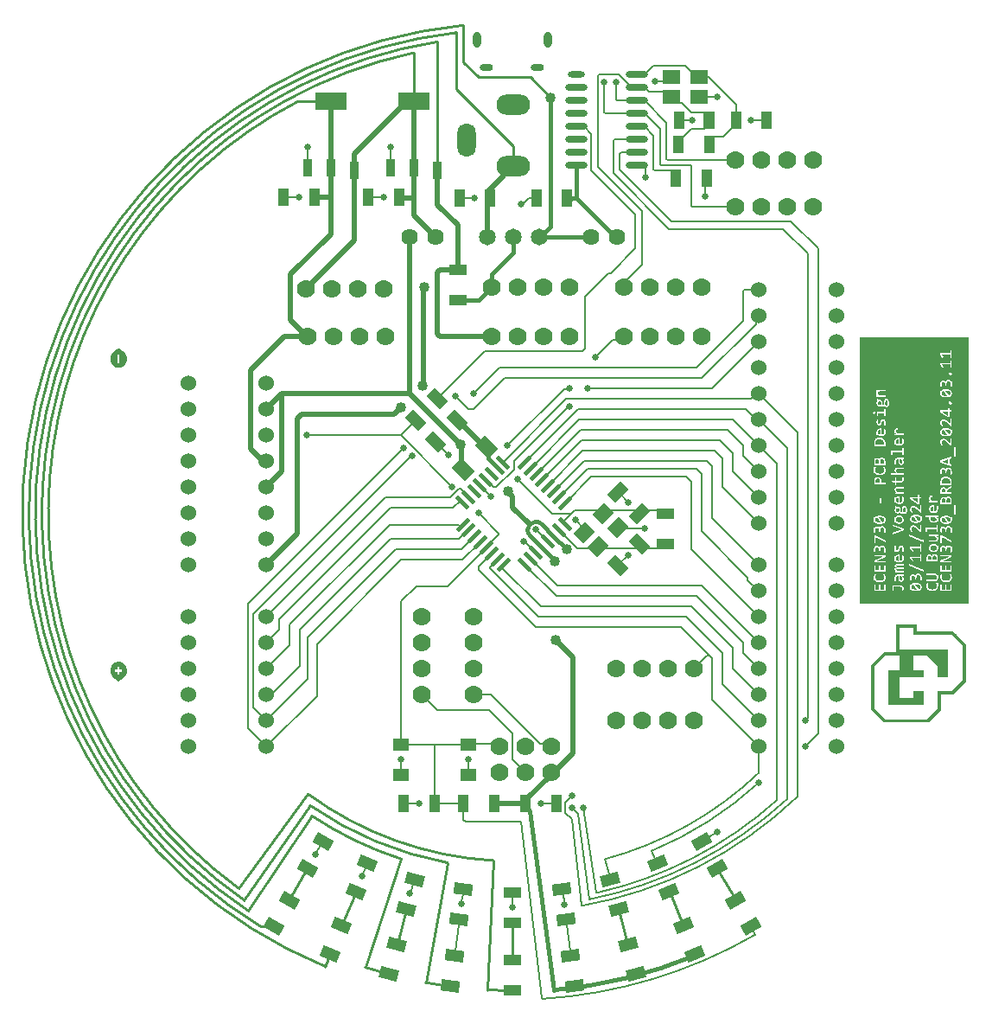
<source format=gtl>
G04*
G04 #@! TF.GenerationSoftware,Altium Limited,Altium Designer,24.2.2 (26)*
G04*
G04 Layer_Physical_Order=1*
G04 Layer_Color=255*
%FSLAX44Y44*%
%MOMM*%
G71*
G04*
G04 #@! TF.SameCoordinates,F7C56DC2-231D-4419-A4E4-230404E4AC21*
G04*
G04*
G04 #@! TF.FilePolarity,Positive*
G04*
G01*
G75*
%ADD11C,0.1524*%
%ADD12C,0.2540*%
%ADD13C,0.5080*%
%ADD15C,0.3810*%
G04:AMPARAMS|DCode=20|XSize=1.1176mm|YSize=1.8034mm|CornerRadius=0mm|HoleSize=0mm|Usage=FLASHONLY|Rotation=60.000|XOffset=0mm|YOffset=0mm|HoleType=Round|Shape=Rectangle|*
%AMROTATEDRECTD20*
4,1,4,0.5015,-0.9348,-1.0603,-0.0331,-0.5015,0.9348,1.0603,0.0331,0.5015,-0.9348,0.0*
%
%ADD20ROTATEDRECTD20*%

%ADD21R,1.1176X1.8034*%
%ADD22R,1.8034X1.1176*%
%ADD23R,3.0988X1.7000*%
%ADD24R,0.8382X1.7000*%
G04:AMPARAMS|DCode=25|XSize=1.3716mm|YSize=1.8542mm|CornerRadius=0mm|HoleSize=0mm|Usage=FLASHONLY|Rotation=225.000|XOffset=0mm|YOffset=0mm|HoleType=Round|Shape=Rectangle|*
%AMROTATEDRECTD25*
4,1,4,-0.1706,1.1405,1.1405,-0.1706,0.1706,-1.1405,-1.1405,0.1706,-0.1706,1.1405,0.0*
%
%ADD25ROTATEDRECTD25*%

G04:AMPARAMS|DCode=26|XSize=1.1176mm|YSize=1.8034mm|CornerRadius=0mm|HoleSize=0mm|Usage=FLASHONLY|Rotation=45.000|XOffset=0mm|YOffset=0mm|HoleType=Round|Shape=Rectangle|*
%AMROTATEDRECTD26*
4,1,4,0.2425,-1.0327,-1.0327,0.2425,-0.2425,1.0327,1.0327,-0.2425,0.2425,-1.0327,0.0*
%
%ADD26ROTATEDRECTD26*%

%ADD27O,2.2000X0.6096*%
%ADD28O,1.6510X0.6096*%
%ADD29R,1.6510X1.4000*%
%ADD30R,1.8000X1.4000*%
G04:AMPARAMS|DCode=31|XSize=0.381mm|YSize=1.65mm|CornerRadius=0mm|HoleSize=0mm|Usage=FLASHONLY|Rotation=45.000|XOffset=0mm|YOffset=0mm|HoleType=Round|Shape=Rectangle|*
%AMROTATEDRECTD31*
4,1,4,0.4487,-0.7181,-0.7181,0.4487,-0.4487,0.7181,0.7181,-0.4487,0.4487,-0.7181,0.0*
%
%ADD31ROTATEDRECTD31*%

G04:AMPARAMS|DCode=32|XSize=0.381mm|YSize=1.65mm|CornerRadius=0mm|HoleSize=0mm|Usage=FLASHONLY|Rotation=315.000|XOffset=0mm|YOffset=0mm|HoleType=Round|Shape=Rectangle|*
%AMROTATEDRECTD32*
4,1,4,-0.7181,-0.4487,0.4487,0.7181,0.7181,0.4487,-0.4487,-0.7181,-0.7181,-0.4487,0.0*
%
%ADD32ROTATEDRECTD32*%

G04:AMPARAMS|DCode=33|XSize=1.4mm|YSize=1.651mm|CornerRadius=0mm|HoleSize=0mm|Usage=FLASHONLY|Rotation=135.000|XOffset=0mm|YOffset=0mm|HoleType=Round|Shape=Rectangle|*
%AMROTATEDRECTD33*
4,1,4,1.0787,0.0887,-0.0887,-1.0787,-1.0787,-0.0887,0.0887,1.0787,1.0787,0.0887,0.0*
%
%ADD33ROTATEDRECTD33*%

G04:AMPARAMS|DCode=34|XSize=1.1176mm|YSize=1.8034mm|CornerRadius=0mm|HoleSize=0mm|Usage=FLASHONLY|Rotation=135.000|XOffset=0mm|YOffset=0mm|HoleType=Round|Shape=Rectangle|*
%AMROTATEDRECTD34*
4,1,4,1.0327,0.2425,-0.2425,-1.0327,-1.0327,-0.2425,0.2425,1.0327,1.0327,0.2425,0.0*
%
%ADD34ROTATEDRECTD34*%

G04:AMPARAMS|DCode=35|XSize=1.1176mm|YSize=1.8034mm|CornerRadius=0mm|HoleSize=0mm|Usage=FLASHONLY|Rotation=120.000|XOffset=0mm|YOffset=0mm|HoleType=Round|Shape=Rectangle|*
%AMROTATEDRECTD35*
4,1,4,1.0603,-0.0331,-0.5015,-0.9348,-1.0603,0.0331,0.5015,0.9348,1.0603,-0.0331,0.0*
%
%ADD35ROTATEDRECTD35*%

G04:AMPARAMS|DCode=36|XSize=1.1176mm|YSize=1.8034mm|CornerRadius=0mm|HoleSize=0mm|Usage=FLASHONLY|Rotation=112.500|XOffset=0mm|YOffset=0mm|HoleType=Round|Shape=Rectangle|*
%AMROTATEDRECTD36*
4,1,4,1.0469,-0.1712,-0.6192,-0.8613,-1.0469,0.1712,0.6192,0.8613,1.0469,-0.1712,0.0*
%
%ADD36ROTATEDRECTD36*%

G04:AMPARAMS|DCode=37|XSize=1.1176mm|YSize=1.8034mm|CornerRadius=0mm|HoleSize=0mm|Usage=FLASHONLY|Rotation=105.000|XOffset=0mm|YOffset=0mm|HoleType=Round|Shape=Rectangle|*
%AMROTATEDRECTD37*
4,1,4,1.0156,-0.3064,-0.7264,-0.7731,-1.0156,0.3064,0.7264,0.7731,1.0156,-0.3064,0.0*
%
%ADD37ROTATEDRECTD37*%

G04:AMPARAMS|DCode=38|XSize=1.1176mm|YSize=1.8034mm|CornerRadius=0mm|HoleSize=0mm|Usage=FLASHONLY|Rotation=97.500|XOffset=0mm|YOffset=0mm|HoleType=Round|Shape=Rectangle|*
%AMROTATEDRECTD38*
4,1,4,0.9669,-0.4363,-0.8211,-0.6717,-0.9669,0.4363,0.8211,0.6717,0.9669,-0.4363,0.0*
%
%ADD38ROTATEDRECTD38*%

G04:AMPARAMS|DCode=39|XSize=1.1176mm|YSize=1.8034mm|CornerRadius=0mm|HoleSize=0mm|Usage=FLASHONLY|Rotation=82.500|XOffset=0mm|YOffset=0mm|HoleType=Round|Shape=Rectangle|*
%AMROTATEDRECTD39*
4,1,4,0.8211,-0.6717,-0.9669,-0.4363,-0.8211,0.6717,0.9669,0.4363,0.8211,-0.6717,0.0*
%
%ADD39ROTATEDRECTD39*%

G04:AMPARAMS|DCode=40|XSize=1.1176mm|YSize=1.8034mm|CornerRadius=0mm|HoleSize=0mm|Usage=FLASHONLY|Rotation=75.000|XOffset=0mm|YOffset=0mm|HoleType=Round|Shape=Rectangle|*
%AMROTATEDRECTD40*
4,1,4,0.7264,-0.7731,-1.0156,-0.3064,-0.7264,0.7731,1.0156,0.3064,0.7264,-0.7731,0.0*
%
%ADD40ROTATEDRECTD40*%

G04:AMPARAMS|DCode=41|XSize=1.1176mm|YSize=1.8034mm|CornerRadius=0mm|HoleSize=0mm|Usage=FLASHONLY|Rotation=67.500|XOffset=0mm|YOffset=0mm|HoleType=Round|Shape=Rectangle|*
%AMROTATEDRECTD41*
4,1,4,0.6192,-0.8613,-1.0469,-0.1712,-0.6192,0.8613,1.0469,0.1712,0.6192,-0.8613,0.0*
%
%ADD41ROTATEDRECTD41*%

%ADD42R,1.5000X1.2000*%
%ADD76C,1.7780*%
%ADD77O,1.8000X3.3000*%
%ADD78O,3.3020X2.0000*%
%ADD79C,1.6500*%
%ADD80C,1.6200*%
%ADD81C,1.5240*%
%ADD82O,1.3000X0.6500*%
%ADD83O,0.7750X1.5500*%
%ADD84C,0.6350*%
%ADD85C,1.0160*%
G36*
X101600Y635000D02*
Y635569D01*
X101652D01*
Y635620D01*
X101703D01*
Y635672D01*
X101755D01*
Y636138D01*
X101859D01*
Y636603D01*
X101962D01*
Y636706D01*
X102014D01*
Y636810D01*
X101962D01*
Y636913D01*
X102014D01*
Y636965D01*
X102065D01*
Y637017D01*
X102117D01*
Y637224D01*
X102169D01*
Y637275D01*
X102220D01*
Y637585D01*
X102272D01*
Y637637D01*
X102376D01*
Y637844D01*
X102427D01*
Y637896D01*
X102479D01*
Y637948D01*
X102531D01*
Y637999D01*
X102583D01*
Y638051D01*
X102634D01*
Y638103D01*
X102583D01*
Y638154D01*
X102634D01*
Y638206D01*
X102686D01*
Y638258D01*
X102738D01*
Y638465D01*
X102789D01*
Y638516D01*
X102841D01*
Y638568D01*
X102893D01*
Y638620D01*
X102944D01*
Y638723D01*
X102996D01*
Y638826D01*
X103048D01*
Y638878D01*
X103100D01*
Y638930D01*
X103151D01*
Y638982D01*
X103203D01*
Y639033D01*
X103255D01*
Y639085D01*
X103203D01*
Y639188D01*
X103255D01*
Y639240D01*
X103358D01*
Y639344D01*
X103462D01*
Y639447D01*
X103513D01*
Y639499D01*
X103617D01*
Y639706D01*
X103668D01*
Y639757D01*
X103720D01*
Y639809D01*
X103772D01*
Y639861D01*
X103823D01*
Y639912D01*
X103875D01*
Y639964D01*
X103927D01*
Y640016D01*
X103979D01*
Y640068D01*
X104030D01*
Y640119D01*
X104082D01*
Y640171D01*
X104134D01*
Y640223D01*
X104185D01*
Y640274D01*
X104237D01*
Y640326D01*
X104289D01*
Y640378D01*
X104341D01*
Y640430D01*
X104392D01*
Y640481D01*
X104444D01*
Y640533D01*
X104496D01*
Y640585D01*
X104548D01*
Y640636D01*
X104599D01*
Y640688D01*
X104651D01*
Y640740D01*
X104703D01*
Y640791D01*
X104754D01*
Y640843D01*
X104806D01*
Y640895D01*
X104858D01*
Y640947D01*
X104909D01*
Y640998D01*
X104961D01*
Y641050D01*
X105013D01*
Y641102D01*
X105065D01*
Y641153D01*
X105116D01*
Y641205D01*
X105168D01*
Y641257D01*
X105220D01*
Y641309D01*
X105271D01*
Y641360D01*
X105323D01*
Y641412D01*
X105375D01*
Y641464D01*
X105427D01*
Y641516D01*
X105478D01*
Y641567D01*
X105685D01*
Y641671D01*
X105737D01*
Y641722D01*
X105840D01*
Y641826D01*
X105944D01*
Y641929D01*
X105995D01*
Y641981D01*
X106099D01*
Y642084D01*
X106306D01*
Y642136D01*
X106357D01*
Y642188D01*
X106409D01*
Y642239D01*
X106461D01*
Y642291D01*
X106512D01*
Y642343D01*
X106564D01*
Y642394D01*
X106616D01*
Y642446D01*
X106823D01*
Y642550D01*
X106874D01*
Y642601D01*
X106926D01*
Y642653D01*
X106978D01*
Y642705D01*
X107133D01*
Y642757D01*
X107185D01*
Y642808D01*
X107288D01*
Y642860D01*
X107340D01*
Y642912D01*
X107392D01*
Y642963D01*
X107443D01*
Y643067D01*
X107650D01*
Y643119D01*
X107702D01*
Y643170D01*
X107753D01*
Y643222D01*
X107805D01*
Y643274D01*
X107857D01*
Y643325D01*
X108064D01*
Y643429D01*
X108167D01*
Y643532D01*
X108219D01*
Y643584D01*
X108426D01*
Y643636D01*
X108477D01*
Y643687D01*
X108684D01*
Y643791D01*
X108736D01*
Y643842D01*
X108788D01*
Y643894D01*
X108839D01*
Y643946D01*
X109046D01*
Y643997D01*
X109098D01*
Y644049D01*
X109150D01*
Y644101D01*
X109201D01*
Y644153D01*
X109253D01*
Y644204D01*
X109356D01*
Y644153D01*
X109408D01*
Y644101D01*
X109460D01*
Y644049D01*
X109563D01*
Y643997D01*
X109615D01*
Y643946D01*
X109770D01*
Y643894D01*
X109822D01*
Y643842D01*
X109874D01*
Y643791D01*
X110029D01*
Y643739D01*
X110080D01*
Y643687D01*
X110287D01*
Y643584D01*
X110391D01*
Y643532D01*
X110442D01*
Y643429D01*
X110546D01*
Y643377D01*
X110598D01*
Y643325D01*
X110753D01*
Y643274D01*
X110804D01*
Y643222D01*
X110856D01*
Y643170D01*
X111011D01*
Y643119D01*
X111063D01*
Y643067D01*
X111166D01*
Y642963D01*
X111373D01*
Y642912D01*
X111425D01*
Y642860D01*
X111477D01*
Y642808D01*
X111528D01*
Y642757D01*
X111580D01*
Y642705D01*
X111735D01*
Y642653D01*
X111787D01*
Y642601D01*
X111839D01*
Y642550D01*
X111890D01*
Y642498D01*
X111942D01*
Y642446D01*
X112149D01*
Y642343D01*
X112252D01*
Y642291D01*
X112304D01*
Y642188D01*
X112407D01*
Y642136D01*
X112459D01*
Y642084D01*
X112614D01*
Y642033D01*
X112666D01*
Y641981D01*
X112718D01*
Y641929D01*
X112769D01*
Y641877D01*
X112821D01*
Y641826D01*
X113028D01*
Y641722D01*
X113080D01*
Y641671D01*
X113131D01*
Y641619D01*
X113183D01*
Y641567D01*
X113235D01*
Y641516D01*
X113287D01*
Y641464D01*
X113338D01*
Y641412D01*
X113390D01*
Y641360D01*
X113442D01*
Y641309D01*
X113545D01*
Y641360D01*
X113597D01*
Y641309D01*
X113649D01*
Y641257D01*
X113700D01*
Y641205D01*
X113752D01*
Y641153D01*
X113804D01*
Y641102D01*
X113855D01*
Y641050D01*
X113907D01*
Y640998D01*
X113959D01*
Y640947D01*
X114010D01*
Y640843D01*
X114217D01*
Y640791D01*
X114269D01*
Y640740D01*
X114321D01*
Y640688D01*
X114372D01*
Y640636D01*
X114424D01*
Y640585D01*
X114476D01*
Y640533D01*
X114528D01*
Y640481D01*
X114579D01*
Y640430D01*
X114631D01*
Y640378D01*
X114683D01*
Y640326D01*
X114734D01*
Y640274D01*
X114786D01*
Y640223D01*
X114838D01*
Y640171D01*
X114889D01*
Y640119D01*
X114941D01*
Y640068D01*
X114993D01*
Y640016D01*
X115045D01*
Y639964D01*
X115096D01*
Y639912D01*
X115148D01*
Y639861D01*
X115200D01*
Y639809D01*
X115252D01*
Y639757D01*
X115303D01*
Y639706D01*
X115355D01*
Y639654D01*
X115407D01*
Y639602D01*
X115458D01*
Y639551D01*
X115510D01*
Y639344D01*
X115613D01*
Y639292D01*
X115665D01*
Y639240D01*
X115717D01*
Y639188D01*
X115769D01*
Y639137D01*
X115820D01*
Y639085D01*
X115872D01*
Y639033D01*
X115924D01*
Y638982D01*
X115975D01*
Y638930D01*
X116027D01*
Y638826D01*
X115975D01*
Y638775D01*
X116027D01*
Y638723D01*
X116079D01*
Y638671D01*
X116131D01*
Y638620D01*
X116182D01*
Y638568D01*
X116234D01*
Y638413D01*
X116286D01*
Y638361D01*
X116337D01*
Y638309D01*
X116389D01*
Y638258D01*
X116441D01*
Y638206D01*
X116493D01*
Y637999D01*
X116596D01*
Y637948D01*
X116648D01*
Y637844D01*
X116596D01*
Y637792D01*
X116648D01*
Y637741D01*
X116699D01*
Y637689D01*
X116751D01*
Y637482D01*
X116854D01*
Y637275D01*
X116906D01*
Y637224D01*
X117010D01*
Y636862D01*
X117113D01*
Y636500D01*
X117217D01*
Y636448D01*
X117268D01*
Y636293D01*
X117217D01*
Y636241D01*
X117268D01*
Y636189D01*
X117217D01*
Y636086D01*
X117268D01*
Y635983D01*
X117372D01*
Y635258D01*
X117475D01*
Y632311D01*
X117423D01*
Y632259D01*
X117372D01*
Y631587D01*
X117320D01*
Y631535D01*
X117268D01*
Y631484D01*
X117217D01*
Y631380D01*
X117268D01*
Y631173D01*
X117217D01*
Y631122D01*
X117268D01*
Y630967D01*
X117217D01*
Y630915D01*
X117165D01*
Y630863D01*
X117113D01*
Y630553D01*
X117010D01*
Y630191D01*
X116906D01*
Y630139D01*
X116854D01*
Y629932D01*
X116803D01*
Y629881D01*
X116751D01*
Y629674D01*
X116648D01*
Y629622D01*
X116596D01*
Y629467D01*
X116648D01*
Y629364D01*
X116596D01*
Y629312D01*
X116544D01*
Y629260D01*
X116493D01*
Y629208D01*
X116441D01*
Y629157D01*
X116389D01*
Y628950D01*
X116286D01*
Y628898D01*
X116234D01*
Y628691D01*
X116182D01*
Y628640D01*
X116131D01*
Y628588D01*
X116079D01*
Y628536D01*
X116027D01*
Y628484D01*
X115975D01*
Y628433D01*
X116027D01*
Y628381D01*
X115975D01*
Y628329D01*
X115924D01*
Y628278D01*
X115872D01*
Y628226D01*
X115820D01*
Y628174D01*
X115769D01*
Y627967D01*
X115717D01*
Y627916D01*
X115665D01*
Y627864D01*
X115613D01*
Y627812D01*
X115510D01*
Y627709D01*
X115458D01*
Y627657D01*
X115407D01*
Y627606D01*
X115355D01*
Y627554D01*
X115252D01*
Y627450D01*
X115148D01*
Y627347D01*
X115096D01*
Y627295D01*
X115045D01*
Y627243D01*
X114993D01*
Y627192D01*
X114889D01*
Y627088D01*
X114838D01*
Y627037D01*
X114786D01*
Y626985D01*
X114734D01*
Y626933D01*
X114631D01*
Y626830D01*
X114528D01*
Y626726D01*
X114476D01*
Y626675D01*
X114424D01*
Y626623D01*
X114372D01*
Y626571D01*
X114269D01*
Y626468D01*
X114062D01*
Y626416D01*
X114010D01*
Y626364D01*
X113959D01*
Y626313D01*
X113907D01*
Y626261D01*
X113855D01*
Y626209D01*
X113700D01*
Y626158D01*
X113649D01*
Y626106D01*
X113597D01*
Y626054D01*
X113545D01*
Y626002D01*
X113493D01*
Y625951D01*
X113287D01*
Y625847D01*
X113080D01*
Y625796D01*
X113028D01*
Y625744D01*
X112976D01*
Y625692D01*
X112769D01*
Y625589D01*
X112563D01*
Y625537D01*
X112511D01*
Y625485D01*
X112459D01*
Y625434D01*
X112407D01*
Y625485D01*
X112356D01*
Y625434D01*
X112304D01*
Y625382D01*
X112252D01*
Y625330D01*
X111942D01*
Y625279D01*
X111890D01*
Y625227D01*
X111528D01*
Y625175D01*
X111425D01*
Y625123D01*
X111373D01*
Y625072D01*
X110908D01*
Y624968D01*
X109719D01*
Y624916D01*
X109667D01*
Y624865D01*
X109615D01*
Y624813D01*
X109356D01*
Y624865D01*
X109305D01*
Y624916D01*
X109253D01*
Y624968D01*
X108064D01*
Y625072D01*
X107598D01*
Y625123D01*
X107547D01*
Y625227D01*
X107081D01*
Y625279D01*
X107030D01*
Y625330D01*
X106719D01*
Y625434D01*
X106512D01*
Y625485D01*
X106461D01*
Y625537D01*
X106409D01*
Y625589D01*
X106099D01*
Y625640D01*
X106047D01*
Y625692D01*
X105892D01*
Y625744D01*
X105840D01*
Y625796D01*
X105788D01*
Y625847D01*
X105737D01*
Y625899D01*
X105685D01*
Y625951D01*
X105478D01*
Y626054D01*
X105271D01*
Y626106D01*
X105220D01*
Y626158D01*
X105168D01*
Y626209D01*
X105116D01*
Y626261D01*
X105065D01*
Y626313D01*
X104858D01*
Y626416D01*
X104806D01*
Y626468D01*
X104754D01*
Y626520D01*
X104703D01*
Y626571D01*
X104599D01*
Y626675D01*
X104392D01*
Y626726D01*
X104341D01*
Y626778D01*
X104289D01*
Y626830D01*
X104237D01*
Y626881D01*
X104185D01*
Y626933D01*
X104134D01*
Y626985D01*
X104082D01*
Y627037D01*
X104030D01*
Y627088D01*
X103979D01*
Y627140D01*
X103927D01*
Y627192D01*
X103875D01*
Y627243D01*
X103823D01*
Y627295D01*
X103772D01*
Y627347D01*
X103720D01*
Y627399D01*
X103668D01*
Y627450D01*
X103617D01*
Y627502D01*
X103565D01*
Y627554D01*
X103513D01*
Y627606D01*
X103462D01*
Y627812D01*
X103358D01*
Y627916D01*
X103306D01*
Y627967D01*
X103255D01*
Y628019D01*
X103203D01*
Y628071D01*
X103100D01*
Y628278D01*
X103048D01*
Y628329D01*
X102996D01*
Y628381D01*
X102944D01*
Y628433D01*
X102893D01*
Y628484D01*
X102841D01*
Y628536D01*
X102789D01*
Y628588D01*
X102738D01*
Y628795D01*
X102634D01*
Y628847D01*
X102583D01*
Y628950D01*
X102634D01*
Y629002D01*
X102583D01*
Y629053D01*
X102479D01*
Y629260D01*
X102427D01*
Y629312D01*
X102376D01*
Y629519D01*
X102324D01*
Y629570D01*
X102220D01*
Y629777D01*
X102169D01*
Y629829D01*
X102117D01*
Y630036D01*
X102014D01*
Y630088D01*
X101962D01*
Y630243D01*
X102014D01*
Y630346D01*
X101962D01*
Y630398D01*
X101910D01*
Y630449D01*
X101859D01*
Y630760D01*
X101807D01*
Y630812D01*
X101755D01*
Y631225D01*
X101703D01*
Y631277D01*
X101652D01*
Y631329D01*
X101600D01*
Y631897D01*
X101548D01*
Y631949D01*
X101497D01*
Y635000D01*
X101600D01*
D02*
G37*
G36*
Y330200D02*
Y330252D01*
X101652D01*
Y330821D01*
X101703D01*
Y330872D01*
X101755D01*
Y330924D01*
X101807D01*
Y331338D01*
X101859D01*
Y331389D01*
X101910D01*
Y331700D01*
X101962D01*
Y331751D01*
X102014D01*
Y331803D01*
X102065D01*
Y331906D01*
X102014D01*
Y332062D01*
X102065D01*
Y332113D01*
X102169D01*
Y332320D01*
X102220D01*
Y332372D01*
X102272D01*
Y332579D01*
X102376D01*
Y332630D01*
X102427D01*
Y332837D01*
X102479D01*
Y332889D01*
X102531D01*
Y333096D01*
X102634D01*
Y333148D01*
X102686D01*
Y333199D01*
X102634D01*
Y333303D01*
X102686D01*
Y333354D01*
X102738D01*
X102789D01*
Y333561D01*
X102841D01*
Y333613D01*
X102893D01*
Y333665D01*
X102944D01*
Y333716D01*
X102996D01*
Y333768D01*
X103048D01*
Y333820D01*
X103100D01*
Y333871D01*
X103151D01*
Y334078D01*
X103255D01*
Y334130D01*
X103306D01*
Y334182D01*
X103358D01*
Y334233D01*
X103410D01*
Y334337D01*
X103513D01*
Y334544D01*
X103565D01*
Y334595D01*
X103617D01*
Y334647D01*
X103668D01*
Y334699D01*
X103720D01*
Y334751D01*
X103772D01*
Y334802D01*
X103823D01*
Y334854D01*
X103875D01*
Y334906D01*
X103927D01*
Y334957D01*
X103979D01*
Y335009D01*
X104030D01*
Y335061D01*
X104082D01*
Y335112D01*
X104134D01*
Y335164D01*
X104185D01*
Y335216D01*
X104237D01*
Y335268D01*
X104289D01*
Y335319D01*
X104341D01*
Y335371D01*
X104392D01*
Y335423D01*
X104444D01*
Y335474D01*
X104651D01*
Y335578D01*
X104754D01*
Y335630D01*
X104806D01*
Y335681D01*
X104858D01*
Y335733D01*
X104909D01*
Y335836D01*
X105116D01*
Y335888D01*
X105168D01*
Y335940D01*
X105220D01*
Y335992D01*
X105271D01*
Y336043D01*
X105323D01*
Y336095D01*
X105530D01*
Y336198D01*
X105737D01*
Y336250D01*
X105788D01*
Y336302D01*
X105840D01*
Y336353D01*
X105892D01*
Y336405D01*
X105944D01*
Y336457D01*
X106099D01*
Y336509D01*
X106151D01*
Y336560D01*
X106409D01*
Y336612D01*
X106461D01*
Y336664D01*
X106564D01*
Y336716D01*
X106616D01*
Y336664D01*
X106668D01*
Y336716D01*
X106771D01*
Y336819D01*
X107081D01*
Y336871D01*
X107133D01*
Y336922D01*
X107495D01*
Y336974D01*
X107598D01*
Y337026D01*
X107650D01*
Y337077D01*
X108116D01*
Y337181D01*
X109150D01*
Y337233D01*
X109201D01*
Y337284D01*
X109305D01*
Y337336D01*
X109822D01*
Y337284D01*
X109874D01*
Y337233D01*
X109925D01*
Y337181D01*
X110960D01*
Y337077D01*
X111528D01*
Y337026D01*
X111580D01*
Y336974D01*
X111632D01*
Y336922D01*
X111942D01*
Y336871D01*
X111994D01*
Y336819D01*
X112304D01*
Y336767D01*
X112356D01*
Y336716D01*
X112511D01*
Y336664D01*
X112563D01*
Y336612D01*
X112614D01*
Y336560D01*
X112821D01*
Y336457D01*
X113028D01*
Y336405D01*
X113080D01*
Y336353D01*
X113131D01*
Y336302D01*
X113338D01*
Y336198D01*
X113545D01*
Y336147D01*
X113597D01*
Y336095D01*
X113752D01*
Y336043D01*
X113804D01*
Y335992D01*
X113855D01*
Y335940D01*
X113907D01*
Y335888D01*
X113959D01*
Y335836D01*
X114010D01*
Y335785D01*
X114062D01*
Y335733D01*
X114114D01*
Y335681D01*
X114321D01*
Y335578D01*
X114424D01*
Y335526D01*
X114476D01*
Y335474D01*
X114528D01*
Y335423D01*
X114579D01*
Y335319D01*
X114683D01*
Y335216D01*
X114786D01*
Y335164D01*
X114838D01*
Y335112D01*
X114889D01*
Y335061D01*
X114941D01*
Y334957D01*
X115045D01*
Y334906D01*
X115096D01*
Y334854D01*
X115148D01*
Y334802D01*
X115200D01*
Y334699D01*
X115303D01*
Y334595D01*
X115407D01*
Y334544D01*
X115458D01*
Y334492D01*
X115510D01*
Y334440D01*
X115562D01*
Y334337D01*
X115665D01*
Y334285D01*
X115717D01*
Y334233D01*
X115769D01*
Y334182D01*
X115820D01*
Y333975D01*
X115924D01*
Y333871D01*
X115975D01*
Y333820D01*
X116027D01*
Y333768D01*
X116079D01*
Y333716D01*
X116131D01*
Y333665D01*
X116182D01*
Y333509D01*
X116234D01*
Y333458D01*
X116286D01*
Y333251D01*
X116337D01*
Y333199D01*
X116441D01*
Y333096D01*
X116544D01*
Y332889D01*
X116596D01*
Y332837D01*
X116648D01*
Y332785D01*
X116699D01*
Y332734D01*
X116648D01*
Y332682D01*
X116699D01*
Y332579D01*
X116803D01*
Y332268D01*
X116854D01*
Y332217D01*
X116906D01*
Y332010D01*
X116958D01*
Y331958D01*
X117061D01*
Y331596D01*
X117165D01*
Y331286D01*
X117217D01*
Y331234D01*
X117268D01*
Y331183D01*
X117320D01*
Y331027D01*
X117268D01*
Y330976D01*
X117320D01*
Y330769D01*
X117268D01*
Y330665D01*
X117320D01*
Y330614D01*
X117372D01*
Y330562D01*
X117423D01*
Y329890D01*
X117475D01*
Y329838D01*
X117527D01*
Y326891D01*
X117423D01*
Y326270D01*
X117320D01*
Y326063D01*
X117268D01*
Y326012D01*
X117320D01*
Y325908D01*
X117268D01*
Y325856D01*
X117320D01*
Y325701D01*
X117268D01*
Y325649D01*
X117165D01*
Y325288D01*
X117061D01*
Y324926D01*
X116958D01*
Y324874D01*
X116906D01*
Y324667D01*
X116803D01*
Y324460D01*
X116751D01*
Y324408D01*
X116699D01*
Y324357D01*
X116648D01*
Y324305D01*
X116699D01*
Y324202D01*
X116648D01*
Y324150D01*
X116544D01*
Y323943D01*
X116493D01*
Y323891D01*
X116441D01*
Y323840D01*
X116389D01*
Y323788D01*
X116337D01*
Y323736D01*
X116286D01*
Y323581D01*
X116234D01*
Y323529D01*
X116182D01*
Y323478D01*
X116131D01*
Y323426D01*
X116079D01*
Y323374D01*
X116027D01*
Y323323D01*
X116079D01*
Y323219D01*
X116027D01*
Y323167D01*
X115975D01*
Y323116D01*
X115924D01*
Y323064D01*
X115872D01*
Y323012D01*
X115820D01*
Y322961D01*
X115769D01*
Y322909D01*
X115717D01*
Y322857D01*
X115665D01*
Y322805D01*
X115613D01*
Y322754D01*
X115562D01*
Y322702D01*
X115510D01*
Y322650D01*
X115458D01*
Y322495D01*
X115407D01*
Y322444D01*
X115355D01*
Y322392D01*
X115303D01*
Y322340D01*
X115252D01*
Y322288D01*
X115200D01*
Y322237D01*
X115148D01*
Y322185D01*
X115096D01*
Y322133D01*
X115045D01*
Y322081D01*
X114993D01*
Y322030D01*
X114941D01*
Y321978D01*
X114889D01*
Y321926D01*
X114838D01*
Y321875D01*
X114786D01*
Y321823D01*
X114734D01*
Y321771D01*
X114683D01*
Y321720D01*
X114631D01*
Y321668D01*
X114579D01*
Y321616D01*
X114528D01*
Y321564D01*
X114476D01*
Y321513D01*
X114424D01*
Y321461D01*
X114372D01*
Y321409D01*
X114321D01*
Y321358D01*
X114269D01*
Y321306D01*
X114062D01*
Y321203D01*
X114010D01*
Y321151D01*
X113959D01*
Y321099D01*
X113907D01*
Y321047D01*
X113855D01*
Y320996D01*
X113804D01*
Y320944D01*
X113752D01*
Y320892D01*
X113700D01*
Y320840D01*
X113649D01*
Y320789D01*
X113597D01*
Y320840D01*
X113493D01*
Y320789D01*
X113442D01*
Y320737D01*
X113390D01*
Y320685D01*
X113338D01*
Y320634D01*
X113287D01*
Y320582D01*
X113235D01*
Y320530D01*
X113183D01*
Y320479D01*
X113131D01*
Y320427D01*
X113080D01*
Y320323D01*
X112873D01*
Y320272D01*
X112821D01*
Y320220D01*
X112769D01*
Y320168D01*
X112718D01*
Y320117D01*
X112666D01*
Y320065D01*
X112459D01*
Y319961D01*
X112356D01*
Y319858D01*
X112304D01*
Y319806D01*
X112201D01*
Y319703D01*
X111994D01*
Y319651D01*
X111942D01*
Y319599D01*
X111890D01*
Y319548D01*
X111839D01*
Y319496D01*
X111787D01*
Y319444D01*
X111632D01*
Y319393D01*
X111580D01*
Y319341D01*
X111528D01*
Y319289D01*
X111477D01*
Y319237D01*
X111425D01*
Y319186D01*
X111218D01*
Y319082D01*
X111115D01*
Y319031D01*
X111063D01*
Y318979D01*
X110908D01*
Y318927D01*
X110856D01*
Y318876D01*
X110804D01*
Y318824D01*
X110598D01*
Y318720D01*
X110494D01*
Y318617D01*
X110442D01*
Y318565D01*
X110236D01*
Y318514D01*
X110184D01*
Y318462D01*
X110132D01*
Y318410D01*
X110080D01*
Y318358D01*
X109925D01*
Y318307D01*
X109874D01*
Y318255D01*
X109822D01*
Y318203D01*
X109615D01*
Y318152D01*
X109563D01*
Y318100D01*
X109512D01*
Y318048D01*
X109460D01*
Y317996D01*
X109408D01*
Y317945D01*
X109305D01*
Y317996D01*
X109253D01*
Y318048D01*
X109201D01*
Y318100D01*
X109150D01*
Y318152D01*
X109098D01*
Y318203D01*
X108891D01*
Y318255D01*
X108839D01*
Y318307D01*
X108788D01*
Y318358D01*
X108736D01*
Y318462D01*
X108529D01*
Y318514D01*
X108477D01*
Y318565D01*
X108271D01*
Y318617D01*
X108219D01*
Y318720D01*
X108116D01*
Y318824D01*
X107909D01*
Y318876D01*
X107857D01*
Y318927D01*
X107805D01*
Y318979D01*
X107753D01*
Y319031D01*
X107702D01*
Y319082D01*
X107495D01*
Y319186D01*
X107443D01*
Y319237D01*
X107392D01*
Y319289D01*
X107340D01*
Y319341D01*
X107288D01*
Y319393D01*
X107236D01*
Y319444D01*
X107030D01*
Y319496D01*
X106978D01*
Y319548D01*
X106926D01*
Y319599D01*
X106874D01*
Y319651D01*
X106823D01*
Y319703D01*
X106771D01*
Y319755D01*
X106719D01*
Y319806D01*
X106564D01*
Y319858D01*
X106512D01*
Y319910D01*
X106461D01*
Y319961D01*
X106409D01*
Y320013D01*
X106357D01*
Y320065D01*
X106151D01*
Y320168D01*
X106099D01*
Y320220D01*
X105995D01*
Y320323D01*
X105892D01*
Y320427D01*
X105788D01*
Y320479D01*
X105737D01*
Y320582D01*
X105530D01*
Y320634D01*
X105478D01*
Y320685D01*
X105427D01*
Y320737D01*
X105375D01*
Y320789D01*
X105323D01*
Y320840D01*
X105271D01*
Y320892D01*
X105220D01*
Y320944D01*
X105168D01*
Y320996D01*
X105116D01*
Y321047D01*
X105065D01*
Y321099D01*
X105013D01*
Y321151D01*
X104961D01*
Y321203D01*
X104909D01*
Y321254D01*
X104858D01*
Y321306D01*
X104806D01*
Y321358D01*
X104754D01*
Y321409D01*
X104703D01*
Y321461D01*
X104651D01*
Y321513D01*
X104599D01*
Y321564D01*
X104548D01*
Y321616D01*
X104496D01*
Y321668D01*
X104444D01*
Y321720D01*
X104392D01*
Y321771D01*
X104341D01*
Y321823D01*
X104289D01*
Y321875D01*
X104237D01*
Y321926D01*
X104185D01*
Y321978D01*
X104134D01*
Y322030D01*
X104082D01*
Y322081D01*
X104030D01*
Y322133D01*
X103979D01*
Y322185D01*
X103927D01*
Y322237D01*
X103875D01*
Y322288D01*
X103823D01*
Y322340D01*
X103772D01*
Y322392D01*
X103720D01*
Y322444D01*
X103668D01*
Y322650D01*
X103565D01*
Y322702D01*
X103513D01*
Y322805D01*
X103410D01*
Y322909D01*
X103306D01*
Y322961D01*
X103255D01*
Y323064D01*
X103306D01*
Y323116D01*
X103255D01*
Y323167D01*
X103203D01*
Y323219D01*
X103151D01*
Y323271D01*
X103100D01*
Y323323D01*
X103048D01*
Y323529D01*
X102944D01*
Y323581D01*
X102893D01*
Y323633D01*
X102841D01*
Y323685D01*
X102789D01*
Y323891D01*
X102738D01*
Y323943D01*
X102686D01*
Y323995D01*
X102634D01*
Y324047D01*
X102686D01*
Y324098D01*
X102634D01*
Y324150D01*
X102583D01*
Y324202D01*
X102531D01*
Y324253D01*
X102479D01*
Y324305D01*
X102427D01*
Y324564D01*
X102376D01*
Y324615D01*
X102324D01*
Y324667D01*
X102272D01*
Y324874D01*
X102220D01*
Y324926D01*
X102169D01*
Y325132D01*
X102117D01*
Y325184D01*
X102065D01*
Y325236D01*
X102014D01*
Y325339D01*
X102065D01*
Y325443D01*
X102014D01*
Y325546D01*
X101910D01*
Y326012D01*
X101807D01*
Y326477D01*
X101755D01*
Y326529D01*
X101703D01*
Y326580D01*
X101652D01*
Y327149D01*
X101548D01*
Y330200D01*
X101600D01*
D02*
G37*
G36*
X846871Y334123D02*
Y334148D01*
X846968D01*
Y334197D01*
X847017D01*
Y334221D01*
X847042D01*
Y334245D01*
X847066D01*
Y334270D01*
X847090D01*
Y334319D01*
X847139D01*
Y334367D01*
X847188D01*
Y334392D01*
X847212D01*
Y334440D01*
X847261D01*
Y334489D01*
X847310D01*
Y334514D01*
X847334D01*
Y334538D01*
X847358D01*
Y334562D01*
X847383D01*
Y334611D01*
X847432D01*
Y334660D01*
X847480D01*
Y334684D01*
X847505D01*
Y334733D01*
X847553D01*
Y334782D01*
X847602D01*
Y334806D01*
X847627D01*
Y334830D01*
X847651D01*
Y334855D01*
X847675D01*
Y334904D01*
X847724D01*
Y334952D01*
X847773D01*
Y334977D01*
X847797D01*
Y335025D01*
X847846D01*
Y335074D01*
X847895D01*
Y335099D01*
X847919D01*
Y335123D01*
X847944D01*
Y335147D01*
X847968D01*
Y335196D01*
X848017D01*
Y335245D01*
X848065D01*
Y335269D01*
X848090D01*
Y335318D01*
X848139D01*
Y335367D01*
X848187D01*
Y335391D01*
X848212D01*
Y335415D01*
X848236D01*
Y335440D01*
X848260D01*
Y335489D01*
X848309D01*
Y335537D01*
X848358D01*
Y335562D01*
X848382D01*
Y335611D01*
X848431D01*
Y335659D01*
X848480D01*
Y335684D01*
X848504D01*
Y335708D01*
X848529D01*
Y335732D01*
X848553D01*
Y335781D01*
X848602D01*
Y335830D01*
X848651D01*
Y335854D01*
X848675D01*
Y335903D01*
X848724D01*
Y335952D01*
X848773D01*
Y335976D01*
X848797D01*
Y336001D01*
X848821D01*
Y336025D01*
X848846D01*
Y336074D01*
X848894D01*
Y336123D01*
X848943D01*
Y336147D01*
X848968D01*
Y336196D01*
X849016D01*
Y336244D01*
X849065D01*
Y336269D01*
X849089D01*
Y336293D01*
X849114D01*
Y336318D01*
X849138D01*
Y336366D01*
X849187D01*
Y336415D01*
X849236D01*
Y336440D01*
X849260D01*
Y336488D01*
X849309D01*
Y336537D01*
X849358D01*
Y336561D01*
X849382D01*
Y336586D01*
X849406D01*
Y336610D01*
X849431D01*
Y336659D01*
X849480D01*
Y336708D01*
X849528D01*
Y336732D01*
X849553D01*
Y336781D01*
X849601D01*
Y336830D01*
X849650D01*
Y336854D01*
X849675D01*
Y336878D01*
X849699D01*
Y336903D01*
X849723D01*
Y336951D01*
X849772D01*
Y337000D01*
X849821D01*
Y337025D01*
X849845D01*
Y337073D01*
X849894D01*
Y337122D01*
X849943D01*
Y337146D01*
X849967D01*
Y337171D01*
X849992D01*
Y337195D01*
X850016D01*
Y337244D01*
X850065D01*
Y337293D01*
X850113D01*
Y337317D01*
X850138D01*
Y337366D01*
X850186D01*
Y337415D01*
X850235D01*
Y337439D01*
X850260D01*
Y337463D01*
X850284D01*
Y337488D01*
X850308D01*
Y337537D01*
X850357D01*
Y337585D01*
X850406D01*
Y337610D01*
X850430D01*
Y337659D01*
X850479D01*
Y337707D01*
X850528D01*
Y337732D01*
X850552D01*
Y337756D01*
X850577D01*
Y337780D01*
X850601D01*
Y337829D01*
X850650D01*
Y337878D01*
X850698D01*
Y337902D01*
X850723D01*
Y337951D01*
X850772D01*
Y338000D01*
X850820D01*
Y338024D01*
X850845D01*
Y338049D01*
X850869D01*
Y338073D01*
X850893D01*
Y338122D01*
X850942D01*
Y338170D01*
X850991D01*
Y338195D01*
X851015D01*
Y338243D01*
X851064D01*
Y338292D01*
X851113D01*
Y338317D01*
X851137D01*
Y338341D01*
X851162D01*
Y338365D01*
X851186D01*
Y338414D01*
X851235D01*
Y338463D01*
X851284D01*
Y338487D01*
X851308D01*
Y338536D01*
X851357D01*
Y338585D01*
X851405D01*
Y338609D01*
X851430D01*
Y338634D01*
X851454D01*
Y338658D01*
X851479D01*
Y338707D01*
X851527D01*
Y338755D01*
X851576D01*
Y338780D01*
X851600D01*
Y338829D01*
X851649D01*
Y338877D01*
X851698D01*
Y338902D01*
X851722D01*
Y338926D01*
X851747D01*
Y338951D01*
X851771D01*
Y338999D01*
X851820D01*
Y339048D01*
X851869D01*
Y339072D01*
X851893D01*
Y339121D01*
X851942D01*
Y339170D01*
X851991D01*
Y339194D01*
X852015D01*
Y339219D01*
X852039D01*
Y339243D01*
X852064D01*
Y339292D01*
X852113D01*
Y339341D01*
X852161D01*
Y339365D01*
X852186D01*
Y339414D01*
X852234D01*
Y339463D01*
X852283D01*
Y339487D01*
X852308D01*
Y339511D01*
X852332D01*
Y339536D01*
X852356D01*
Y339584D01*
X852405D01*
Y339633D01*
X852454D01*
Y339658D01*
X852478D01*
Y339682D01*
X852503D01*
Y339706D01*
X852527D01*
Y339755D01*
X852576D01*
Y339779D01*
X852600D01*
Y339804D01*
X852624D01*
Y339828D01*
X852649D01*
Y339877D01*
X852698D01*
Y339926D01*
X852746D01*
Y339950D01*
X852771D01*
Y339975D01*
X852795D01*
Y339999D01*
X852820D01*
Y340048D01*
X852868D01*
Y340072D01*
X852893D01*
Y340096D01*
X852917D01*
Y340121D01*
X852941D01*
Y340169D01*
X852990D01*
Y340218D01*
X853039D01*
Y340243D01*
X853063D01*
Y340267D01*
X853088D01*
Y340291D01*
X853112D01*
Y340340D01*
X853161D01*
Y340364D01*
X853185D01*
Y340389D01*
X853210D01*
Y340413D01*
X853234D01*
Y340462D01*
X853283D01*
Y340511D01*
X853331D01*
Y340535D01*
X853356D01*
Y340560D01*
X853380D01*
Y340584D01*
X853405D01*
Y340633D01*
X853453D01*
Y340657D01*
X853478D01*
Y340681D01*
X853502D01*
Y340706D01*
X853527D01*
Y340755D01*
X853575D01*
Y340803D01*
X853624D01*
Y340828D01*
X853648D01*
Y340852D01*
X853673D01*
Y340877D01*
X853697D01*
Y340925D01*
X853746D01*
Y340950D01*
X853770D01*
Y340974D01*
X853795D01*
Y340998D01*
X853819D01*
Y341047D01*
X853868D01*
Y341096D01*
X853916D01*
Y341120D01*
X853941D01*
Y341145D01*
X853965D01*
Y341169D01*
X853990D01*
Y341218D01*
X854038D01*
Y341242D01*
X854063D01*
Y341267D01*
X854087D01*
Y341291D01*
X854112D01*
Y341340D01*
X854160D01*
Y341389D01*
X854209D01*
Y341413D01*
X854233D01*
Y341437D01*
X854258D01*
Y341462D01*
X854282D01*
Y341510D01*
X854331D01*
Y341535D01*
X854355D01*
Y341559D01*
X854380D01*
Y341584D01*
X854404D01*
Y341632D01*
X854453D01*
Y341681D01*
X854502D01*
Y341705D01*
X854526D01*
Y341730D01*
X854550D01*
Y341754D01*
X854575D01*
Y341803D01*
X854623D01*
Y341827D01*
X854648D01*
Y341852D01*
X854672D01*
Y341876D01*
X854697D01*
Y341925D01*
X854745D01*
Y341974D01*
X854794D01*
Y341998D01*
X854819D01*
Y342022D01*
X854843D01*
Y342047D01*
X854867D01*
Y342095D01*
X854916D01*
Y342120D01*
X854940D01*
Y342144D01*
X854965D01*
Y342169D01*
X854989D01*
Y342217D01*
X855038D01*
Y342266D01*
X855087D01*
Y342290D01*
X855111D01*
Y342315D01*
X855135D01*
Y342339D01*
X855160D01*
Y342388D01*
X855209D01*
Y342412D01*
X855233D01*
Y342437D01*
X855257D01*
Y342461D01*
X855282D01*
Y342510D01*
X855331D01*
Y342559D01*
X855379D01*
Y342583D01*
X855404D01*
Y342607D01*
X855428D01*
Y342632D01*
X855452D01*
Y342681D01*
X855501D01*
Y342705D01*
X855526D01*
Y342729D01*
X855550D01*
Y342754D01*
X855574D01*
Y342803D01*
X855623D01*
Y342851D01*
X855672D01*
Y342876D01*
X855696D01*
Y342900D01*
X855721D01*
Y342924D01*
X855745D01*
Y342973D01*
X855794D01*
Y342998D01*
X855818D01*
Y343022D01*
X855843D01*
Y343046D01*
X855867D01*
Y343095D01*
X855916D01*
Y343144D01*
X855964D01*
Y343168D01*
X855989D01*
Y343193D01*
X856013D01*
Y343217D01*
X856038D01*
Y343266D01*
X856086D01*
Y343290D01*
X856111D01*
Y343315D01*
X856135D01*
Y343339D01*
X856159D01*
Y343388D01*
X856208D01*
Y343436D01*
X856257D01*
Y343461D01*
X856281D01*
Y343485D01*
X856306D01*
Y343509D01*
X856330D01*
Y343558D01*
X856379D01*
Y343583D01*
X856403D01*
Y343607D01*
X856428D01*
Y343631D01*
X856452D01*
Y343680D01*
X856501D01*
Y343704D01*
X856525D01*
Y343729D01*
X856550D01*
Y343753D01*
X856574D01*
Y343778D01*
X856598D01*
Y343802D01*
X856623D01*
Y343851D01*
X856671D01*
Y343875D01*
X856696D01*
Y343899D01*
X856720D01*
Y343924D01*
X856745D01*
Y343973D01*
X856793D01*
Y344021D01*
X856842D01*
Y344046D01*
X856866D01*
Y344070D01*
X856891D01*
Y344095D01*
X856915D01*
Y344143D01*
X856964D01*
Y344168D01*
X856988D01*
Y344192D01*
X857013D01*
Y344216D01*
X857037D01*
Y344265D01*
X857086D01*
Y344314D01*
X857135D01*
Y344338D01*
X857159D01*
Y344363D01*
X857183D01*
Y344387D01*
X857208D01*
Y344436D01*
X857256D01*
Y344460D01*
X857281D01*
Y344485D01*
X857305D01*
Y344509D01*
X857330D01*
Y344558D01*
X857378D01*
Y344607D01*
X857427D01*
Y344631D01*
X857451D01*
Y344655D01*
X857476D01*
Y344680D01*
X857500D01*
Y344728D01*
X857549D01*
Y344753D01*
X857573D01*
Y344777D01*
X857598D01*
Y344802D01*
X857622D01*
Y344850D01*
X857671D01*
Y344899D01*
X857720D01*
Y344924D01*
X857744D01*
Y344948D01*
X857768D01*
Y344972D01*
X857793D01*
Y345021D01*
X857842D01*
Y345045D01*
X857866D01*
Y345070D01*
X857890D01*
Y345094D01*
X857915D01*
Y345143D01*
X857963D01*
Y345192D01*
X858012D01*
Y345216D01*
X858037D01*
Y345240D01*
X858061D01*
Y345265D01*
X858085D01*
Y345314D01*
X858134D01*
Y345338D01*
X858158D01*
Y345362D01*
X858183D01*
Y345387D01*
X858207D01*
Y345435D01*
X858256D01*
Y345460D01*
X858280D01*
Y345484D01*
X858305D01*
Y345509D01*
X858329D01*
Y345533D01*
X858354D01*
Y345557D01*
X858378D01*
Y345606D01*
X858427D01*
Y345630D01*
X858451D01*
Y345655D01*
X858475D01*
Y345679D01*
X858500D01*
Y345704D01*
X858524D01*
Y345728D01*
X858549D01*
Y345752D01*
X858573D01*
Y345777D01*
X858597D01*
Y345801D01*
X858622D01*
Y345826D01*
X858646D01*
Y345850D01*
X858671D01*
Y345899D01*
X858719D01*
Y345923D01*
X858744D01*
Y345947D01*
X858768D01*
Y345972D01*
X858792D01*
Y345996D01*
X858817D01*
Y346021D01*
X858841D01*
Y346045D01*
X858866D01*
Y346069D01*
X858890D01*
Y346094D01*
X858914D01*
Y346118D01*
X858939D01*
Y346142D01*
X858963D01*
Y346191D01*
X859012D01*
Y346216D01*
X859036D01*
Y346240D01*
X859061D01*
Y346264D01*
X859085D01*
Y346313D01*
X870836D01*
Y373667D01*
X870860D01*
Y373691D01*
X891412D01*
Y373667D01*
X891436D01*
Y366962D01*
X922959D01*
X922983D01*
X927176D01*
Y366914D01*
X927201D01*
Y366889D01*
X927225D01*
Y366865D01*
X927250D01*
Y366841D01*
X927298D01*
Y366792D01*
X927323D01*
Y366767D01*
X927347D01*
Y366743D01*
X927371D01*
Y366719D01*
X927420D01*
Y366670D01*
X927469D01*
Y366621D01*
X927493D01*
Y366597D01*
X927518D01*
Y366572D01*
X927542D01*
Y366548D01*
X927591D01*
Y366499D01*
X927615D01*
Y366475D01*
X927640D01*
Y366450D01*
X927664D01*
Y366426D01*
X927713D01*
Y366377D01*
X927762D01*
Y366329D01*
X927786D01*
Y366304D01*
X927810D01*
Y366280D01*
X927835D01*
Y366255D01*
X927883D01*
Y366207D01*
X927908D01*
Y366182D01*
X927932D01*
Y366158D01*
X927956D01*
Y366133D01*
X928005D01*
Y366085D01*
X928054D01*
Y366036D01*
X928078D01*
Y366012D01*
X928103D01*
Y365987D01*
X928127D01*
Y365963D01*
X928176D01*
Y365914D01*
X928225D01*
Y365865D01*
X928249D01*
Y365841D01*
X928298D01*
Y365792D01*
X928347D01*
Y365743D01*
X928371D01*
Y365719D01*
X928395D01*
Y365695D01*
X928420D01*
Y365670D01*
X928468D01*
Y365621D01*
X928517D01*
Y365573D01*
X928542D01*
Y365548D01*
X928590D01*
Y365500D01*
X928639D01*
Y365451D01*
X928663D01*
Y365426D01*
X928688D01*
Y365402D01*
X928712D01*
Y365378D01*
X928761D01*
Y365329D01*
X928785D01*
Y365305D01*
X928810D01*
Y365280D01*
X928834D01*
Y365256D01*
X928883D01*
Y365207D01*
X928932D01*
Y365158D01*
X928956D01*
Y365134D01*
X928980D01*
Y365110D01*
X929005D01*
Y365085D01*
X929054D01*
Y365036D01*
X929102D01*
Y364988D01*
X929127D01*
Y364963D01*
X929175D01*
Y364915D01*
X929224D01*
Y364866D01*
X929249D01*
Y364841D01*
X929273D01*
Y364817D01*
X929297D01*
Y364793D01*
X929346D01*
Y364744D01*
X929395D01*
Y364695D01*
X929419D01*
Y364671D01*
X929468D01*
Y364622D01*
X929517D01*
Y364573D01*
X929541D01*
Y364549D01*
X929566D01*
Y364524D01*
X929590D01*
Y364500D01*
X929639D01*
Y364451D01*
X929688D01*
Y364403D01*
X929712D01*
Y364378D01*
X929761D01*
Y364329D01*
X929809D01*
Y364281D01*
X929834D01*
Y364256D01*
X929858D01*
Y364232D01*
X929883D01*
Y364207D01*
X929931D01*
Y364159D01*
X929980D01*
Y364110D01*
X930004D01*
Y364086D01*
X930053D01*
Y364037D01*
X930102D01*
Y363988D01*
X930126D01*
Y363964D01*
X930151D01*
Y363939D01*
X930175D01*
Y363915D01*
X930224D01*
Y363866D01*
X930273D01*
Y363817D01*
X930297D01*
Y363793D01*
X930346D01*
Y363744D01*
X930395D01*
Y363696D01*
X930419D01*
Y363671D01*
X930443D01*
Y363647D01*
X930468D01*
Y363622D01*
X930516D01*
Y363574D01*
X930565D01*
Y363476D01*
X930590D01*
Y363452D01*
X930614D01*
Y363427D01*
X930638D01*
Y363403D01*
X930663D01*
Y363379D01*
X930687D01*
Y363354D01*
X930711D01*
Y363330D01*
X930736D01*
Y363306D01*
X930760D01*
Y363281D01*
X930785D01*
Y363257D01*
X930809D01*
Y363232D01*
X930833D01*
Y363208D01*
X930858D01*
Y363184D01*
X930882D01*
Y363159D01*
X930906D01*
Y363135D01*
X930931D01*
Y363110D01*
X930955D01*
Y363086D01*
X930980D01*
Y363062D01*
X931004D01*
Y363037D01*
X931028D01*
Y363013D01*
X931053D01*
Y362989D01*
X931077D01*
Y362964D01*
X931102D01*
Y362940D01*
X931126D01*
Y362915D01*
X931150D01*
Y362891D01*
X931175D01*
Y362867D01*
X931199D01*
Y362842D01*
X931223D01*
Y362818D01*
X931248D01*
Y362794D01*
X931272D01*
Y362769D01*
X931296D01*
Y362745D01*
X931321D01*
Y362720D01*
X931345D01*
Y362696D01*
X931370D01*
Y362672D01*
X931394D01*
Y362647D01*
X931418D01*
Y362623D01*
X931443D01*
Y362598D01*
X931467D01*
Y362574D01*
X931491D01*
Y362550D01*
X931516D01*
Y362525D01*
X931540D01*
Y362501D01*
X931565D01*
Y362477D01*
X931589D01*
Y362452D01*
X931613D01*
Y362428D01*
X931638D01*
Y362403D01*
X931662D01*
Y362379D01*
X931687D01*
Y362355D01*
X931711D01*
Y362330D01*
X931735D01*
Y362306D01*
X931760D01*
Y362281D01*
X931784D01*
Y362257D01*
X931808D01*
Y362233D01*
X931833D01*
Y362208D01*
X931857D01*
Y362184D01*
X931882D01*
Y362160D01*
X931906D01*
Y362135D01*
X931930D01*
Y362111D01*
X931955D01*
Y362086D01*
X931979D01*
Y362062D01*
X932003D01*
Y362038D01*
X932028D01*
Y362013D01*
X932052D01*
Y361989D01*
X932077D01*
Y361965D01*
X932101D01*
Y361940D01*
X932125D01*
Y361916D01*
X932150D01*
Y361892D01*
X932174D01*
Y361867D01*
X932198D01*
Y361843D01*
X932223D01*
Y361818D01*
X932247D01*
Y361794D01*
X932272D01*
Y361770D01*
X932296D01*
Y361745D01*
X932320D01*
Y361721D01*
X932345D01*
Y361697D01*
X932369D01*
Y361672D01*
X932394D01*
Y361648D01*
X932418D01*
Y361623D01*
X932442D01*
Y361599D01*
X932467D01*
Y361575D01*
X932491D01*
Y361550D01*
X932515D01*
Y361526D01*
X932540D01*
Y361501D01*
X932564D01*
Y361477D01*
X932589D01*
Y361453D01*
X932613D01*
Y361428D01*
X932637D01*
Y361404D01*
X932662D01*
Y361380D01*
X932686D01*
Y361355D01*
X932710D01*
Y361331D01*
X932735D01*
Y361306D01*
X932759D01*
Y361282D01*
X932784D01*
Y361258D01*
X932808D01*
Y361233D01*
X932832D01*
Y361209D01*
X932857D01*
Y361185D01*
X932881D01*
Y361160D01*
X932906D01*
Y361136D01*
X932930D01*
Y361111D01*
X932954D01*
Y361087D01*
X932979D01*
Y361063D01*
X933003D01*
Y361038D01*
X933027D01*
Y361014D01*
X933052D01*
Y360989D01*
X933076D01*
Y360965D01*
X933101D01*
Y360941D01*
X933125D01*
Y360916D01*
X933149D01*
Y360892D01*
X933174D01*
Y360868D01*
X933198D01*
Y360843D01*
X933223D01*
Y360819D01*
X933247D01*
Y360794D01*
X933271D01*
Y360770D01*
X933296D01*
Y360746D01*
X933320D01*
Y360721D01*
X933344D01*
Y360697D01*
X933369D01*
Y360672D01*
X933393D01*
Y360648D01*
X933418D01*
Y360624D01*
X933442D01*
Y360599D01*
X933466D01*
Y360575D01*
X933491D01*
Y360551D01*
X933515D01*
Y360526D01*
X933539D01*
Y360502D01*
X933564D01*
Y360477D01*
X933588D01*
Y360453D01*
X933613D01*
Y360429D01*
X933637D01*
Y360404D01*
X933661D01*
Y360380D01*
X933686D01*
Y360356D01*
X933710D01*
Y360331D01*
X933734D01*
Y360307D01*
X933759D01*
Y360283D01*
X933783D01*
Y360258D01*
X933808D01*
Y360234D01*
X933832D01*
Y360209D01*
X933856D01*
Y360185D01*
X933881D01*
Y360160D01*
X933905D01*
Y360136D01*
X933930D01*
Y360112D01*
X933954D01*
Y360087D01*
X933978D01*
Y360063D01*
X934003D01*
Y360039D01*
X934027D01*
Y360014D01*
X934051D01*
Y359990D01*
X934076D01*
Y359966D01*
X934100D01*
Y359941D01*
X934125D01*
Y359917D01*
X934149D01*
Y359892D01*
X934173D01*
Y359868D01*
X934198D01*
Y359844D01*
X934222D01*
Y359819D01*
X934246D01*
Y359795D01*
X934271D01*
Y359771D01*
X934295D01*
Y359746D01*
X934320D01*
Y359722D01*
X934344D01*
Y359697D01*
X934368D01*
Y359673D01*
X934393D01*
Y359649D01*
X934417D01*
Y359624D01*
X934441D01*
Y359600D01*
X934466D01*
Y359576D01*
X934490D01*
Y359551D01*
X934515D01*
Y359527D01*
X934539D01*
Y359502D01*
X934563D01*
Y359478D01*
X934588D01*
Y359454D01*
X934612D01*
Y359429D01*
X934637D01*
Y359405D01*
X934661D01*
Y359380D01*
X934685D01*
Y359356D01*
X934710D01*
Y359332D01*
X934734D01*
Y359307D01*
X934758D01*
Y359283D01*
X934783D01*
Y359258D01*
X934807D01*
Y359234D01*
X934831D01*
Y359210D01*
X934856D01*
Y359185D01*
X934880D01*
Y359161D01*
X934905D01*
Y359137D01*
X934929D01*
Y359112D01*
X934953D01*
Y359088D01*
X934978D01*
Y359063D01*
X935002D01*
Y359039D01*
X935026D01*
Y359015D01*
X935051D01*
Y358990D01*
X935075D01*
Y358966D01*
X935100D01*
Y358942D01*
X935124D01*
Y358917D01*
X935148D01*
Y358893D01*
X935173D01*
Y358868D01*
X935197D01*
Y358844D01*
X935222D01*
Y358820D01*
X935246D01*
Y358795D01*
X935270D01*
Y358771D01*
X935295D01*
Y358747D01*
X935319D01*
Y358722D01*
X935343D01*
Y358698D01*
X935368D01*
Y358673D01*
X935392D01*
Y358649D01*
X935417D01*
Y358625D01*
X935441D01*
Y358600D01*
X935465D01*
Y358576D01*
X935490D01*
Y358551D01*
X935514D01*
Y358527D01*
X935538D01*
Y358430D01*
X935587D01*
Y358405D01*
X935612D01*
Y358381D01*
X935636D01*
Y358357D01*
X935660D01*
Y358332D01*
X935685D01*
Y358308D01*
X935709D01*
Y358283D01*
X935733D01*
Y358259D01*
X935758D01*
Y358235D01*
X935782D01*
Y358210D01*
X935807D01*
Y358186D01*
X935831D01*
Y358162D01*
X935855D01*
Y358137D01*
X935880D01*
Y358113D01*
X935904D01*
Y358088D01*
X935929D01*
Y358064D01*
X935953D01*
Y358040D01*
X935977D01*
Y358015D01*
X936002D01*
Y357991D01*
X936026D01*
Y357966D01*
X936050D01*
Y357942D01*
X936075D01*
Y357918D01*
X936099D01*
Y357893D01*
X936124D01*
Y357869D01*
X936148D01*
Y357845D01*
X936172D01*
Y357820D01*
X936197D01*
Y357796D01*
X936221D01*
Y357771D01*
X936245D01*
Y357747D01*
X936270D01*
Y357723D01*
X936294D01*
Y357698D01*
X936319D01*
Y357674D01*
X936343D01*
Y357649D01*
X936367D01*
Y357625D01*
X936392D01*
Y357601D01*
X936416D01*
Y357576D01*
X936441D01*
Y357552D01*
X936465D01*
Y357528D01*
X936489D01*
Y357503D01*
X936514D01*
Y357479D01*
X936538D01*
Y357454D01*
X936562D01*
Y357430D01*
X936587D01*
Y357406D01*
X936611D01*
Y357381D01*
X936636D01*
Y357357D01*
X936660D01*
Y357333D01*
X936684D01*
Y357308D01*
X936709D01*
Y357284D01*
X936733D01*
Y357259D01*
X936758D01*
Y357235D01*
X936782D01*
Y357211D01*
X936806D01*
Y357186D01*
X936831D01*
Y357162D01*
X936855D01*
Y357137D01*
X936879D01*
Y357113D01*
X936904D01*
Y357089D01*
X936928D01*
Y357064D01*
X936953D01*
Y357040D01*
X936977D01*
Y357016D01*
X937001D01*
Y356991D01*
X937026D01*
Y356967D01*
X937050D01*
Y356942D01*
X937074D01*
Y356918D01*
X937099D01*
Y356894D01*
X937123D01*
Y356869D01*
X937148D01*
Y356845D01*
X937172D01*
Y356821D01*
X937196D01*
Y356796D01*
X937221D01*
Y356772D01*
X937245D01*
Y356747D01*
X937269D01*
Y356723D01*
X937294D01*
Y356699D01*
X937318D01*
Y356674D01*
X937343D01*
Y356650D01*
X937367D01*
Y356626D01*
X937391D01*
Y356601D01*
X937416D01*
Y356577D01*
X937440D01*
Y356552D01*
X937465D01*
Y356528D01*
X937489D01*
Y356504D01*
X937513D01*
Y356479D01*
X937538D01*
Y356455D01*
X937562D01*
Y356431D01*
X937586D01*
Y356406D01*
X937611D01*
Y356382D01*
X937635D01*
Y356357D01*
X937660D01*
Y356333D01*
X937684D01*
Y356309D01*
X937708D01*
Y356284D01*
X937733D01*
Y356260D01*
X937757D01*
Y356236D01*
X937781D01*
Y356211D01*
X937806D01*
Y356187D01*
X937830D01*
Y356162D01*
X937855D01*
Y356138D01*
X937879D01*
Y356114D01*
X937903D01*
Y356089D01*
X937928D01*
Y356065D01*
X937952D01*
Y356040D01*
X937976D01*
Y356016D01*
X938001D01*
Y355992D01*
X938025D01*
Y355967D01*
X938050D01*
Y355943D01*
X938074D01*
Y355919D01*
X938098D01*
Y355894D01*
X938123D01*
Y355870D01*
X938147D01*
Y355845D01*
X938171D01*
Y355821D01*
X938196D01*
Y355797D01*
X938220D01*
Y355772D01*
X938245D01*
Y355748D01*
X938269D01*
Y355723D01*
X938293D01*
Y355699D01*
X938318D01*
Y355675D01*
X938342D01*
Y355650D01*
X938366D01*
Y355626D01*
X938391D01*
Y355602D01*
X938415D01*
Y355577D01*
X938440D01*
Y355553D01*
X938464D01*
Y355528D01*
X938488D01*
Y355504D01*
X938513D01*
Y355480D01*
X938537D01*
Y355455D01*
X938561D01*
Y355431D01*
X938586D01*
Y355407D01*
X938610D01*
Y355382D01*
X938635D01*
Y355358D01*
X938659D01*
Y355334D01*
X938683D01*
Y355309D01*
X938708D01*
Y355285D01*
X938732D01*
Y355260D01*
X938757D01*
Y355236D01*
X938781D01*
Y355212D01*
X938805D01*
Y355187D01*
X938830D01*
Y355163D01*
X938854D01*
Y355138D01*
X938878D01*
Y355114D01*
X938903D01*
Y355090D01*
X938927D01*
Y355065D01*
X938952D01*
Y355041D01*
X938976D01*
Y355017D01*
X939000D01*
Y354992D01*
X939025D01*
Y354968D01*
X939049D01*
Y354943D01*
X939073D01*
Y354919D01*
X939098D01*
Y354895D01*
X939122D01*
Y354870D01*
X939147D01*
Y354846D01*
X939171D01*
Y354822D01*
X939195D01*
Y354797D01*
X939220D01*
Y354773D01*
X939244D01*
Y354748D01*
X939268D01*
Y354724D01*
X939293D01*
Y354700D01*
X939317D01*
Y354675D01*
X939342D01*
Y354651D01*
X939366D01*
Y354626D01*
X939390D01*
Y354602D01*
X939415D01*
Y354578D01*
X939439D01*
Y354553D01*
X939464D01*
Y317472D01*
X939415D01*
Y317424D01*
X939390D01*
Y317399D01*
X939366D01*
Y317375D01*
X939342D01*
Y317351D01*
X939293D01*
Y317302D01*
X939268D01*
Y317277D01*
X939244D01*
Y317253D01*
X939220D01*
Y317229D01*
X939195D01*
Y317204D01*
X939171D01*
Y317180D01*
X939147D01*
Y317155D01*
X939122D01*
Y317131D01*
X939098D01*
Y317107D01*
X939073D01*
Y317082D01*
X939049D01*
Y317058D01*
X939000D01*
Y317009D01*
X938976D01*
Y316985D01*
X938952D01*
Y316960D01*
X938927D01*
Y316936D01*
X938903D01*
Y316912D01*
X938878D01*
Y316887D01*
X938854D01*
Y316863D01*
X938830D01*
Y316838D01*
X938805D01*
Y316814D01*
X938781D01*
Y316790D01*
X938757D01*
Y316765D01*
X938708D01*
Y316717D01*
X938683D01*
Y316692D01*
X938659D01*
Y316668D01*
X938635D01*
Y316644D01*
X938610D01*
Y316619D01*
X938586D01*
Y316595D01*
X938537D01*
Y316546D01*
X938513D01*
Y316522D01*
X938488D01*
Y316497D01*
X938464D01*
Y316473D01*
X938415D01*
Y316424D01*
X938391D01*
Y316400D01*
X938366D01*
Y316375D01*
X938342D01*
Y316351D01*
X938318D01*
Y316327D01*
X938293D01*
Y316302D01*
X938245D01*
Y316253D01*
X938220D01*
Y316229D01*
X938196D01*
Y316205D01*
X938171D01*
Y316180D01*
X938123D01*
Y316131D01*
X938098D01*
Y316107D01*
X938074D01*
Y316083D01*
X938050D01*
Y316058D01*
X938025D01*
Y316034D01*
X938001D01*
Y316010D01*
X937952D01*
Y315961D01*
X937928D01*
Y315937D01*
X937903D01*
Y315912D01*
X937879D01*
Y315888D01*
X937830D01*
Y315839D01*
X937806D01*
Y315815D01*
X937781D01*
Y315790D01*
X937757D01*
Y315766D01*
X937733D01*
Y315741D01*
X937708D01*
Y315717D01*
X937660D01*
Y315668D01*
X937635D01*
Y315644D01*
X937611D01*
Y315620D01*
X937586D01*
Y315595D01*
X937538D01*
Y315546D01*
X937513D01*
Y315522D01*
X937489D01*
Y315498D01*
X937465D01*
Y315473D01*
X937440D01*
Y315449D01*
X937416D01*
Y315424D01*
X937367D01*
Y315376D01*
X937343D01*
Y315351D01*
X937318D01*
Y315327D01*
X937294D01*
Y315303D01*
X937245D01*
Y315254D01*
X937221D01*
Y315229D01*
X937196D01*
Y315205D01*
X937172D01*
Y315181D01*
X937148D01*
Y315156D01*
X937123D01*
Y315132D01*
X937074D01*
Y315083D01*
X937050D01*
Y315059D01*
X937026D01*
Y315034D01*
X937001D01*
Y315010D01*
X936953D01*
Y314961D01*
X936928D01*
Y314937D01*
X936904D01*
Y314912D01*
X936879D01*
Y314888D01*
X936855D01*
Y314864D01*
X936831D01*
Y314839D01*
X936782D01*
Y314791D01*
X936758D01*
Y314766D01*
X936733D01*
Y314742D01*
X936709D01*
Y314718D01*
X936660D01*
Y314669D01*
X936636D01*
Y314644D01*
X936611D01*
Y314620D01*
X936587D01*
Y314596D01*
X936562D01*
Y314571D01*
X936538D01*
Y314547D01*
X936489D01*
Y314498D01*
X936465D01*
Y314474D01*
X936441D01*
Y314449D01*
X936416D01*
Y314425D01*
X936367D01*
Y314376D01*
X936343D01*
Y314352D01*
X936319D01*
Y314327D01*
X936294D01*
Y314303D01*
X936270D01*
Y314279D01*
X936245D01*
Y314254D01*
X936197D01*
Y314205D01*
X936172D01*
Y314181D01*
X936148D01*
Y314157D01*
X936124D01*
Y314132D01*
X936075D01*
Y314084D01*
X936050D01*
Y314059D01*
X936026D01*
Y314035D01*
X936002D01*
Y314011D01*
X935977D01*
Y313986D01*
X935953D01*
Y313962D01*
X935904D01*
Y313913D01*
X935880D01*
Y313889D01*
X935855D01*
Y313864D01*
X935831D01*
Y313840D01*
X935782D01*
Y313791D01*
X935733D01*
Y313694D01*
X935709D01*
Y313669D01*
X935685D01*
Y313645D01*
X935660D01*
Y313620D01*
X935636D01*
Y313596D01*
X935612D01*
Y313572D01*
X935587D01*
Y313547D01*
X935563D01*
Y313523D01*
X935538D01*
Y313498D01*
X935514D01*
Y313474D01*
X935490D01*
Y313450D01*
X935465D01*
Y313425D01*
X935441D01*
Y313401D01*
X935417D01*
Y313377D01*
X935392D01*
Y313352D01*
X935368D01*
Y313328D01*
X935343D01*
Y313304D01*
X935319D01*
Y313279D01*
X935295D01*
Y313255D01*
X935270D01*
Y313230D01*
X935246D01*
Y313206D01*
X935222D01*
Y313182D01*
X935197D01*
Y313157D01*
X935173D01*
Y313133D01*
X935148D01*
Y313109D01*
X935124D01*
Y313084D01*
X935100D01*
Y313060D01*
X935075D01*
Y313035D01*
X935051D01*
Y313011D01*
X935026D01*
Y312987D01*
X935002D01*
Y312962D01*
X934978D01*
Y312938D01*
X934953D01*
Y312913D01*
X934929D01*
Y312889D01*
X934905D01*
Y312865D01*
X934880D01*
Y312840D01*
X934856D01*
Y312816D01*
X934831D01*
Y312792D01*
X934807D01*
Y312767D01*
X934783D01*
Y312743D01*
X934758D01*
Y312718D01*
X934734D01*
Y312694D01*
X934710D01*
Y312670D01*
X934685D01*
Y312645D01*
X934661D01*
Y312621D01*
X934637D01*
Y312596D01*
X934612D01*
Y312572D01*
X934588D01*
Y312548D01*
X934563D01*
Y312523D01*
X934539D01*
Y312499D01*
X934515D01*
Y312475D01*
X934490D01*
Y312450D01*
X934466D01*
Y312426D01*
X934441D01*
Y312402D01*
X934417D01*
Y312377D01*
X934393D01*
Y312353D01*
X934368D01*
Y312328D01*
X934344D01*
Y312304D01*
X934320D01*
Y312280D01*
X934295D01*
Y312255D01*
X934271D01*
Y312231D01*
X934246D01*
Y312206D01*
X934222D01*
Y312182D01*
X934198D01*
Y312158D01*
X934173D01*
Y312133D01*
X934149D01*
Y312109D01*
X934125D01*
Y312085D01*
X934100D01*
Y312060D01*
X934076D01*
Y312036D01*
X934051D01*
Y312011D01*
X934027D01*
Y311987D01*
X934003D01*
Y311963D01*
X933978D01*
Y311938D01*
X933954D01*
Y311914D01*
X933930D01*
Y311889D01*
X933905D01*
Y311865D01*
X933881D01*
Y311841D01*
X933856D01*
Y311816D01*
X933832D01*
Y311792D01*
X933808D01*
Y311768D01*
X933783D01*
Y311743D01*
X933759D01*
Y311719D01*
X933734D01*
Y311695D01*
X933710D01*
Y311670D01*
X933686D01*
Y311646D01*
X933661D01*
Y311621D01*
X933637D01*
Y311597D01*
X933613D01*
Y311573D01*
X933588D01*
Y311548D01*
X933564D01*
Y311524D01*
X933539D01*
Y311499D01*
X933515D01*
Y311475D01*
X933491D01*
Y311451D01*
X933466D01*
Y311426D01*
X933442D01*
Y311402D01*
X933418D01*
Y311378D01*
X933393D01*
Y311353D01*
X933369D01*
Y311329D01*
X933344D01*
Y311304D01*
X933320D01*
Y311280D01*
X933296D01*
Y311256D01*
X933271D01*
Y311231D01*
X933247D01*
Y311207D01*
X933223D01*
Y311182D01*
X933198D01*
Y311158D01*
X933174D01*
Y311134D01*
X933149D01*
Y311109D01*
X933125D01*
Y311085D01*
X933101D01*
Y311061D01*
X933076D01*
Y311036D01*
X933052D01*
Y311012D01*
X933027D01*
Y310987D01*
X933003D01*
Y310963D01*
X932979D01*
Y310939D01*
X932954D01*
Y310914D01*
X932930D01*
Y310890D01*
X932906D01*
Y310866D01*
X932881D01*
Y310841D01*
X932857D01*
Y310817D01*
X932832D01*
Y310792D01*
X932808D01*
Y310768D01*
X932784D01*
Y310744D01*
X932759D01*
Y310719D01*
X932735D01*
Y310695D01*
X932710D01*
Y310671D01*
X932686D01*
Y310646D01*
X932662D01*
Y310622D01*
X932637D01*
Y310597D01*
X932613D01*
Y310573D01*
X932589D01*
Y310549D01*
X932564D01*
Y310524D01*
X932540D01*
Y310500D01*
X932515D01*
Y310476D01*
X932491D01*
Y310451D01*
X932467D01*
Y310427D01*
X932442D01*
Y310402D01*
X932418D01*
Y310378D01*
X932394D01*
Y310354D01*
X932369D01*
Y310329D01*
X932345D01*
Y310305D01*
X932320D01*
Y310280D01*
X932296D01*
Y310256D01*
X932272D01*
Y310232D01*
X932247D01*
Y310207D01*
X932223D01*
Y310183D01*
X932198D01*
Y310159D01*
X932174D01*
Y310134D01*
X932150D01*
Y310110D01*
X932125D01*
Y310085D01*
X932101D01*
Y310061D01*
X932077D01*
Y310037D01*
X932052D01*
Y310012D01*
X932028D01*
Y309988D01*
X932003D01*
Y309963D01*
X931979D01*
Y309939D01*
X931955D01*
Y309915D01*
X931930D01*
Y309890D01*
X931906D01*
Y309866D01*
X931882D01*
Y309842D01*
X931857D01*
Y309817D01*
X931833D01*
Y309793D01*
X931808D01*
Y309769D01*
X931784D01*
Y309744D01*
X931760D01*
Y309720D01*
X931735D01*
Y309695D01*
X931711D01*
Y309671D01*
X931687D01*
Y309647D01*
X931662D01*
Y309622D01*
X931638D01*
Y309598D01*
X931613D01*
Y309573D01*
X931589D01*
Y309549D01*
X931565D01*
Y309525D01*
X931540D01*
Y309500D01*
X931516D01*
Y309476D01*
X931491D01*
Y309452D01*
X931467D01*
Y309427D01*
X931443D01*
Y309403D01*
X931418D01*
Y309378D01*
X931394D01*
Y309354D01*
X931370D01*
Y309330D01*
X931345D01*
Y309305D01*
X931321D01*
Y309281D01*
X931296D01*
Y309256D01*
X931272D01*
Y309232D01*
X931248D01*
Y309208D01*
X931223D01*
Y309183D01*
X931199D01*
Y309159D01*
X931175D01*
Y309135D01*
X931150D01*
Y309110D01*
X931126D01*
Y309086D01*
X931102D01*
Y309062D01*
X931077D01*
Y309037D01*
X931053D01*
Y309013D01*
X931028D01*
Y308988D01*
X931004D01*
Y308964D01*
X930980D01*
Y308940D01*
X930955D01*
Y308915D01*
X930931D01*
Y308891D01*
X930906D01*
Y308867D01*
X930882D01*
Y308842D01*
X930858D01*
Y308818D01*
X930833D01*
Y308793D01*
X930809D01*
Y308769D01*
X930785D01*
Y308745D01*
X930760D01*
Y308720D01*
X930736D01*
Y308696D01*
X930711D01*
Y308671D01*
X930687D01*
Y308647D01*
X930663D01*
Y308623D01*
X930638D01*
Y308598D01*
X930614D01*
Y308574D01*
X930590D01*
Y308549D01*
X930565D01*
Y308525D01*
X930541D01*
Y308501D01*
X930516D01*
Y308476D01*
X930492D01*
Y308452D01*
X930468D01*
Y308428D01*
X930443D01*
Y308403D01*
X930419D01*
Y308379D01*
X930395D01*
Y308354D01*
X930370D01*
Y308330D01*
X930346D01*
Y308306D01*
X930321D01*
Y308281D01*
X930297D01*
Y308257D01*
X930273D01*
Y308233D01*
X930248D01*
Y308208D01*
X930224D01*
Y308184D01*
X930199D01*
Y308160D01*
X930175D01*
Y308135D01*
X930151D01*
Y308111D01*
X930126D01*
Y308086D01*
X930102D01*
Y308062D01*
X930078D01*
Y308038D01*
X930053D01*
Y308013D01*
X930029D01*
Y307989D01*
X930004D01*
Y307964D01*
X929980D01*
Y307940D01*
X929956D01*
Y307916D01*
X929931D01*
Y307891D01*
X929907D01*
Y307867D01*
X929883D01*
Y307843D01*
X929858D01*
Y307818D01*
X929834D01*
Y307794D01*
X929809D01*
Y307769D01*
X929785D01*
Y307745D01*
X929761D01*
Y307721D01*
X929736D01*
Y307696D01*
X929712D01*
Y307672D01*
X929688D01*
Y307647D01*
X929663D01*
Y307623D01*
X929639D01*
Y307599D01*
X929614D01*
Y307574D01*
X929590D01*
Y307550D01*
X929566D01*
Y307526D01*
X929541D01*
Y307501D01*
X929517D01*
Y307477D01*
X929492D01*
Y307453D01*
X929468D01*
Y307428D01*
X929444D01*
Y307404D01*
X929419D01*
Y307379D01*
X929395D01*
Y307355D01*
X929370D01*
Y307331D01*
X929346D01*
Y307306D01*
X929322D01*
Y307282D01*
X929297D01*
Y307257D01*
X929273D01*
Y307233D01*
X929249D01*
Y307209D01*
X929224D01*
Y307184D01*
X929200D01*
Y307160D01*
X929175D01*
Y307062D01*
X929127D01*
Y307038D01*
X929102D01*
Y307014D01*
X929078D01*
Y306989D01*
X929054D01*
Y306940D01*
X929005D01*
Y306916D01*
X928980D01*
Y306892D01*
X928956D01*
Y306867D01*
X928932D01*
Y306843D01*
X928907D01*
Y306819D01*
X928883D01*
Y306770D01*
X928834D01*
Y306745D01*
X928810D01*
Y306721D01*
X928785D01*
Y306697D01*
X928761D01*
Y306648D01*
X928712D01*
Y306624D01*
X928688D01*
Y306599D01*
X928663D01*
Y306575D01*
X928639D01*
Y306550D01*
X928615D01*
Y306526D01*
X928590D01*
Y306477D01*
X928542D01*
Y306453D01*
X928517D01*
Y306429D01*
X928493D01*
Y306404D01*
X928468D01*
Y306355D01*
X928420D01*
Y306331D01*
X928395D01*
Y306307D01*
X928371D01*
Y306282D01*
X928347D01*
Y306258D01*
X928322D01*
Y306234D01*
X928298D01*
Y306185D01*
X928249D01*
Y306160D01*
X928225D01*
Y306136D01*
X928200D01*
Y306112D01*
X928176D01*
Y306063D01*
X928127D01*
Y306038D01*
X928103D01*
Y306014D01*
X928078D01*
Y305990D01*
X928054D01*
Y305965D01*
X928030D01*
Y305941D01*
X928005D01*
Y305892D01*
X927956D01*
Y305868D01*
X927932D01*
Y305843D01*
X927908D01*
Y305819D01*
X927883D01*
Y305770D01*
X927835D01*
Y305746D01*
X927810D01*
Y305721D01*
X927786D01*
Y305697D01*
X927762D01*
Y305673D01*
X927737D01*
Y305648D01*
X927713D01*
Y305624D01*
X927688D01*
Y305600D01*
X927664D01*
Y305575D01*
X927640D01*
Y305551D01*
X927615D01*
Y305527D01*
X927591D01*
Y305478D01*
X927542D01*
Y305453D01*
X927518D01*
Y305429D01*
X927493D01*
Y305405D01*
X927469D01*
Y305380D01*
X927445D01*
Y305356D01*
X927420D01*
Y305331D01*
X927396D01*
Y305307D01*
X927371D01*
Y305283D01*
X927347D01*
Y305258D01*
X927323D01*
Y305234D01*
X927298D01*
Y305185D01*
X927250D01*
Y305161D01*
X927225D01*
Y305136D01*
X927201D01*
Y305112D01*
X927176D01*
Y305063D01*
X915426D01*
Y289924D01*
X915377D01*
Y289899D01*
X915352D01*
Y289851D01*
X915304D01*
Y289802D01*
X915255D01*
Y289753D01*
X915206D01*
Y289729D01*
X915182D01*
Y289680D01*
X915133D01*
Y289631D01*
X915084D01*
Y289607D01*
X915060D01*
Y289558D01*
X915011D01*
Y289509D01*
X914962D01*
Y289461D01*
X914914D01*
Y289436D01*
X914889D01*
Y289387D01*
X914840D01*
Y289339D01*
X914792D01*
Y289314D01*
X914767D01*
Y289265D01*
X914719D01*
Y289217D01*
X914670D01*
Y289168D01*
X914621D01*
Y289144D01*
X914597D01*
Y289095D01*
X914548D01*
Y289046D01*
X914499D01*
Y289022D01*
X914475D01*
Y288973D01*
X914426D01*
Y288924D01*
X914377D01*
Y288875D01*
X914329D01*
Y288851D01*
X914304D01*
Y288802D01*
X914255D01*
Y288754D01*
X914207D01*
Y288729D01*
X914182D01*
Y288680D01*
X914134D01*
Y288632D01*
X914085D01*
Y288583D01*
X914036D01*
Y288559D01*
X914012D01*
Y288510D01*
X913963D01*
Y288461D01*
X913914D01*
Y288437D01*
X913890D01*
Y288388D01*
X913841D01*
Y288339D01*
X913792D01*
Y288290D01*
X913743D01*
Y288266D01*
X913719D01*
Y288217D01*
X913670D01*
Y288168D01*
X913622D01*
Y288144D01*
X913597D01*
Y288095D01*
X913548D01*
Y288046D01*
X913500D01*
Y287998D01*
X913451D01*
Y287973D01*
X913427D01*
Y287925D01*
X913378D01*
Y287876D01*
X913329D01*
Y287852D01*
X913305D01*
Y287803D01*
X913256D01*
Y287754D01*
X913207D01*
Y287705D01*
X913158D01*
Y287681D01*
X913134D01*
Y287632D01*
X913085D01*
Y287583D01*
X913036D01*
Y287559D01*
X913012D01*
Y287510D01*
X912963D01*
Y287461D01*
X912915D01*
Y287413D01*
X912866D01*
Y287388D01*
X912841D01*
Y287339D01*
X912793D01*
Y287291D01*
X912744D01*
Y287266D01*
X912719D01*
Y287218D01*
X912671D01*
Y287169D01*
X912622D01*
Y287120D01*
X912573D01*
Y287096D01*
X912549D01*
Y287047D01*
X912500D01*
Y286998D01*
X912451D01*
Y286974D01*
X912427D01*
Y286925D01*
X912378D01*
Y286876D01*
X912329D01*
Y286828D01*
X912281D01*
Y286803D01*
X912256D01*
Y286754D01*
X912207D01*
Y286706D01*
X912159D01*
Y286681D01*
X912134D01*
Y286632D01*
X912086D01*
Y286584D01*
X912037D01*
Y286535D01*
X911988D01*
Y286511D01*
X911964D01*
Y286462D01*
X911915D01*
Y286413D01*
X911866D01*
Y286389D01*
X911842D01*
Y286340D01*
X911793D01*
Y286291D01*
X911744D01*
Y286243D01*
X911695D01*
Y286218D01*
X911671D01*
Y286169D01*
X911622D01*
Y286121D01*
X911574D01*
Y286096D01*
X911549D01*
Y286047D01*
X911500D01*
Y285999D01*
X911452D01*
Y285950D01*
X911403D01*
Y285926D01*
X911379D01*
Y285877D01*
X911330D01*
Y285828D01*
X911281D01*
Y285804D01*
X911257D01*
Y285755D01*
X911208D01*
Y285706D01*
X911159D01*
Y285657D01*
X911110D01*
Y285633D01*
X911086D01*
Y285584D01*
X911037D01*
Y285536D01*
X910988D01*
Y285511D01*
X910964D01*
Y285462D01*
X910915D01*
Y285414D01*
X910867D01*
Y285365D01*
X910818D01*
Y285340D01*
X910794D01*
Y285292D01*
X910745D01*
Y285243D01*
X910696D01*
Y285219D01*
X910672D01*
Y285170D01*
X910623D01*
Y285121D01*
X910574D01*
Y285072D01*
X910525D01*
Y285048D01*
X910501D01*
Y284999D01*
X910452D01*
Y284950D01*
X910403D01*
Y284926D01*
X910379D01*
Y284877D01*
X910330D01*
Y284828D01*
X910282D01*
Y284780D01*
X910233D01*
Y284755D01*
X910208D01*
Y284707D01*
X910160D01*
Y284658D01*
X910111D01*
Y284633D01*
X910087D01*
Y284585D01*
X910038D01*
Y284536D01*
X909989D01*
Y284487D01*
X909940D01*
Y284463D01*
X909916D01*
Y284414D01*
X909867D01*
Y284365D01*
X909818D01*
Y284341D01*
X909794D01*
Y284292D01*
X909745D01*
Y284243D01*
X909696D01*
Y284195D01*
X909648D01*
Y284170D01*
X909623D01*
Y284121D01*
X909575D01*
Y284073D01*
X909526D01*
Y284048D01*
X909501D01*
Y284000D01*
X909453D01*
Y283951D01*
X909404D01*
Y283902D01*
X909355D01*
Y283878D01*
X909331D01*
Y283829D01*
X909282D01*
Y283780D01*
X909233D01*
Y283756D01*
X909209D01*
Y283707D01*
X909160D01*
Y283658D01*
X909111D01*
Y283610D01*
X909063D01*
Y283585D01*
X909038D01*
Y283536D01*
X908989D01*
Y283488D01*
X908941D01*
Y283463D01*
X908916D01*
Y283439D01*
X908892D01*
Y283414D01*
X908867D01*
Y283366D01*
X908819D01*
Y283317D01*
X908770D01*
Y283293D01*
X908746D01*
Y283244D01*
X908697D01*
Y283195D01*
X908648D01*
Y283171D01*
X908624D01*
Y283146D01*
X908599D01*
Y283122D01*
X908575D01*
Y283073D01*
X908526D01*
Y283024D01*
X908477D01*
Y283000D01*
X908453D01*
Y282951D01*
X908404D01*
Y282903D01*
X908356D01*
Y282878D01*
X908331D01*
Y282854D01*
X908307D01*
Y282829D01*
X908282D01*
Y282781D01*
X908234D01*
Y282732D01*
X908185D01*
Y282708D01*
X908160D01*
Y282659D01*
X908112D01*
Y282610D01*
X908063D01*
Y282586D01*
X908039D01*
Y282561D01*
X908014D01*
Y282537D01*
X907990D01*
Y282488D01*
X907941D01*
Y282439D01*
X907892D01*
Y282415D01*
X907868D01*
Y282366D01*
X907819D01*
Y282317D01*
X907770D01*
Y282293D01*
X907746D01*
Y282269D01*
X907722D01*
Y282244D01*
X907697D01*
Y282195D01*
X907649D01*
Y282147D01*
X907600D01*
Y282122D01*
X907575D01*
Y282074D01*
X907527D01*
Y282025D01*
X907478D01*
Y282001D01*
X907454D01*
Y281976D01*
X907429D01*
Y281952D01*
X907405D01*
Y281903D01*
X907356D01*
Y281854D01*
X907307D01*
Y281830D01*
X907283D01*
Y281781D01*
X907234D01*
Y281732D01*
X907185D01*
Y281708D01*
X907161D01*
Y281684D01*
X907137D01*
Y281659D01*
X907112D01*
Y281610D01*
X907064D01*
Y281562D01*
X907015D01*
Y281537D01*
X906990D01*
Y281488D01*
X906942D01*
Y281440D01*
X906893D01*
Y281415D01*
X906868D01*
Y281391D01*
X906844D01*
Y281367D01*
X906820D01*
Y281318D01*
X906771D01*
Y281269D01*
X906722D01*
Y281245D01*
X906698D01*
Y281196D01*
X906649D01*
Y281147D01*
X906600D01*
Y281123D01*
X906576D01*
Y281098D01*
X906552D01*
Y281074D01*
X906527D01*
Y281025D01*
X906478D01*
Y280977D01*
X906430D01*
Y280952D01*
X906405D01*
Y280903D01*
X906357D01*
Y280855D01*
X906308D01*
Y280830D01*
X906283D01*
Y280806D01*
X906259D01*
Y280781D01*
X906235D01*
Y280733D01*
X906186D01*
Y280684D01*
X906137D01*
Y280660D01*
X906113D01*
Y280611D01*
X906064D01*
Y280562D01*
X906015D01*
Y280538D01*
X905991D01*
Y280513D01*
X905966D01*
Y280489D01*
X905942D01*
Y280440D01*
X905893D01*
Y280391D01*
X905844D01*
Y280367D01*
X905820D01*
Y280318D01*
X905771D01*
Y280270D01*
X905723D01*
Y280245D01*
X905698D01*
Y280221D01*
X905674D01*
Y280196D01*
X905649D01*
Y280148D01*
X905601D01*
Y280099D01*
X905552D01*
Y280075D01*
X905528D01*
Y280026D01*
X905479D01*
Y279977D01*
X905430D01*
Y279953D01*
X905406D01*
Y279928D01*
X905381D01*
Y279904D01*
X905357D01*
Y279855D01*
X905308D01*
Y279806D01*
X905259D01*
Y279782D01*
X905235D01*
Y279733D01*
X905186D01*
Y279684D01*
X905137D01*
Y279660D01*
X905113D01*
Y279636D01*
X905089D01*
Y279611D01*
X905064D01*
Y279562D01*
X905016D01*
Y279514D01*
X904967D01*
Y279489D01*
X904942D01*
Y279441D01*
X904894D01*
Y279392D01*
X904845D01*
Y279368D01*
X904821D01*
Y279343D01*
X904796D01*
Y279319D01*
X904772D01*
Y279270D01*
X904723D01*
Y279221D01*
X904674D01*
Y279197D01*
X904650D01*
Y279148D01*
X904601D01*
Y279099D01*
X904552D01*
Y279075D01*
X904528D01*
Y279051D01*
X904504D01*
Y279026D01*
X904479D01*
Y278977D01*
X904430D01*
Y278953D01*
X904406D01*
Y278929D01*
X904382D01*
Y278904D01*
X904357D01*
Y278855D01*
X904309D01*
Y278807D01*
X904260D01*
Y278782D01*
X904236D01*
Y278758D01*
X904211D01*
Y278734D01*
X904187D01*
Y278685D01*
X904138D01*
Y278661D01*
X904114D01*
Y278636D01*
X904089D01*
Y278612D01*
X904065D01*
Y278563D01*
X904016D01*
Y278514D01*
X903967D01*
Y278490D01*
X903943D01*
Y278465D01*
X903919D01*
Y278441D01*
X903894D01*
Y278392D01*
X903845D01*
Y278368D01*
X903821D01*
Y278344D01*
X903797D01*
Y278319D01*
X903772D01*
Y278270D01*
X903724D01*
Y278222D01*
X903675D01*
Y278197D01*
X903650D01*
Y278173D01*
X903626D01*
Y278148D01*
X903602D01*
Y278100D01*
X903553D01*
Y278075D01*
X903528D01*
Y278051D01*
X903504D01*
Y278027D01*
X903480D01*
Y277978D01*
X903431D01*
Y277929D01*
X903382D01*
Y277905D01*
X903358D01*
Y277880D01*
X903333D01*
Y277856D01*
X903309D01*
Y277807D01*
X903260D01*
Y277783D01*
X903236D01*
Y277758D01*
X903212D01*
Y277734D01*
X903187D01*
Y277685D01*
X859085D01*
Y277734D01*
X859061D01*
Y277758D01*
X859036D01*
Y277783D01*
X859012D01*
Y277807D01*
X858987D01*
Y277832D01*
X858963D01*
Y277856D01*
X858939D01*
Y277880D01*
X858914D01*
Y277905D01*
X858890D01*
Y277929D01*
X858866D01*
Y277953D01*
X858841D01*
Y277978D01*
X858817D01*
Y278002D01*
X858792D01*
Y278027D01*
X858768D01*
Y278051D01*
X858744D01*
Y278075D01*
X858719D01*
Y278100D01*
X858695D01*
Y278124D01*
X858671D01*
Y278148D01*
X858646D01*
Y278173D01*
X858622D01*
Y278197D01*
X858597D01*
Y278222D01*
X858573D01*
Y278246D01*
X858549D01*
Y278270D01*
X858524D01*
Y278295D01*
X858500D01*
Y278319D01*
X858475D01*
Y278344D01*
X858451D01*
Y278368D01*
X858427D01*
Y278392D01*
X858402D01*
Y278417D01*
X858378D01*
Y278441D01*
X858354D01*
Y278465D01*
X858329D01*
Y278490D01*
X858305D01*
Y278514D01*
X858280D01*
Y278539D01*
X858256D01*
Y278563D01*
X858232D01*
Y278587D01*
X858207D01*
Y278612D01*
X858183D01*
Y278636D01*
X858158D01*
Y278661D01*
X858134D01*
Y278685D01*
X858110D01*
Y278709D01*
X858085D01*
Y278734D01*
X858061D01*
Y278758D01*
X858037D01*
Y278782D01*
X858012D01*
Y278807D01*
X857988D01*
Y278831D01*
X857963D01*
Y278855D01*
X857939D01*
Y278880D01*
X857915D01*
Y278904D01*
X857890D01*
Y278929D01*
X857866D01*
Y278953D01*
X857842D01*
Y278977D01*
X857817D01*
Y279002D01*
X857793D01*
Y279026D01*
X857768D01*
Y279051D01*
X857744D01*
Y279075D01*
X857720D01*
Y279099D01*
X857695D01*
Y279124D01*
X857671D01*
Y279148D01*
X857647D01*
Y279172D01*
X857622D01*
Y279197D01*
X857598D01*
Y279221D01*
X857573D01*
Y279246D01*
X857549D01*
Y279270D01*
X857525D01*
Y279294D01*
X857500D01*
Y279319D01*
X857476D01*
Y279343D01*
X857451D01*
Y279368D01*
X857427D01*
Y279392D01*
X857403D01*
Y279416D01*
X857378D01*
Y279441D01*
X857354D01*
Y279465D01*
X857330D01*
Y279489D01*
X857305D01*
Y279514D01*
X857281D01*
Y279538D01*
X857256D01*
Y279562D01*
X857232D01*
Y279587D01*
X857208D01*
Y279611D01*
X857183D01*
Y279636D01*
X857159D01*
Y279660D01*
X857135D01*
Y279684D01*
X857110D01*
Y279709D01*
X857086D01*
Y279733D01*
X857061D01*
Y279758D01*
X857037D01*
Y279782D01*
X857013D01*
Y279806D01*
X856988D01*
Y279831D01*
X856964D01*
Y279855D01*
X856940D01*
Y279879D01*
X856915D01*
Y279904D01*
X856891D01*
Y279928D01*
X856866D01*
Y279953D01*
X856842D01*
Y279977D01*
X856818D01*
Y280001D01*
X856793D01*
Y280026D01*
X856769D01*
Y280050D01*
X856745D01*
Y280075D01*
X856720D01*
Y280099D01*
X856696D01*
Y280123D01*
X856671D01*
Y280148D01*
X856647D01*
Y280172D01*
X856623D01*
Y280196D01*
X856598D01*
Y280221D01*
X856574D01*
Y280245D01*
X856550D01*
Y280270D01*
X856525D01*
Y280294D01*
X856501D01*
Y280318D01*
X856476D01*
Y280343D01*
X856452D01*
Y280367D01*
X856428D01*
Y280391D01*
X856403D01*
Y280416D01*
X856379D01*
Y280440D01*
X856355D01*
Y280465D01*
X856330D01*
Y280489D01*
X856306D01*
Y280513D01*
X856281D01*
Y280538D01*
X856257D01*
Y280562D01*
X856233D01*
Y280586D01*
X856208D01*
Y280611D01*
X856184D01*
Y280635D01*
X856159D01*
Y280660D01*
X856135D01*
Y280684D01*
X856111D01*
Y280708D01*
X856086D01*
Y280733D01*
X856038D01*
Y280781D01*
X856013D01*
Y280806D01*
X855989D01*
Y280830D01*
X855964D01*
Y280855D01*
X855940D01*
Y280879D01*
X855916D01*
Y280903D01*
X855891D01*
Y280928D01*
X855867D01*
Y280952D01*
X855843D01*
Y280977D01*
X855818D01*
Y281001D01*
X855794D01*
Y281025D01*
X855745D01*
Y281074D01*
X855721D01*
Y281098D01*
X855696D01*
Y281123D01*
X855672D01*
Y281147D01*
X855648D01*
Y281172D01*
X855623D01*
Y281196D01*
X855599D01*
Y281220D01*
X855574D01*
Y281245D01*
X855550D01*
Y281269D01*
X855526D01*
Y281294D01*
X855501D01*
Y281318D01*
X855452D01*
Y281367D01*
X855428D01*
Y281391D01*
X855404D01*
Y281415D01*
X855379D01*
Y281440D01*
X855355D01*
Y281464D01*
X855331D01*
Y281488D01*
X855306D01*
Y281513D01*
X855282D01*
Y281537D01*
X855257D01*
Y281562D01*
X855233D01*
Y281586D01*
X855209D01*
Y281610D01*
X855160D01*
Y281659D01*
X855135D01*
Y281684D01*
X855111D01*
Y281708D01*
X855087D01*
Y281732D01*
X855062D01*
Y281757D01*
X855038D01*
Y281781D01*
X855014D01*
Y281805D01*
X854989D01*
Y281830D01*
X854965D01*
Y281854D01*
X854940D01*
Y281879D01*
X854916D01*
Y281903D01*
X854867D01*
Y281952D01*
X854843D01*
Y281976D01*
X854819D01*
Y282001D01*
X854794D01*
Y282025D01*
X854770D01*
Y282049D01*
X854745D01*
Y282074D01*
X854721D01*
Y282098D01*
X854697D01*
Y282122D01*
X854672D01*
Y282147D01*
X854648D01*
Y282171D01*
X854623D01*
Y282195D01*
X854575D01*
Y282244D01*
X854550D01*
Y282269D01*
X854526D01*
Y282293D01*
X854502D01*
Y282317D01*
X854477D01*
Y282342D01*
X854453D01*
Y282366D01*
X854404D01*
Y282415D01*
X854380D01*
Y282439D01*
X854355D01*
Y282464D01*
X854331D01*
Y282488D01*
X854282D01*
Y282537D01*
X854258D01*
Y282561D01*
X854233D01*
Y282586D01*
X854209D01*
Y282610D01*
X854185D01*
Y282634D01*
X854160D01*
Y282659D01*
X854112D01*
Y282708D01*
X854087D01*
Y282732D01*
X854063D01*
Y282756D01*
X854038D01*
Y282781D01*
X853990D01*
Y282829D01*
X853965D01*
Y282854D01*
X853941D01*
Y282878D01*
X853916D01*
Y282903D01*
X853892D01*
Y282927D01*
X853868D01*
Y282951D01*
X853819D01*
Y283000D01*
X853795D01*
Y283024D01*
X853770D01*
Y283049D01*
X853746D01*
Y283073D01*
X853697D01*
Y283122D01*
X853673D01*
Y283146D01*
X853648D01*
Y283171D01*
X853624D01*
Y283195D01*
X853600D01*
Y283219D01*
X853575D01*
Y283244D01*
X853527D01*
Y283293D01*
X853502D01*
Y283317D01*
X853478D01*
Y283341D01*
X853453D01*
Y283366D01*
X853405D01*
Y283414D01*
X853380D01*
Y283439D01*
X853356D01*
Y283463D01*
X853331D01*
Y283488D01*
X853307D01*
Y283512D01*
X853283D01*
Y283536D01*
X853234D01*
Y283585D01*
X853210D01*
Y283610D01*
X853185D01*
Y283634D01*
X853161D01*
Y283658D01*
X853112D01*
Y283707D01*
X853088D01*
Y283731D01*
X853063D01*
Y283756D01*
X853039D01*
Y283780D01*
X853015D01*
Y283804D01*
X852990D01*
Y283829D01*
X852941D01*
Y283878D01*
X852917D01*
Y283902D01*
X852893D01*
Y283926D01*
X852868D01*
Y283951D01*
X852820D01*
Y284000D01*
X852795D01*
Y284024D01*
X852771D01*
Y284048D01*
X852746D01*
Y284073D01*
X852722D01*
Y284097D01*
X852698D01*
Y284121D01*
X852649D01*
Y284170D01*
X852624D01*
Y284195D01*
X852600D01*
Y284219D01*
X852576D01*
Y284243D01*
X852527D01*
Y284292D01*
X852503D01*
Y284317D01*
X852478D01*
Y284341D01*
X852454D01*
Y284365D01*
X852405D01*
Y284414D01*
X852356D01*
Y284463D01*
X852332D01*
Y284487D01*
X852308D01*
Y284512D01*
X852283D01*
Y284536D01*
X852234D01*
Y284585D01*
X852210D01*
Y284609D01*
X852186D01*
Y284633D01*
X852161D01*
Y284658D01*
X852113D01*
Y284707D01*
X852064D01*
Y284755D01*
X852039D01*
Y284780D01*
X852015D01*
Y284804D01*
X851991D01*
Y284828D01*
X851942D01*
Y284877D01*
X851917D01*
Y284902D01*
X851893D01*
Y284926D01*
X851869D01*
Y284950D01*
X851820D01*
Y284999D01*
X851771D01*
Y285048D01*
X851747D01*
Y285072D01*
X851722D01*
Y285097D01*
X851698D01*
Y285121D01*
X851649D01*
Y285170D01*
X851625D01*
Y285194D01*
X851600D01*
Y285219D01*
X851576D01*
Y285243D01*
X851527D01*
Y285292D01*
X851479D01*
Y285340D01*
X851454D01*
Y285365D01*
X851430D01*
Y285389D01*
X851405D01*
Y285414D01*
X851357D01*
Y285462D01*
X851332D01*
Y285487D01*
X851308D01*
Y285511D01*
X851284D01*
Y285536D01*
X851235D01*
Y285584D01*
X851186D01*
Y285633D01*
X851162D01*
Y285657D01*
X851137D01*
Y285682D01*
X851113D01*
Y285706D01*
X851064D01*
Y285755D01*
X851040D01*
Y285779D01*
X851015D01*
Y285804D01*
X850991D01*
Y285828D01*
X850942D01*
Y285877D01*
X850893D01*
Y285926D01*
X850869D01*
Y285950D01*
X850845D01*
Y285974D01*
X850820D01*
Y285999D01*
X850772D01*
Y286047D01*
X850747D01*
Y286072D01*
X850723D01*
Y286096D01*
X850698D01*
Y286121D01*
X850650D01*
Y286169D01*
X850601D01*
Y286218D01*
X850577D01*
Y286243D01*
X850552D01*
Y286267D01*
X850528D01*
Y286291D01*
X850479D01*
Y286340D01*
X850455D01*
Y286364D01*
X850430D01*
Y286389D01*
X850406D01*
Y286413D01*
X850357D01*
Y286462D01*
X850308D01*
Y286511D01*
X850284D01*
Y286535D01*
X850260D01*
Y286559D01*
X850235D01*
Y286584D01*
X850186D01*
Y286632D01*
X850162D01*
Y286657D01*
X850138D01*
Y286681D01*
X850113D01*
Y286706D01*
X850065D01*
Y286754D01*
X850016D01*
Y286803D01*
X849992D01*
Y286828D01*
X849967D01*
Y286852D01*
X849943D01*
Y286876D01*
X849894D01*
Y286925D01*
X849870D01*
Y286950D01*
X849845D01*
Y286974D01*
X849821D01*
Y286998D01*
X849772D01*
Y287047D01*
X849723D01*
Y287096D01*
X849699D01*
Y287120D01*
X849675D01*
Y287145D01*
X849650D01*
Y287169D01*
X849601D01*
Y287218D01*
X849577D01*
Y287242D01*
X849553D01*
Y287266D01*
X849528D01*
Y287291D01*
X849480D01*
Y287339D01*
X849431D01*
Y287388D01*
X849406D01*
Y287413D01*
X849382D01*
Y287437D01*
X849358D01*
Y287461D01*
X849309D01*
Y287510D01*
X849285D01*
Y287535D01*
X849260D01*
Y287559D01*
X849236D01*
Y287583D01*
X849187D01*
Y287632D01*
X849138D01*
Y287681D01*
X849114D01*
Y287705D01*
X849089D01*
Y287730D01*
X849065D01*
Y287754D01*
X849016D01*
Y287803D01*
X848992D01*
Y287827D01*
X848968D01*
Y287852D01*
X848943D01*
Y287876D01*
X848894D01*
Y287925D01*
X848846D01*
Y287973D01*
X848821D01*
Y287998D01*
X848797D01*
Y288022D01*
X848773D01*
Y288046D01*
X848724D01*
Y288095D01*
X848699D01*
Y288120D01*
X848675D01*
Y288144D01*
X848651D01*
Y288168D01*
X848602D01*
Y288217D01*
X848553D01*
Y288266D01*
X848529D01*
Y288290D01*
X848504D01*
Y288315D01*
X848480D01*
Y288339D01*
X848431D01*
Y288388D01*
X848382D01*
Y288437D01*
X848358D01*
Y288461D01*
X848309D01*
Y288510D01*
X848260D01*
Y288559D01*
X848236D01*
Y288583D01*
X848212D01*
Y288607D01*
X848187D01*
Y288632D01*
X848139D01*
Y288680D01*
X848090D01*
Y288729D01*
X848065D01*
Y288754D01*
X848017D01*
Y288802D01*
X847968D01*
Y288851D01*
X847944D01*
Y288875D01*
X847919D01*
Y288900D01*
X847895D01*
Y288924D01*
X847846D01*
Y288973D01*
X847797D01*
Y289022D01*
X847773D01*
Y289046D01*
X847724D01*
Y289095D01*
X847675D01*
Y289144D01*
X847651D01*
Y289168D01*
X847627D01*
Y289192D01*
X847602D01*
Y289217D01*
X847553D01*
Y289265D01*
X847505D01*
Y289314D01*
X847480D01*
Y289339D01*
X847432D01*
Y289387D01*
X847383D01*
Y289436D01*
X847358D01*
Y289461D01*
X847334D01*
Y289485D01*
X847310D01*
Y289509D01*
X847261D01*
Y289558D01*
X847212D01*
Y289607D01*
X847188D01*
Y289631D01*
X847139D01*
Y289680D01*
X847090D01*
Y289729D01*
X847066D01*
Y289753D01*
X847042D01*
Y289777D01*
X847017D01*
Y289802D01*
X846968D01*
Y289851D01*
X846920D01*
Y289899D01*
X846895D01*
Y289924D01*
X846846D01*
Y334123D01*
X846871D01*
D02*
G37*
G36*
X912356Y393700D02*
X898041D01*
X882053D01*
D01*
X836035D01*
Y654557D01*
X882053D01*
D01*
X898041D01*
X912356D01*
Y393700D01*
D02*
G37*
G36*
X941965D02*
X912356D01*
Y654557D01*
X941965D01*
Y393700D01*
D02*
G37*
%LPC*%
G36*
X108167Y638103D02*
Y629364D01*
X108219D01*
Y629312D01*
X110029D01*
Y637948D01*
X110080D01*
Y638051D01*
X110029D01*
Y638103D01*
X109925D01*
Y637999D01*
X109822D01*
Y637948D01*
X109770D01*
Y637999D01*
X109719D01*
Y638051D01*
X109667D01*
Y638103D01*
X109563D01*
Y638051D01*
X109512D01*
Y637999D01*
X108322D01*
Y638103D01*
X108167D01*
D02*
G37*
G36*
X105530Y329476D02*
Y327046D01*
X105582D01*
Y326994D01*
X107702D01*
Y327046D01*
X107805D01*
Y326994D01*
X107857D01*
Y326942D01*
X107909D01*
Y326891D01*
X107960D01*
Y326839D01*
X108012D01*
Y324564D01*
X108064D01*
Y324512D01*
X108167D01*
Y324564D01*
X108271D01*
Y324512D01*
X110080D01*
Y324564D01*
X110184D01*
Y324512D01*
X110287D01*
Y324564D01*
X110339D01*
Y326994D01*
X110442D01*
Y327046D01*
X110494D01*
Y326994D01*
X112769D01*
Y327046D01*
X112821D01*
Y329476D01*
X112718D01*
Y329528D01*
X112666D01*
Y329476D01*
X110391D01*
Y329528D01*
X110339D01*
Y331855D01*
X108012D01*
Y329528D01*
X107960D01*
Y329476D01*
X105633D01*
Y329528D01*
X105582D01*
Y329476D01*
X105530D01*
D02*
G37*
G36*
X850235Y332661D02*
Y291338D01*
X850260D01*
Y291313D01*
X850308D01*
Y291265D01*
X850357D01*
Y291216D01*
X850381D01*
Y291192D01*
X850406D01*
Y291167D01*
X850430D01*
Y291143D01*
X850479D01*
Y291094D01*
X850503D01*
Y291070D01*
X850528D01*
Y291045D01*
X850552D01*
Y291021D01*
X850577D01*
Y290996D01*
X850601D01*
Y290972D01*
X850650D01*
Y290923D01*
X850674D01*
Y290899D01*
X850698D01*
Y290875D01*
X850723D01*
Y290850D01*
X850772D01*
Y290801D01*
X850796D01*
Y290777D01*
X850820D01*
Y290753D01*
X850845D01*
Y290728D01*
X850869D01*
Y290704D01*
X850893D01*
Y290679D01*
X850942D01*
Y290631D01*
X850967D01*
Y290606D01*
X850991D01*
Y290582D01*
X851015D01*
Y290558D01*
X851064D01*
Y290509D01*
X851088D01*
Y290485D01*
X851113D01*
Y290460D01*
X851137D01*
Y290436D01*
X851162D01*
Y290411D01*
X851186D01*
Y290387D01*
X851235D01*
Y290338D01*
X851259D01*
Y290314D01*
X851284D01*
Y290289D01*
X851308D01*
Y290265D01*
X851357D01*
Y290216D01*
X851381D01*
Y290192D01*
X851405D01*
Y290168D01*
X851430D01*
Y290143D01*
X851479D01*
Y290094D01*
X851527D01*
Y290046D01*
X851552D01*
Y290021D01*
X851576D01*
Y289997D01*
X851600D01*
Y289972D01*
X851649D01*
Y289924D01*
X851674D01*
Y289899D01*
X851698D01*
Y289875D01*
X851722D01*
Y289851D01*
X851771D01*
Y289802D01*
X851820D01*
Y289753D01*
X851844D01*
Y289729D01*
X851869D01*
Y289704D01*
X851893D01*
Y289680D01*
X851942D01*
Y289631D01*
X851966D01*
Y289607D01*
X851991D01*
Y289582D01*
X852015D01*
Y289558D01*
X852064D01*
Y289509D01*
X852113D01*
Y289461D01*
X852137D01*
Y289436D01*
X852161D01*
Y289412D01*
X852186D01*
Y289387D01*
X852234D01*
Y289339D01*
X852259D01*
Y289314D01*
X852283D01*
Y289290D01*
X852308D01*
Y289265D01*
X852356D01*
Y289217D01*
X852405D01*
Y289168D01*
X852429D01*
Y289144D01*
X852454D01*
Y289119D01*
X852478D01*
Y289095D01*
X852527D01*
Y289046D01*
X852551D01*
Y289022D01*
X852576D01*
Y288997D01*
X852600D01*
Y288973D01*
X852649D01*
Y288924D01*
X852698D01*
Y288875D01*
X852722D01*
Y288851D01*
X852746D01*
Y288827D01*
X852771D01*
Y288802D01*
X852820D01*
Y288754D01*
X852844D01*
Y288729D01*
X852868D01*
Y288705D01*
X852893D01*
Y288680D01*
X852941D01*
Y288632D01*
X852990D01*
Y288583D01*
X853015D01*
Y288559D01*
X853039D01*
Y288534D01*
X853063D01*
Y288510D01*
X853112D01*
Y288461D01*
X853136D01*
Y288437D01*
X853161D01*
Y288412D01*
X853185D01*
Y288388D01*
X853234D01*
Y288339D01*
X853283D01*
Y288290D01*
X853307D01*
Y288266D01*
X853331D01*
Y288242D01*
X853356D01*
Y288217D01*
X853405D01*
Y288168D01*
X853429D01*
Y288144D01*
X853453D01*
Y288120D01*
X853478D01*
Y288095D01*
X853527D01*
Y288046D01*
X853575D01*
Y287998D01*
X853600D01*
Y287973D01*
X853624D01*
Y287949D01*
X853648D01*
Y287925D01*
X853697D01*
Y287876D01*
X853721D01*
Y287852D01*
X853746D01*
Y287827D01*
X853770D01*
Y287803D01*
X853819D01*
Y287754D01*
X853868D01*
Y287705D01*
X853892D01*
Y287681D01*
X853916D01*
Y287656D01*
X853941D01*
Y287632D01*
X853990D01*
Y287583D01*
X854014D01*
Y287559D01*
X854038D01*
Y287535D01*
X854063D01*
Y287510D01*
X854112D01*
Y287461D01*
X854160D01*
Y287413D01*
X854185D01*
Y287388D01*
X854209D01*
Y287364D01*
X854233D01*
Y287339D01*
X854282D01*
Y287291D01*
X854307D01*
Y287266D01*
X854331D01*
Y287242D01*
X854355D01*
Y287218D01*
X854404D01*
Y287169D01*
X854453D01*
Y287120D01*
X854477D01*
Y287096D01*
X854502D01*
Y287071D01*
X854526D01*
Y287047D01*
X854575D01*
Y286998D01*
X854599D01*
Y286974D01*
X854623D01*
Y286950D01*
X854648D01*
Y286925D01*
X854697D01*
Y286876D01*
X854745D01*
Y286828D01*
X854770D01*
Y286803D01*
X854794D01*
Y286779D01*
X854819D01*
Y286754D01*
X854867D01*
Y286706D01*
X854892D01*
Y286681D01*
X854916D01*
Y286657D01*
X854940D01*
Y286632D01*
X854989D01*
Y286584D01*
X855038D01*
Y286535D01*
X855062D01*
Y286511D01*
X855087D01*
Y286486D01*
X855111D01*
Y286462D01*
X855160D01*
Y286413D01*
X855184D01*
Y286389D01*
X855209D01*
Y286364D01*
X855233D01*
Y286340D01*
X855282D01*
Y286291D01*
X855331D01*
Y286243D01*
X855355D01*
Y286218D01*
X855404D01*
Y286121D01*
X855428D01*
Y286096D01*
X855452D01*
Y286072D01*
X855477D01*
Y286047D01*
X855501D01*
Y286023D01*
X855526D01*
Y285999D01*
X855550D01*
Y285974D01*
X855574D01*
Y285950D01*
X855599D01*
Y285926D01*
X855623D01*
Y285901D01*
X855648D01*
Y285877D01*
X855672D01*
Y285852D01*
X855696D01*
Y285828D01*
X855721D01*
Y285804D01*
X855745D01*
Y285779D01*
X855769D01*
Y285755D01*
X855794D01*
Y285730D01*
X855818D01*
Y285706D01*
X855843D01*
Y285682D01*
X855867D01*
Y285657D01*
X855891D01*
Y285633D01*
X855916D01*
Y285609D01*
X855940D01*
Y285584D01*
X855964D01*
Y285560D01*
X855989D01*
Y285536D01*
X856013D01*
Y285511D01*
X856038D01*
Y285487D01*
X856062D01*
Y285462D01*
X856086D01*
Y285438D01*
X856111D01*
Y285414D01*
X856135D01*
Y285389D01*
X856159D01*
Y285365D01*
X856184D01*
Y285340D01*
X856208D01*
Y285316D01*
X856233D01*
Y285292D01*
X856257D01*
Y285267D01*
X856281D01*
Y285243D01*
X856306D01*
Y285219D01*
X856330D01*
Y285194D01*
X856355D01*
Y285170D01*
X856379D01*
Y285145D01*
X856403D01*
Y285121D01*
X856428D01*
Y285097D01*
X856452D01*
Y285072D01*
X856476D01*
Y285048D01*
X856501D01*
Y285023D01*
X856525D01*
Y284999D01*
X856550D01*
Y284975D01*
X856574D01*
Y284950D01*
X856598D01*
Y284926D01*
X856623D01*
Y284902D01*
X856647D01*
Y284877D01*
X856671D01*
Y284853D01*
X856696D01*
Y284828D01*
X856720D01*
Y284804D01*
X856745D01*
Y284780D01*
X856769D01*
Y284755D01*
X856793D01*
Y284731D01*
X856818D01*
Y284707D01*
X856842D01*
Y284682D01*
X856866D01*
Y284658D01*
X856891D01*
Y284633D01*
X856915D01*
Y284609D01*
X856940D01*
Y284585D01*
X856964D01*
Y284560D01*
X856988D01*
Y284536D01*
X857013D01*
Y284512D01*
X857037D01*
Y284487D01*
X857061D01*
Y284463D01*
X857086D01*
Y284438D01*
X857110D01*
Y284414D01*
X857135D01*
Y284390D01*
X857159D01*
Y284365D01*
X857183D01*
Y284341D01*
X857208D01*
Y284317D01*
X857232D01*
Y284292D01*
X857256D01*
Y284268D01*
X857281D01*
Y284243D01*
X857305D01*
Y284219D01*
X857330D01*
Y284195D01*
X857354D01*
Y284170D01*
X857378D01*
Y284146D01*
X857403D01*
Y284121D01*
X857427D01*
Y284097D01*
X857451D01*
Y284073D01*
X857476D01*
Y284048D01*
X857500D01*
Y284024D01*
X857525D01*
Y284000D01*
X857549D01*
Y283975D01*
X857573D01*
Y283951D01*
X857598D01*
Y283926D01*
X857622D01*
Y283902D01*
X857647D01*
Y283878D01*
X857671D01*
Y283853D01*
X857695D01*
Y283829D01*
X857720D01*
Y283804D01*
X857744D01*
Y283780D01*
X857768D01*
Y283756D01*
X857793D01*
Y283731D01*
X857817D01*
Y283707D01*
X857842D01*
Y283683D01*
X857866D01*
Y283658D01*
X857890D01*
Y283634D01*
X857915D01*
Y283610D01*
X857939D01*
Y283585D01*
X857963D01*
Y283561D01*
X857988D01*
Y283536D01*
X858012D01*
Y283512D01*
X858037D01*
Y283488D01*
X858061D01*
Y283463D01*
X858085D01*
Y283439D01*
X858110D01*
Y283414D01*
X858134D01*
Y283390D01*
X858158D01*
Y283366D01*
X858183D01*
Y283341D01*
X858207D01*
Y283317D01*
X858232D01*
Y283293D01*
X858256D01*
Y283268D01*
X858280D01*
Y283244D01*
X858305D01*
Y283219D01*
X858329D01*
Y283195D01*
X858354D01*
Y283171D01*
X858378D01*
Y283146D01*
X858402D01*
Y283122D01*
X858427D01*
Y283097D01*
X858451D01*
Y283073D01*
X858475D01*
Y283049D01*
X858500D01*
Y283024D01*
X858524D01*
Y283000D01*
X858549D01*
Y282976D01*
X858573D01*
Y282951D01*
X858597D01*
Y282927D01*
X858622D01*
Y282903D01*
X858646D01*
Y282878D01*
X858671D01*
Y282854D01*
X858695D01*
Y282829D01*
X858719D01*
Y282805D01*
X858744D01*
Y282781D01*
X858768D01*
Y282756D01*
X858792D01*
Y282732D01*
X858817D01*
Y282708D01*
X858841D01*
Y282683D01*
X858866D01*
Y282659D01*
X858890D01*
Y282634D01*
X858914D01*
Y282610D01*
X858939D01*
Y282586D01*
X858963D01*
Y282561D01*
X858987D01*
Y282537D01*
X859012D01*
Y282512D01*
X859036D01*
Y282488D01*
X859061D01*
Y282464D01*
X859085D01*
Y282439D01*
X859109D01*
Y282415D01*
X859134D01*
Y282390D01*
X859158D01*
Y282366D01*
X859183D01*
Y282342D01*
X859207D01*
Y282317D01*
X859231D01*
Y282293D01*
X859256D01*
Y282269D01*
X859280D01*
Y282244D01*
X859304D01*
Y282220D01*
X859329D01*
Y282195D01*
X859353D01*
Y282171D01*
X859378D01*
Y282147D01*
X859402D01*
Y282122D01*
X859426D01*
Y282098D01*
X859451D01*
Y282074D01*
X859475D01*
Y282049D01*
X859499D01*
Y282025D01*
X859524D01*
Y282001D01*
X859548D01*
Y281976D01*
X859573D01*
Y281952D01*
X859597D01*
Y281927D01*
X859621D01*
Y281903D01*
X859646D01*
Y281879D01*
X859670D01*
Y281854D01*
X859694D01*
Y281830D01*
X859719D01*
Y281805D01*
X859743D01*
Y281781D01*
X859768D01*
Y281757D01*
X859792D01*
Y281732D01*
X859816D01*
Y281708D01*
X859841D01*
Y281684D01*
X859865D01*
Y281659D01*
X859890D01*
Y281635D01*
X859914D01*
Y281610D01*
X859938D01*
Y281586D01*
X859963D01*
Y281562D01*
X859987D01*
Y281537D01*
X860011D01*
Y281513D01*
X860036D01*
Y281488D01*
X860060D01*
Y281464D01*
X860085D01*
Y281440D01*
X860109D01*
Y281415D01*
X860133D01*
Y281391D01*
X860158D01*
Y281367D01*
X860182D01*
Y281342D01*
X860206D01*
Y281318D01*
X860231D01*
Y281294D01*
X860255D01*
Y281269D01*
X860279D01*
Y281245D01*
X860304D01*
Y281220D01*
X860328D01*
Y281196D01*
X860353D01*
Y281172D01*
X860377D01*
Y281147D01*
X860401D01*
Y281123D01*
X860426D01*
Y281098D01*
X860450D01*
Y281074D01*
X860475D01*
Y281050D01*
X860499D01*
Y281025D01*
X901724D01*
Y281050D01*
X901749D01*
Y281074D01*
X901773D01*
Y281098D01*
X901797D01*
Y281123D01*
X901822D01*
Y281147D01*
X901846D01*
Y281196D01*
X901895D01*
Y281220D01*
X901919D01*
Y281245D01*
X901944D01*
Y281269D01*
X901968D01*
Y281318D01*
X902017D01*
Y281342D01*
X902041D01*
Y281367D01*
X902066D01*
Y281391D01*
X902090D01*
Y281415D01*
X902114D01*
Y281440D01*
X902139D01*
Y281488D01*
X902188D01*
Y281513D01*
X902212D01*
Y281537D01*
X902236D01*
Y281562D01*
X902261D01*
Y281610D01*
X902309D01*
Y281635D01*
X902334D01*
Y281659D01*
X902358D01*
Y281684D01*
X902383D01*
Y281708D01*
X902407D01*
Y281732D01*
X902431D01*
Y281781D01*
X902480D01*
Y281805D01*
X902505D01*
Y281830D01*
X902529D01*
Y281854D01*
X902553D01*
Y281903D01*
X902602D01*
Y281927D01*
X902626D01*
Y281952D01*
X902651D01*
Y281976D01*
X902675D01*
Y282001D01*
X902700D01*
Y282025D01*
X902724D01*
Y282074D01*
X902773D01*
Y282098D01*
X902797D01*
Y282122D01*
X902822D01*
Y282147D01*
X902846D01*
Y282195D01*
X902895D01*
Y282220D01*
X902919D01*
Y282244D01*
X902943D01*
Y282269D01*
X902968D01*
Y282293D01*
X902992D01*
Y282317D01*
X903017D01*
Y282366D01*
X903065D01*
Y282390D01*
X903090D01*
Y282415D01*
X903114D01*
Y282439D01*
X903138D01*
Y282488D01*
X903187D01*
Y282512D01*
X903212D01*
Y282537D01*
X903236D01*
Y282561D01*
X903260D01*
Y282586D01*
X903285D01*
Y282610D01*
X903309D01*
Y282659D01*
X903358D01*
Y282683D01*
X903382D01*
Y282708D01*
X903407D01*
Y282732D01*
X903431D01*
Y282781D01*
X903480D01*
Y282805D01*
X903504D01*
Y282829D01*
X903528D01*
Y282854D01*
X903553D01*
Y282878D01*
X903577D01*
Y282903D01*
X903602D01*
Y282951D01*
X903650D01*
Y282976D01*
X903675D01*
Y283000D01*
X903699D01*
Y283024D01*
X903724D01*
Y283073D01*
X903772D01*
Y283097D01*
X903797D01*
Y283122D01*
X903821D01*
Y283146D01*
X903845D01*
Y283171D01*
X903870D01*
Y283195D01*
X903894D01*
Y283244D01*
X903943D01*
Y283268D01*
X903967D01*
Y283293D01*
X903992D01*
Y283317D01*
X904016D01*
Y283366D01*
X904065D01*
Y283390D01*
X904089D01*
Y283414D01*
X904114D01*
Y283439D01*
X904138D01*
Y283463D01*
X904162D01*
Y283488D01*
X904187D01*
Y283536D01*
X904236D01*
Y283561D01*
X904260D01*
Y283585D01*
X904284D01*
Y283610D01*
X904309D01*
Y283658D01*
X904357D01*
Y283683D01*
X904382D01*
Y283707D01*
X904406D01*
Y283731D01*
X904430D01*
Y283756D01*
X904455D01*
Y283780D01*
X904479D01*
Y283829D01*
X904528D01*
Y283853D01*
X904552D01*
Y283878D01*
X904577D01*
Y283902D01*
X904601D01*
Y283951D01*
X904650D01*
Y283975D01*
X904674D01*
Y284000D01*
X904699D01*
Y284024D01*
X904723D01*
Y284048D01*
X904747D01*
Y284073D01*
X904772D01*
Y284121D01*
X904821D01*
Y284146D01*
X904845D01*
Y284170D01*
X904869D01*
Y284195D01*
X904894D01*
Y284243D01*
X904942D01*
Y284268D01*
X904967D01*
Y284292D01*
X904991D01*
Y284317D01*
X905016D01*
Y284341D01*
X905040D01*
Y284365D01*
X905064D01*
Y284414D01*
X905113D01*
Y284438D01*
X905137D01*
Y284463D01*
X905162D01*
Y284487D01*
X905186D01*
Y284536D01*
X905235D01*
Y284560D01*
X905259D01*
Y284585D01*
X905284D01*
Y284609D01*
X905308D01*
Y284633D01*
X905332D01*
Y284658D01*
X905357D01*
Y284682D01*
X905381D01*
Y284707D01*
X905406D01*
Y284731D01*
X905430D01*
Y284755D01*
X905454D01*
Y284780D01*
X905479D01*
Y284828D01*
X905528D01*
Y284853D01*
X905552D01*
Y284877D01*
X905576D01*
Y284902D01*
X905601D01*
Y284926D01*
X905625D01*
Y284950D01*
X905649D01*
Y284975D01*
X905674D01*
Y284999D01*
X905698D01*
Y285023D01*
X905723D01*
Y285048D01*
X905747D01*
Y285072D01*
X905771D01*
Y285121D01*
X905820D01*
Y285145D01*
X905844D01*
Y285170D01*
X905869D01*
Y285194D01*
X905893D01*
Y285219D01*
X905918D01*
Y285243D01*
X905942D01*
Y285267D01*
X905966D01*
Y285292D01*
X905991D01*
Y285316D01*
X906015D01*
Y285340D01*
X906040D01*
Y285365D01*
X906064D01*
Y285414D01*
X906113D01*
Y285438D01*
X906137D01*
Y285462D01*
X906161D01*
Y285487D01*
X906186D01*
Y285511D01*
X906210D01*
Y285536D01*
X906235D01*
Y285584D01*
X906283D01*
Y285609D01*
X906308D01*
Y285633D01*
X906332D01*
Y285657D01*
X906357D01*
Y285706D01*
X906405D01*
Y285730D01*
X906430D01*
Y285755D01*
X906454D01*
Y285779D01*
X906478D01*
Y285804D01*
X906503D01*
Y285828D01*
X906527D01*
Y285877D01*
X906576D01*
Y285901D01*
X906600D01*
Y285926D01*
X906625D01*
Y285950D01*
X906649D01*
Y285999D01*
X906698D01*
Y286023D01*
X906722D01*
Y286047D01*
X906747D01*
Y286072D01*
X906771D01*
Y286096D01*
X906795D01*
Y286121D01*
X906820D01*
Y286169D01*
X906868D01*
Y286194D01*
X906893D01*
Y286218D01*
X906917D01*
Y286243D01*
X906942D01*
Y286267D01*
X906966D01*
Y286291D01*
X906990D01*
Y286316D01*
X907015D01*
Y286340D01*
X907039D01*
Y286364D01*
X907064D01*
Y286389D01*
X907088D01*
Y286413D01*
X907112D01*
Y286437D01*
X907137D01*
Y286462D01*
X907161D01*
Y286486D01*
X907185D01*
Y286511D01*
X907210D01*
Y286535D01*
X907234D01*
Y286559D01*
X907259D01*
Y286584D01*
X907283D01*
Y286608D01*
X907307D01*
Y286632D01*
X907332D01*
Y286657D01*
X907356D01*
Y286681D01*
X907380D01*
Y286706D01*
X907405D01*
Y286730D01*
X907429D01*
Y286754D01*
X907454D01*
Y286779D01*
X907478D01*
Y286803D01*
X907502D01*
Y286828D01*
X907527D01*
Y286876D01*
X907575D01*
Y286901D01*
X907600D01*
Y286925D01*
X907624D01*
Y286950D01*
X907649D01*
Y286974D01*
X907673D01*
Y286998D01*
X907697D01*
Y287023D01*
X907722D01*
Y287047D01*
X907746D01*
Y287071D01*
X907770D01*
Y287096D01*
X907795D01*
Y287120D01*
X907819D01*
Y287145D01*
X907844D01*
Y287169D01*
X907868D01*
Y287193D01*
X907892D01*
Y287218D01*
X907917D01*
Y287242D01*
X907941D01*
Y287266D01*
X907965D01*
Y287291D01*
X907990D01*
Y287315D01*
X908014D01*
Y287339D01*
X908039D01*
Y287364D01*
X908063D01*
Y287388D01*
X908087D01*
Y287413D01*
X908112D01*
Y287461D01*
X908160D01*
Y287486D01*
X908185D01*
Y287510D01*
X908209D01*
Y287535D01*
X908234D01*
Y287559D01*
X908258D01*
Y287583D01*
X908282D01*
Y287608D01*
X908307D01*
Y287632D01*
X908331D01*
Y287656D01*
X908356D01*
Y287681D01*
X908380D01*
Y287705D01*
X908404D01*
Y287754D01*
X908453D01*
Y287778D01*
X908477D01*
Y287803D01*
X908502D01*
Y287827D01*
X908526D01*
Y287852D01*
X908551D01*
Y287876D01*
X908575D01*
Y287900D01*
X908599D01*
Y287925D01*
X908624D01*
Y287949D01*
X908648D01*
Y287973D01*
X908672D01*
Y287998D01*
X908697D01*
Y288022D01*
X908721D01*
Y288046D01*
X908746D01*
Y288071D01*
X908770D01*
Y288095D01*
X908794D01*
Y288120D01*
X908819D01*
Y288144D01*
X908843D01*
Y288168D01*
X908867D01*
Y288193D01*
X908892D01*
Y288217D01*
X908916D01*
Y288242D01*
X908941D01*
Y288266D01*
X908965D01*
Y288290D01*
X908989D01*
Y288315D01*
X909014D01*
Y288339D01*
X909038D01*
Y288363D01*
X909063D01*
Y288388D01*
X909087D01*
Y288412D01*
X909111D01*
Y288437D01*
X909136D01*
Y288461D01*
X909160D01*
Y288485D01*
X909184D01*
Y288510D01*
X909209D01*
Y288534D01*
X909233D01*
Y288559D01*
X909258D01*
Y288583D01*
X909282D01*
Y288607D01*
X909306D01*
Y288632D01*
X909331D01*
Y288656D01*
X909355D01*
Y288680D01*
X909380D01*
Y288705D01*
X909404D01*
Y288729D01*
X909428D01*
Y288754D01*
X909453D01*
Y288778D01*
X909477D01*
Y288802D01*
X909501D01*
Y288827D01*
X909526D01*
Y288851D01*
X909550D01*
Y288875D01*
X909575D01*
Y288900D01*
X909599D01*
Y288924D01*
X909623D01*
Y288949D01*
X909648D01*
Y288973D01*
X909672D01*
Y288997D01*
X909696D01*
Y289022D01*
X909721D01*
Y289046D01*
X909745D01*
Y289070D01*
X909770D01*
Y289095D01*
X909794D01*
Y289119D01*
X909818D01*
Y289144D01*
X909843D01*
Y289168D01*
X909867D01*
Y289192D01*
X909891D01*
Y289217D01*
X909916D01*
Y289241D01*
X909940D01*
Y289265D01*
X909965D01*
Y289290D01*
X909989D01*
Y289314D01*
X910013D01*
Y289339D01*
X910038D01*
Y289363D01*
X910062D01*
Y289387D01*
X910087D01*
Y289412D01*
X910111D01*
Y289436D01*
X910135D01*
Y289461D01*
X910160D01*
Y289485D01*
X910184D01*
Y289509D01*
X910208D01*
Y289534D01*
X910233D01*
Y289558D01*
X910257D01*
Y289582D01*
X910282D01*
Y289607D01*
X910306D01*
Y289631D01*
X910330D01*
Y289656D01*
X910355D01*
Y289680D01*
X910379D01*
Y289704D01*
X910403D01*
Y289729D01*
X910428D01*
Y289753D01*
X910452D01*
Y289777D01*
X910477D01*
Y289802D01*
X910501D01*
Y289826D01*
X910525D01*
Y289851D01*
X910550D01*
Y289875D01*
X910574D01*
Y289899D01*
X910599D01*
Y289924D01*
X910623D01*
Y289948D01*
X910647D01*
Y289972D01*
X910672D01*
Y289997D01*
X910696D01*
Y290021D01*
X910720D01*
Y290046D01*
X910745D01*
Y290070D01*
X910769D01*
Y290094D01*
X910794D01*
Y290119D01*
X910818D01*
Y290143D01*
X910842D01*
Y290168D01*
X910867D01*
Y290192D01*
X910891D01*
Y290216D01*
X910915D01*
Y290241D01*
X910940D01*
Y290265D01*
X910964D01*
Y290289D01*
X910988D01*
Y290314D01*
X911013D01*
Y290338D01*
X911037D01*
Y290363D01*
X911062D01*
Y290387D01*
X911086D01*
Y290411D01*
X911110D01*
Y290436D01*
X911135D01*
Y290460D01*
X911159D01*
Y290485D01*
X911184D01*
Y290509D01*
X911208D01*
Y290533D01*
X911232D01*
Y290558D01*
X911257D01*
Y290582D01*
X911281D01*
Y290606D01*
X911305D01*
Y290631D01*
X911330D01*
Y290655D01*
X911354D01*
Y290679D01*
X911379D01*
Y290704D01*
X911403D01*
Y290728D01*
X911427D01*
Y290753D01*
X911452D01*
Y290777D01*
X911476D01*
Y290801D01*
X911500D01*
Y290826D01*
X911525D01*
Y290850D01*
X911549D01*
Y290875D01*
X911574D01*
Y290899D01*
X911598D01*
Y290923D01*
X911622D01*
Y290948D01*
X911647D01*
Y290972D01*
X911671D01*
Y290996D01*
X911695D01*
Y291021D01*
X911720D01*
Y291045D01*
X911744D01*
Y291070D01*
X911769D01*
Y291094D01*
X911793D01*
Y291118D01*
X911817D01*
Y291143D01*
X911842D01*
Y291167D01*
X911866D01*
Y291192D01*
X911891D01*
Y291216D01*
X911915D01*
Y291240D01*
X911939D01*
Y291265D01*
X911964D01*
Y291289D01*
X911988D01*
Y291313D01*
X912012D01*
Y291338D01*
X912037D01*
Y308452D01*
X923885D01*
X923910D01*
X925762D01*
Y308476D01*
X925787D01*
Y308525D01*
X925835D01*
Y308574D01*
X925884D01*
Y308598D01*
X925909D01*
Y308623D01*
X925933D01*
Y308647D01*
X925957D01*
Y308696D01*
X926006D01*
Y308745D01*
X926055D01*
Y308769D01*
X926079D01*
Y308818D01*
X926128D01*
Y308867D01*
X926177D01*
Y308891D01*
X926201D01*
Y308915D01*
X926226D01*
Y308940D01*
X926250D01*
Y308988D01*
X926299D01*
Y309037D01*
X926348D01*
Y309062D01*
X926372D01*
Y309110D01*
X926421D01*
Y309159D01*
X926469D01*
Y309183D01*
X926494D01*
Y309208D01*
X926518D01*
Y309232D01*
X926543D01*
Y309281D01*
X926591D01*
Y309330D01*
X926640D01*
Y309354D01*
X926664D01*
Y309403D01*
X926713D01*
Y309452D01*
X926762D01*
Y309476D01*
X926786D01*
Y309500D01*
X926811D01*
Y309525D01*
X926835D01*
Y309573D01*
X926884D01*
Y309622D01*
X926933D01*
Y309647D01*
X926957D01*
Y309695D01*
X927006D01*
Y309744D01*
X927055D01*
Y309769D01*
X927079D01*
Y309793D01*
X927103D01*
Y309817D01*
X927128D01*
Y309866D01*
X927176D01*
Y309915D01*
X927225D01*
Y309939D01*
X927250D01*
Y309988D01*
X927298D01*
Y310037D01*
X927347D01*
Y310061D01*
X927371D01*
Y310085D01*
X927396D01*
Y310110D01*
X927420D01*
Y310159D01*
X927469D01*
Y310256D01*
X927493D01*
Y310280D01*
X927518D01*
Y310305D01*
X927542D01*
Y310329D01*
X927567D01*
Y310354D01*
X927591D01*
Y310378D01*
X927615D01*
Y310402D01*
X927640D01*
Y310427D01*
X927664D01*
Y310451D01*
X927688D01*
Y310476D01*
X927713D01*
Y310500D01*
X927737D01*
Y310524D01*
X927762D01*
Y310549D01*
X927786D01*
Y310573D01*
X927810D01*
Y310597D01*
X927835D01*
Y310622D01*
X927859D01*
Y310646D01*
X927883D01*
Y310671D01*
X927908D01*
Y310695D01*
X927932D01*
Y310719D01*
X927956D01*
Y310744D01*
X927981D01*
Y310768D01*
X928005D01*
Y310792D01*
X928030D01*
Y310817D01*
X928054D01*
Y310841D01*
X928078D01*
Y310866D01*
X928103D01*
Y310890D01*
X928127D01*
Y310914D01*
X928152D01*
Y310939D01*
X928176D01*
Y310963D01*
X928200D01*
Y310987D01*
X928225D01*
Y311012D01*
X928249D01*
Y311036D01*
X928273D01*
Y311061D01*
X928298D01*
Y311085D01*
X928322D01*
Y311109D01*
X928347D01*
Y311134D01*
X928371D01*
Y311158D01*
X928395D01*
Y311182D01*
X928420D01*
Y311207D01*
X928444D01*
Y311231D01*
X928468D01*
Y311256D01*
X928493D01*
Y311280D01*
X928517D01*
Y311304D01*
X928542D01*
Y311329D01*
X928566D01*
Y311353D01*
X928590D01*
Y311378D01*
X928615D01*
Y311402D01*
X928639D01*
Y311426D01*
X928663D01*
Y311451D01*
X928688D01*
Y311475D01*
X928712D01*
Y311499D01*
X928737D01*
Y311524D01*
X928761D01*
Y311548D01*
X928785D01*
Y311573D01*
X928810D01*
Y311597D01*
X928834D01*
Y311621D01*
X928859D01*
Y311646D01*
X928883D01*
Y311670D01*
X928907D01*
Y311695D01*
X928932D01*
Y311719D01*
X928956D01*
Y311743D01*
X928980D01*
Y311768D01*
X929005D01*
Y311792D01*
X929029D01*
Y311816D01*
X929054D01*
Y311841D01*
X929078D01*
Y311865D01*
X929102D01*
Y311889D01*
X929127D01*
Y311914D01*
X929151D01*
Y311938D01*
X929175D01*
Y311963D01*
X929200D01*
Y311987D01*
X929224D01*
Y312011D01*
X929249D01*
Y312036D01*
X929273D01*
Y312060D01*
X929297D01*
Y312085D01*
X929322D01*
Y312109D01*
X929346D01*
Y312133D01*
X929370D01*
Y312158D01*
X929395D01*
Y312182D01*
X929419D01*
Y312206D01*
X929444D01*
Y312231D01*
X929468D01*
Y312255D01*
X929492D01*
Y312280D01*
X929517D01*
Y312304D01*
X929541D01*
Y312328D01*
X929566D01*
Y312353D01*
X929590D01*
Y312377D01*
X929614D01*
Y312402D01*
X929639D01*
Y312426D01*
X929663D01*
Y312450D01*
X929688D01*
Y312475D01*
X929712D01*
Y312499D01*
X929736D01*
Y312523D01*
X929761D01*
Y312548D01*
X929785D01*
Y312572D01*
X929809D01*
Y312596D01*
X929834D01*
Y312621D01*
X929858D01*
Y312645D01*
X929883D01*
Y312670D01*
X929907D01*
Y312694D01*
X929931D01*
Y312718D01*
X929956D01*
Y312743D01*
X929980D01*
Y312767D01*
X930004D01*
Y312792D01*
X930029D01*
Y312816D01*
X930053D01*
Y312840D01*
X930078D01*
Y312865D01*
X930102D01*
Y312889D01*
X930126D01*
Y312913D01*
X930151D01*
Y312938D01*
X930175D01*
Y312962D01*
X930199D01*
Y312987D01*
X930224D01*
Y313011D01*
X930248D01*
Y313035D01*
X930273D01*
Y313060D01*
X930297D01*
Y313084D01*
X930321D01*
Y313109D01*
X930346D01*
Y313133D01*
X930370D01*
Y313157D01*
X930395D01*
Y313182D01*
X930419D01*
Y313206D01*
X930443D01*
Y313230D01*
X930468D01*
Y313255D01*
X930492D01*
Y313279D01*
X930516D01*
Y313304D01*
X930541D01*
Y313328D01*
X930565D01*
Y313352D01*
X930590D01*
Y313377D01*
X930614D01*
Y313401D01*
X930638D01*
Y313425D01*
X930663D01*
Y313450D01*
X930687D01*
Y313474D01*
X930711D01*
Y313498D01*
X930736D01*
Y313523D01*
X930760D01*
Y313547D01*
X930785D01*
Y313572D01*
X930809D01*
Y313596D01*
X930833D01*
Y313620D01*
X930858D01*
Y313645D01*
X930882D01*
Y313669D01*
X930906D01*
Y313694D01*
X930931D01*
Y313718D01*
X930955D01*
Y313742D01*
X930980D01*
Y313767D01*
X931004D01*
Y313791D01*
X931028D01*
Y313815D01*
X931053D01*
Y313840D01*
X931077D01*
Y313864D01*
X931102D01*
Y313889D01*
X931126D01*
Y313913D01*
X931150D01*
Y313937D01*
X931175D01*
Y313962D01*
X931199D01*
Y313986D01*
X931223D01*
Y314011D01*
X931248D01*
Y314035D01*
X931272D01*
Y314059D01*
X931296D01*
Y314084D01*
X931321D01*
Y314108D01*
X931345D01*
Y314132D01*
X931370D01*
Y314157D01*
X931394D01*
Y314181D01*
X931418D01*
Y314205D01*
X931443D01*
Y314230D01*
X931467D01*
Y314254D01*
X931491D01*
Y314279D01*
X931516D01*
Y314303D01*
X931540D01*
Y314327D01*
X931565D01*
Y314352D01*
X931589D01*
Y314376D01*
X931613D01*
Y314401D01*
X931638D01*
Y314425D01*
X931662D01*
Y314449D01*
X931687D01*
Y314474D01*
X931711D01*
Y314498D01*
X931735D01*
Y314522D01*
X931760D01*
Y314547D01*
X931784D01*
Y314571D01*
X931808D01*
Y314596D01*
X931833D01*
Y314620D01*
X931857D01*
Y314644D01*
X931882D01*
Y314669D01*
X931906D01*
Y314693D01*
X931930D01*
Y314718D01*
X931955D01*
Y314742D01*
X931979D01*
Y314766D01*
X932003D01*
Y314791D01*
X932028D01*
Y314815D01*
X932052D01*
Y314839D01*
X932077D01*
Y314864D01*
X932101D01*
Y314888D01*
X932125D01*
Y314912D01*
X932150D01*
Y314937D01*
X932174D01*
Y314961D01*
X932198D01*
Y314986D01*
X932223D01*
Y315010D01*
X932247D01*
Y315034D01*
X932272D01*
Y315059D01*
X932296D01*
Y315083D01*
X932320D01*
Y315108D01*
X932345D01*
Y315132D01*
X932369D01*
Y315156D01*
X932394D01*
Y315181D01*
X932418D01*
Y315205D01*
X932442D01*
Y315229D01*
X932467D01*
Y315254D01*
X932491D01*
Y315278D01*
X932515D01*
Y315303D01*
X932540D01*
Y315327D01*
X932564D01*
Y315351D01*
X932589D01*
Y315376D01*
X932613D01*
Y315400D01*
X932637D01*
Y315424D01*
X932662D01*
Y315449D01*
X932686D01*
Y315473D01*
X932710D01*
Y315498D01*
X932735D01*
Y315522D01*
X932759D01*
Y315546D01*
X932784D01*
Y315571D01*
X932808D01*
Y315595D01*
X932832D01*
Y315620D01*
X932857D01*
Y315644D01*
X932881D01*
Y315668D01*
X932906D01*
Y315693D01*
X932930D01*
Y315717D01*
X932954D01*
Y315741D01*
X932979D01*
Y315766D01*
X933003D01*
Y315790D01*
X933027D01*
Y315815D01*
X933052D01*
Y315839D01*
X933076D01*
Y315863D01*
X933101D01*
Y315888D01*
X933125D01*
Y315912D01*
X933149D01*
Y315937D01*
X933174D01*
Y315961D01*
X933198D01*
Y315985D01*
X933223D01*
Y316010D01*
X933247D01*
Y316034D01*
X933271D01*
Y316058D01*
X933296D01*
Y316083D01*
X933320D01*
Y316107D01*
X933344D01*
Y316131D01*
X933369D01*
Y316156D01*
X933393D01*
Y316180D01*
X933418D01*
Y316205D01*
X933442D01*
Y316229D01*
X933466D01*
Y316253D01*
X933491D01*
Y316278D01*
X933515D01*
Y316302D01*
X933539D01*
Y316327D01*
X933564D01*
Y316351D01*
X933588D01*
Y316375D01*
X933613D01*
Y316400D01*
X933637D01*
Y316424D01*
X933661D01*
Y316448D01*
X933686D01*
Y316473D01*
X933710D01*
Y316497D01*
X933734D01*
Y316522D01*
X933759D01*
Y316546D01*
X933783D01*
Y316570D01*
X933808D01*
Y316595D01*
X933832D01*
Y316619D01*
X933856D01*
Y316644D01*
X933881D01*
Y316668D01*
X933905D01*
Y316692D01*
X933930D01*
Y316717D01*
X933954D01*
Y316741D01*
X933978D01*
Y316814D01*
X934003D01*
Y316838D01*
X934027D01*
Y316863D01*
X934051D01*
Y316887D01*
X934076D01*
Y316912D01*
X934100D01*
Y316936D01*
X934125D01*
Y316960D01*
X934149D01*
Y316985D01*
X934173D01*
Y317009D01*
X934198D01*
Y317034D01*
X934222D01*
Y317058D01*
X934246D01*
Y317082D01*
X934271D01*
Y317107D01*
X934295D01*
Y317131D01*
X934320D01*
Y317155D01*
X934344D01*
Y317180D01*
X934368D01*
Y317204D01*
X934393D01*
Y317229D01*
X934417D01*
Y317253D01*
X934441D01*
Y317277D01*
X934466D01*
Y317302D01*
X934490D01*
Y317326D01*
X934515D01*
Y317351D01*
X934539D01*
Y317375D01*
X934563D01*
Y317399D01*
X934588D01*
Y317424D01*
X934612D01*
Y317448D01*
X934637D01*
Y317472D01*
X934661D01*
Y317497D01*
X934685D01*
Y317521D01*
X934710D01*
Y317546D01*
X934734D01*
Y317570D01*
X934758D01*
Y317594D01*
X934783D01*
Y317619D01*
X934807D01*
Y317643D01*
X934831D01*
Y317667D01*
X934856D01*
Y317692D01*
X934880D01*
Y317716D01*
X934905D01*
Y317740D01*
X934929D01*
Y317765D01*
X934953D01*
Y317789D01*
X934978D01*
Y317814D01*
X935002D01*
Y317838D01*
X935026D01*
Y317862D01*
X935051D01*
Y317887D01*
X935075D01*
Y317911D01*
X935100D01*
Y317936D01*
X935124D01*
Y317960D01*
X935148D01*
Y317984D01*
X935173D01*
Y318009D01*
X935197D01*
Y318033D01*
X935222D01*
Y318057D01*
X935246D01*
Y318082D01*
X935270D01*
Y318106D01*
X935295D01*
Y318131D01*
X935319D01*
Y318155D01*
X935343D01*
Y318179D01*
X935368D01*
Y318204D01*
X935392D01*
Y318228D01*
X935417D01*
Y318253D01*
X935441D01*
Y318277D01*
X935465D01*
Y318301D01*
X935490D01*
Y318326D01*
X935514D01*
Y318350D01*
X935538D01*
Y318374D01*
X935563D01*
Y318399D01*
X935587D01*
Y318423D01*
X935612D01*
Y318447D01*
X935636D01*
Y318472D01*
X935660D01*
Y318496D01*
X935685D01*
Y318521D01*
X935709D01*
Y318545D01*
X935733D01*
Y318569D01*
X935758D01*
Y318594D01*
X935782D01*
Y318618D01*
X935807D01*
Y318643D01*
X935831D01*
Y318667D01*
X935855D01*
Y318691D01*
X935880D01*
Y318716D01*
X935904D01*
Y318740D01*
X935929D01*
Y318764D01*
X935953D01*
Y318789D01*
X935977D01*
Y318813D01*
X936002D01*
Y318838D01*
X936026D01*
Y318862D01*
X936050D01*
Y318886D01*
X936075D01*
Y353139D01*
X936050D01*
Y353164D01*
X936026D01*
Y353188D01*
X936002D01*
Y353213D01*
X935977D01*
Y353237D01*
X935953D01*
Y353261D01*
X935929D01*
Y353286D01*
X935904D01*
Y353310D01*
X935880D01*
Y353334D01*
X935855D01*
Y353359D01*
X935831D01*
Y353383D01*
X935807D01*
Y353408D01*
X935782D01*
Y353432D01*
X935758D01*
Y353456D01*
X935733D01*
Y353481D01*
X935709D01*
Y353505D01*
X935685D01*
Y353529D01*
X935660D01*
Y353554D01*
X935636D01*
Y353578D01*
X935612D01*
Y353602D01*
X935587D01*
Y353627D01*
X935563D01*
Y353651D01*
X935538D01*
Y353676D01*
X935514D01*
Y353700D01*
X935490D01*
Y353724D01*
X935465D01*
Y353749D01*
X935441D01*
Y353773D01*
X935417D01*
Y353798D01*
X935392D01*
Y353822D01*
X935368D01*
Y353846D01*
X935343D01*
Y353871D01*
X935319D01*
Y353895D01*
X935295D01*
Y353919D01*
X935270D01*
Y353944D01*
X935246D01*
Y353968D01*
X935222D01*
Y353993D01*
X935197D01*
Y354017D01*
X935173D01*
Y354041D01*
X935148D01*
Y354066D01*
X935124D01*
Y354090D01*
X935100D01*
Y354114D01*
X935075D01*
Y354139D01*
X935051D01*
Y354163D01*
X935026D01*
Y354188D01*
X935002D01*
Y354212D01*
X934978D01*
Y354236D01*
X934953D01*
Y354261D01*
X934929D01*
Y354285D01*
X934905D01*
Y354310D01*
X934880D01*
Y354334D01*
X934856D01*
Y354358D01*
X934831D01*
Y354383D01*
X934807D01*
Y354407D01*
X934783D01*
Y354431D01*
X934758D01*
Y354456D01*
X934734D01*
Y354480D01*
X934710D01*
Y354505D01*
X934685D01*
Y354529D01*
X934661D01*
Y354553D01*
X934637D01*
Y354578D01*
X934612D01*
Y354602D01*
X934588D01*
Y354626D01*
X934563D01*
Y354651D01*
X934539D01*
Y354675D01*
X934515D01*
Y354700D01*
X934490D01*
Y354724D01*
X934466D01*
Y354748D01*
X934441D01*
Y354773D01*
X934417D01*
Y354797D01*
X934393D01*
Y354822D01*
X934368D01*
Y354846D01*
X934344D01*
Y354870D01*
X934320D01*
Y354895D01*
X934295D01*
Y354919D01*
X934271D01*
Y354943D01*
X934246D01*
Y354968D01*
X934222D01*
Y354992D01*
X934198D01*
Y355017D01*
X934173D01*
Y355041D01*
X934149D01*
Y355065D01*
X934125D01*
Y355090D01*
X934100D01*
Y355114D01*
X934076D01*
Y355138D01*
X934051D01*
Y355163D01*
X934027D01*
Y355187D01*
X934003D01*
Y355212D01*
X933978D01*
Y355236D01*
X933954D01*
Y355260D01*
X933930D01*
Y355285D01*
X933905D01*
Y355309D01*
X933881D01*
Y355334D01*
X933856D01*
Y355358D01*
X933832D01*
Y355382D01*
X933808D01*
Y355407D01*
X933783D01*
Y355431D01*
X933759D01*
Y355455D01*
X933734D01*
Y355553D01*
X933686D01*
Y355577D01*
X933661D01*
Y355602D01*
X933637D01*
Y355626D01*
X933613D01*
Y355650D01*
X933588D01*
Y355675D01*
X933564D01*
Y355699D01*
X933539D01*
Y355723D01*
X933515D01*
Y355748D01*
X933491D01*
Y355772D01*
X933466D01*
Y355797D01*
X933442D01*
Y355821D01*
X933418D01*
Y355845D01*
X933393D01*
Y355870D01*
X933369D01*
Y355894D01*
X933344D01*
Y355919D01*
X933320D01*
Y355943D01*
X933296D01*
Y355967D01*
X933271D01*
Y355992D01*
X933247D01*
Y356016D01*
X933223D01*
Y356040D01*
X933198D01*
Y356065D01*
X933174D01*
Y356089D01*
X933149D01*
Y356114D01*
X933125D01*
Y356138D01*
X933101D01*
Y356162D01*
X933076D01*
Y356187D01*
X933052D01*
Y356211D01*
X933027D01*
Y356236D01*
X933003D01*
Y356260D01*
X932979D01*
Y356284D01*
X932954D01*
Y356309D01*
X932930D01*
Y356333D01*
X932906D01*
Y356357D01*
X932881D01*
Y356382D01*
X932857D01*
Y356406D01*
X932832D01*
Y356431D01*
X932808D01*
Y356455D01*
X932784D01*
Y356479D01*
X932759D01*
Y356504D01*
X932735D01*
Y356528D01*
X932710D01*
Y356552D01*
X932686D01*
Y356577D01*
X932662D01*
Y356601D01*
X932637D01*
Y356626D01*
X932613D01*
Y356650D01*
X932589D01*
Y356674D01*
X932564D01*
Y356699D01*
X932540D01*
Y356723D01*
X932515D01*
Y356747D01*
X932491D01*
Y356772D01*
X932467D01*
Y356796D01*
X932442D01*
Y356821D01*
X932418D01*
Y356845D01*
X932394D01*
Y356869D01*
X932369D01*
Y356894D01*
X932345D01*
Y356918D01*
X932320D01*
Y356942D01*
X932296D01*
Y356967D01*
X932272D01*
Y356991D01*
X932247D01*
Y357016D01*
X932223D01*
Y357040D01*
X932198D01*
Y357064D01*
X932174D01*
Y357089D01*
X932150D01*
Y357113D01*
X932125D01*
Y357137D01*
X932101D01*
Y357162D01*
X932077D01*
Y357186D01*
X932052D01*
Y357211D01*
X932028D01*
Y357235D01*
X932003D01*
Y357259D01*
X931979D01*
Y357284D01*
X931955D01*
Y357308D01*
X931930D01*
Y357333D01*
X931906D01*
Y357357D01*
X931882D01*
Y357381D01*
X931857D01*
Y357406D01*
X931833D01*
Y357430D01*
X931808D01*
Y357454D01*
X931784D01*
Y357479D01*
X931760D01*
Y357503D01*
X931735D01*
Y357528D01*
X931711D01*
Y357552D01*
X931687D01*
Y357576D01*
X931662D01*
Y357601D01*
X931638D01*
Y357625D01*
X931613D01*
Y357649D01*
X931589D01*
Y357674D01*
X931565D01*
Y357698D01*
X931540D01*
Y357723D01*
X931516D01*
Y357747D01*
X931491D01*
Y357771D01*
X931467D01*
Y357796D01*
X931443D01*
Y357820D01*
X931418D01*
Y357845D01*
X931394D01*
Y357869D01*
X931370D01*
Y357893D01*
X931345D01*
Y357918D01*
X931321D01*
Y357942D01*
X931296D01*
Y357966D01*
X931272D01*
Y357991D01*
X931248D01*
Y358015D01*
X931223D01*
Y358040D01*
X931199D01*
Y358064D01*
X931175D01*
Y358088D01*
X931150D01*
Y358113D01*
X931126D01*
Y358137D01*
X931102D01*
Y358162D01*
X931077D01*
Y358186D01*
X931053D01*
Y358210D01*
X931028D01*
Y358235D01*
X931004D01*
Y358259D01*
X930980D01*
Y358283D01*
X930955D01*
Y358308D01*
X930931D01*
Y358332D01*
X930906D01*
Y358357D01*
X930882D01*
Y358381D01*
X930858D01*
Y358405D01*
X930833D01*
Y358430D01*
X930809D01*
Y358454D01*
X930785D01*
Y358478D01*
X930760D01*
Y358503D01*
X930736D01*
Y358527D01*
X930711D01*
Y358551D01*
X930687D01*
Y358576D01*
X930663D01*
Y358600D01*
X930638D01*
Y358625D01*
X930614D01*
Y358649D01*
X930590D01*
Y358673D01*
X930565D01*
Y358698D01*
X930541D01*
Y358722D01*
X930516D01*
Y358747D01*
X930492D01*
Y358771D01*
X930468D01*
Y358795D01*
X930443D01*
Y358820D01*
X930419D01*
Y358844D01*
X930395D01*
Y358868D01*
X930370D01*
Y358893D01*
X930346D01*
Y358917D01*
X930321D01*
Y358942D01*
X930297D01*
Y358966D01*
X930273D01*
Y358990D01*
X930248D01*
Y359015D01*
X930224D01*
Y359039D01*
X930199D01*
Y359063D01*
X930175D01*
Y359088D01*
X930151D01*
Y359112D01*
X930126D01*
Y359137D01*
X930102D01*
Y359161D01*
X930078D01*
Y359185D01*
X930053D01*
Y359210D01*
X930029D01*
Y359234D01*
X930004D01*
Y359258D01*
X929980D01*
Y359283D01*
X929956D01*
Y359307D01*
X929931D01*
Y359332D01*
X929907D01*
Y359356D01*
X929883D01*
Y359380D01*
X929858D01*
Y359405D01*
X929834D01*
Y359429D01*
X929809D01*
Y359454D01*
X929785D01*
Y359478D01*
X929761D01*
Y359502D01*
X929736D01*
Y359527D01*
X929712D01*
Y359551D01*
X929688D01*
Y359576D01*
X929663D01*
Y359600D01*
X929639D01*
Y359624D01*
X929614D01*
Y359649D01*
X929590D01*
Y359673D01*
X929566D01*
Y359697D01*
X929541D01*
Y359722D01*
X929517D01*
Y359746D01*
X929492D01*
Y359771D01*
X929468D01*
Y359795D01*
X929444D01*
Y359819D01*
X929419D01*
Y359844D01*
X929395D01*
Y359868D01*
X929370D01*
Y359892D01*
X929346D01*
Y359917D01*
X929322D01*
Y359941D01*
X929297D01*
Y359966D01*
X929273D01*
Y359990D01*
X929249D01*
Y360014D01*
X929224D01*
Y360039D01*
X929200D01*
Y360063D01*
X929175D01*
Y360087D01*
X929151D01*
Y360112D01*
X929127D01*
Y360136D01*
X929102D01*
Y360160D01*
X929078D01*
Y360185D01*
X929054D01*
Y360209D01*
X929029D01*
Y360234D01*
X929005D01*
Y360258D01*
X928980D01*
Y360283D01*
X928956D01*
Y360307D01*
X928932D01*
Y360331D01*
X928907D01*
Y360356D01*
X928883D01*
Y360380D01*
X928859D01*
Y360404D01*
X928834D01*
Y360429D01*
X928810D01*
Y360453D01*
X928785D01*
Y360477D01*
X928761D01*
Y360575D01*
X928737D01*
Y360599D01*
X928712D01*
Y360624D01*
X928688D01*
Y360648D01*
X928663D01*
Y360672D01*
X928639D01*
Y360697D01*
X928615D01*
Y360721D01*
X928590D01*
Y360746D01*
X928566D01*
Y360770D01*
X928542D01*
Y360794D01*
X928517D01*
Y360819D01*
X928468D01*
Y360868D01*
X928444D01*
Y360892D01*
X928420D01*
Y360916D01*
X928395D01*
Y360941D01*
X928371D01*
Y360965D01*
X928347D01*
Y360989D01*
X928322D01*
Y361014D01*
X928298D01*
Y361038D01*
X928273D01*
Y361063D01*
X928249D01*
Y361087D01*
X928225D01*
Y361111D01*
X928176D01*
Y361160D01*
X928152D01*
Y361185D01*
X928127D01*
Y361209D01*
X928103D01*
Y361233D01*
X928078D01*
Y361258D01*
X928054D01*
Y361282D01*
X928030D01*
Y361306D01*
X928005D01*
Y361331D01*
X927981D01*
Y361355D01*
X927956D01*
Y361380D01*
X927932D01*
Y361404D01*
X927883D01*
Y361453D01*
X927859D01*
Y361477D01*
X927835D01*
Y361501D01*
X927810D01*
Y361526D01*
X927786D01*
Y361550D01*
X927762D01*
Y361575D01*
X927737D01*
Y361599D01*
X927713D01*
Y361623D01*
X927688D01*
Y361648D01*
X927664D01*
Y361672D01*
X927640D01*
Y361697D01*
X927591D01*
Y361745D01*
X927567D01*
Y361770D01*
X927542D01*
Y361794D01*
X927518D01*
Y361818D01*
X927493D01*
Y361843D01*
X927469D01*
Y361867D01*
X927420D01*
Y361916D01*
X927396D01*
Y361940D01*
X927371D01*
Y361965D01*
X927347D01*
Y361989D01*
X927298D01*
Y362038D01*
X927274D01*
Y362062D01*
X927250D01*
Y362086D01*
X927225D01*
Y362111D01*
X927201D01*
Y362135D01*
X927176D01*
Y362160D01*
X927128D01*
Y362208D01*
X927103D01*
Y362233D01*
X927079D01*
Y362257D01*
X927055D01*
Y362281D01*
X927006D01*
Y362330D01*
X926981D01*
Y362355D01*
X926957D01*
Y362379D01*
X926933D01*
Y362403D01*
X926908D01*
Y362428D01*
X926884D01*
Y362452D01*
X926835D01*
Y362501D01*
X926811D01*
Y362525D01*
X926786D01*
Y362550D01*
X926762D01*
Y362574D01*
X926713D01*
Y362623D01*
X926689D01*
Y362647D01*
X926664D01*
Y362672D01*
X926640D01*
Y362696D01*
X926616D01*
Y362720D01*
X926591D01*
Y362745D01*
X926543D01*
Y362794D01*
X926518D01*
Y362818D01*
X926494D01*
Y362842D01*
X926469D01*
Y362867D01*
X926421D01*
Y362915D01*
X926396D01*
Y362940D01*
X926372D01*
Y362964D01*
X926348D01*
Y362989D01*
X926323D01*
Y363013D01*
X926299D01*
Y363037D01*
X926250D01*
Y363086D01*
X926226D01*
Y363110D01*
X926201D01*
Y363135D01*
X926177D01*
Y363159D01*
X926128D01*
Y363208D01*
X926104D01*
Y363232D01*
X926079D01*
Y363257D01*
X926055D01*
Y363281D01*
X926031D01*
Y363306D01*
X926006D01*
Y363330D01*
X925957D01*
Y363379D01*
X925933D01*
Y363403D01*
X925909D01*
Y363427D01*
X925884D01*
Y363452D01*
X925835D01*
Y363501D01*
X925811D01*
Y363525D01*
X925787D01*
Y363549D01*
X925762D01*
Y363574D01*
X888048D01*
Y370278D01*
X888023D01*
Y370302D01*
X874249D01*
Y370278D01*
X874224D01*
Y349604D01*
X874249D01*
Y349580D01*
X922203D01*
Y322324D01*
X912037D01*
Y332661D01*
X912012D01*
Y332685D01*
X911988D01*
Y332709D01*
X911964D01*
Y332734D01*
X911939D01*
Y332758D01*
X911915D01*
Y332783D01*
X911891D01*
Y332807D01*
X911866D01*
Y332831D01*
X911842D01*
Y332856D01*
X911817D01*
Y332880D01*
X911793D01*
Y332905D01*
X911769D01*
Y332929D01*
X911744D01*
Y332953D01*
X911720D01*
Y332978D01*
X911695D01*
Y333002D01*
X911671D01*
Y333026D01*
X911647D01*
Y333051D01*
X911622D01*
Y333075D01*
X911598D01*
Y333100D01*
X911574D01*
Y333124D01*
X911549D01*
Y333148D01*
X911525D01*
Y333173D01*
X911500D01*
Y333197D01*
X911476D01*
Y333221D01*
X911452D01*
Y333246D01*
X911427D01*
Y333270D01*
X911403D01*
Y333295D01*
X911379D01*
Y333319D01*
X911354D01*
Y333343D01*
X911330D01*
Y333368D01*
X911305D01*
Y333392D01*
X911281D01*
Y333416D01*
X911257D01*
Y333441D01*
X911232D01*
Y333465D01*
X911208D01*
Y333490D01*
X911184D01*
Y333514D01*
X911159D01*
Y333538D01*
X911135D01*
Y333563D01*
X911110D01*
Y333587D01*
X911086D01*
Y333611D01*
X911062D01*
Y333636D01*
X911037D01*
Y333660D01*
X911013D01*
Y333685D01*
X910988D01*
Y333709D01*
X910964D01*
Y333733D01*
X910940D01*
Y333758D01*
X910915D01*
Y333782D01*
X910891D01*
Y333806D01*
X910867D01*
Y333831D01*
X910842D01*
Y333855D01*
X910818D01*
Y333880D01*
X910794D01*
Y333904D01*
X910769D01*
Y333928D01*
X910745D01*
Y333953D01*
X910720D01*
Y333977D01*
X910696D01*
Y334002D01*
X910672D01*
Y334026D01*
X910647D01*
Y334050D01*
X910623D01*
Y334075D01*
X910599D01*
Y334099D01*
X910574D01*
Y334123D01*
X910550D01*
Y334148D01*
X910525D01*
Y334172D01*
X910501D01*
Y334197D01*
X910477D01*
Y334221D01*
X910452D01*
Y334245D01*
X910428D01*
Y334270D01*
X910403D01*
Y334294D01*
X910379D01*
Y334319D01*
X910355D01*
Y334343D01*
X910330D01*
Y334367D01*
X910306D01*
Y334392D01*
X910282D01*
Y334416D01*
X910257D01*
Y334440D01*
X910233D01*
Y334465D01*
X910208D01*
Y334489D01*
X910184D01*
Y334514D01*
X910160D01*
Y334538D01*
X910135D01*
Y334562D01*
X910111D01*
Y334587D01*
X910087D01*
Y334611D01*
X910062D01*
Y334635D01*
X910038D01*
Y334660D01*
X910013D01*
Y334684D01*
X909989D01*
Y334709D01*
X909965D01*
Y334733D01*
X909940D01*
Y334757D01*
X909916D01*
Y334782D01*
X909891D01*
Y334806D01*
X909867D01*
Y334830D01*
X909843D01*
Y334855D01*
X909818D01*
Y334879D01*
X909794D01*
Y334904D01*
X909770D01*
Y334928D01*
X909745D01*
Y334952D01*
X909721D01*
Y334977D01*
X909696D01*
Y335001D01*
X909672D01*
Y335025D01*
X909648D01*
Y335050D01*
X909623D01*
Y335074D01*
X909599D01*
Y335099D01*
X909575D01*
Y335123D01*
X909550D01*
Y335147D01*
X909526D01*
Y335172D01*
X909501D01*
Y335196D01*
X909477D01*
Y335220D01*
X909453D01*
Y335245D01*
X909428D01*
Y335269D01*
X909404D01*
Y335294D01*
X909380D01*
Y335318D01*
X909355D01*
Y335342D01*
X909331D01*
Y335367D01*
X909306D01*
Y335391D01*
X909282D01*
Y335415D01*
X909258D01*
Y335440D01*
X909233D01*
Y335464D01*
X909209D01*
Y335489D01*
X909184D01*
Y335513D01*
X909160D01*
Y335537D01*
X909136D01*
Y335562D01*
X909111D01*
Y335586D01*
X909087D01*
Y335611D01*
X909063D01*
Y335635D01*
X909038D01*
Y335659D01*
X909014D01*
Y335684D01*
X908989D01*
Y335708D01*
X908965D01*
Y335732D01*
X908941D01*
Y335757D01*
X908916D01*
Y335781D01*
X908892D01*
Y335806D01*
X908867D01*
Y335830D01*
X908843D01*
Y335854D01*
X908819D01*
Y335879D01*
X908794D01*
Y335903D01*
X908770D01*
Y335928D01*
X908746D01*
Y335952D01*
X908721D01*
Y335976D01*
X908697D01*
Y336001D01*
X908672D01*
Y336025D01*
X908648D01*
Y336049D01*
X908624D01*
Y336074D01*
X908599D01*
Y336098D01*
X908575D01*
Y336123D01*
X908551D01*
Y336147D01*
X908526D01*
Y336171D01*
X908502D01*
Y336196D01*
X908477D01*
Y336220D01*
X908453D01*
Y336244D01*
X908429D01*
Y336269D01*
X908404D01*
Y336293D01*
X908380D01*
Y336318D01*
X908356D01*
Y336342D01*
X908331D01*
Y336366D01*
X908307D01*
Y336391D01*
X908282D01*
Y336415D01*
X908258D01*
Y336440D01*
X908234D01*
Y336464D01*
X908209D01*
Y336488D01*
X908185D01*
Y336513D01*
X908160D01*
Y336537D01*
X908136D01*
Y336561D01*
X908112D01*
Y336586D01*
X908087D01*
Y336610D01*
X908063D01*
Y336634D01*
X908039D01*
Y336659D01*
X908014D01*
Y336683D01*
X907990D01*
Y336708D01*
X907965D01*
Y336732D01*
X907941D01*
Y336756D01*
X907917D01*
Y336781D01*
X907892D01*
Y336805D01*
X907868D01*
Y336830D01*
X907844D01*
Y336854D01*
X907819D01*
Y336878D01*
X907795D01*
Y336903D01*
X907770D01*
Y336927D01*
X907746D01*
Y336951D01*
X907722D01*
Y336976D01*
X907697D01*
Y337000D01*
X907673D01*
Y337025D01*
X907649D01*
Y337049D01*
X907624D01*
Y337073D01*
X907600D01*
Y337098D01*
X907575D01*
Y337122D01*
X907551D01*
Y337146D01*
X907527D01*
Y337171D01*
X907502D01*
Y337195D01*
X907478D01*
Y337220D01*
X907454D01*
Y337244D01*
X907429D01*
Y337268D01*
X907405D01*
Y337293D01*
X907380D01*
Y337317D01*
X907356D01*
Y337341D01*
X907332D01*
Y337366D01*
X907307D01*
Y337390D01*
X907283D01*
Y337415D01*
X907259D01*
Y337439D01*
X907234D01*
Y337463D01*
X907210D01*
Y337488D01*
X907185D01*
Y337512D01*
X907161D01*
Y337537D01*
X907137D01*
Y337561D01*
X907112D01*
Y337585D01*
X907088D01*
Y337610D01*
X907064D01*
Y337634D01*
X907039D01*
Y337659D01*
X907015D01*
Y337683D01*
X906990D01*
Y337707D01*
X906966D01*
Y337732D01*
X906942D01*
Y337756D01*
X906917D01*
Y337780D01*
X906893D01*
Y337805D01*
X906868D01*
Y337829D01*
X906844D01*
Y337854D01*
X906820D01*
Y337878D01*
X906795D01*
Y337902D01*
X906771D01*
Y337927D01*
X906747D01*
Y337951D01*
X906722D01*
Y337975D01*
X906698D01*
Y338000D01*
X906673D01*
Y338024D01*
X906649D01*
Y338049D01*
X906625D01*
Y338073D01*
X906600D01*
Y338097D01*
X906576D01*
Y338122D01*
X906552D01*
Y338146D01*
X906527D01*
Y338170D01*
X906503D01*
Y338195D01*
X906478D01*
Y338219D01*
X906454D01*
Y338243D01*
X906430D01*
Y338268D01*
X906405D01*
Y338292D01*
X906381D01*
Y338317D01*
X906357D01*
Y338341D01*
X906332D01*
Y338365D01*
X906308D01*
Y338390D01*
X906283D01*
Y338414D01*
X906259D01*
Y338439D01*
X906235D01*
Y338463D01*
X906210D01*
Y338487D01*
X906186D01*
Y338512D01*
X906161D01*
Y338536D01*
X906137D01*
Y338560D01*
X906113D01*
Y338585D01*
X906088D01*
Y338609D01*
X906064D01*
Y338634D01*
X906040D01*
Y338658D01*
X906015D01*
Y338682D01*
X905991D01*
Y338707D01*
X905966D01*
Y338731D01*
X905942D01*
Y338755D01*
X905918D01*
Y338780D01*
X905893D01*
Y338804D01*
X905869D01*
Y338829D01*
X905844D01*
Y338853D01*
X905820D01*
Y338877D01*
X905796D01*
Y338902D01*
X905771D01*
Y338926D01*
X905747D01*
Y338951D01*
X905723D01*
Y338975D01*
X905698D01*
Y338999D01*
X905674D01*
Y339024D01*
X905649D01*
Y339048D01*
X905625D01*
Y339072D01*
X905601D01*
Y339097D01*
X905576D01*
Y339121D01*
X905552D01*
Y339146D01*
X905528D01*
Y339170D01*
X905503D01*
Y339194D01*
X905479D01*
Y339219D01*
X905454D01*
Y339243D01*
X905430D01*
Y339268D01*
X905406D01*
Y339292D01*
X905381D01*
Y339316D01*
X905357D01*
Y339341D01*
X905332D01*
Y339365D01*
X905308D01*
Y339389D01*
X905284D01*
Y339414D01*
X905259D01*
Y339438D01*
X905235D01*
Y339463D01*
X905211D01*
Y339487D01*
X905186D01*
Y339511D01*
X905162D01*
Y339536D01*
X905137D01*
Y339560D01*
X905113D01*
Y339584D01*
X905064D01*
Y339633D01*
X904967D01*
Y339658D01*
X904942D01*
Y339682D01*
X904918D01*
Y339706D01*
X904894D01*
Y339731D01*
X904869D01*
Y339755D01*
X904845D01*
Y339779D01*
X904821D01*
Y339804D01*
X904796D01*
Y339828D01*
X904772D01*
Y339853D01*
X904747D01*
Y339877D01*
X904723D01*
Y339901D01*
X904699D01*
Y339926D01*
X904674D01*
Y339950D01*
X904650D01*
Y339975D01*
X904625D01*
Y339999D01*
X904601D01*
Y340023D01*
X904577D01*
Y340048D01*
X904552D01*
Y340072D01*
X904528D01*
Y340096D01*
X904504D01*
Y340121D01*
X904479D01*
Y340145D01*
X904455D01*
Y340169D01*
X904430D01*
Y340194D01*
X904406D01*
Y340218D01*
X904382D01*
Y340243D01*
X904357D01*
Y340267D01*
X904333D01*
Y340291D01*
X904309D01*
Y340316D01*
X904284D01*
Y340340D01*
X904260D01*
Y340364D01*
X904236D01*
Y340389D01*
X904211D01*
Y340413D01*
X904187D01*
Y340438D01*
X904162D01*
Y340462D01*
X904138D01*
Y340486D01*
X904114D01*
Y340511D01*
X904089D01*
Y340535D01*
X904065D01*
Y340560D01*
X904040D01*
Y340584D01*
X904016D01*
Y340608D01*
X903992D01*
Y340633D01*
X903967D01*
Y340657D01*
X903943D01*
Y340681D01*
X903919D01*
Y340706D01*
X903894D01*
Y340730D01*
X903870D01*
Y340755D01*
X903845D01*
Y340779D01*
X903821D01*
Y340803D01*
X903797D01*
Y340828D01*
X903772D01*
Y340852D01*
X903748D01*
Y340877D01*
X903724D01*
Y340901D01*
X903699D01*
Y340925D01*
X903675D01*
Y340950D01*
X903650D01*
Y340974D01*
X903626D01*
Y340998D01*
X903602D01*
Y341023D01*
X903577D01*
Y341047D01*
X903553D01*
Y341072D01*
X903528D01*
Y341096D01*
X903504D01*
Y341120D01*
X903480D01*
Y341145D01*
X903455D01*
Y341169D01*
X903431D01*
Y341194D01*
X903407D01*
Y341218D01*
X903382D01*
Y341242D01*
X903358D01*
Y341267D01*
X903333D01*
Y341291D01*
X903309D01*
Y341315D01*
X903285D01*
Y341340D01*
X903260D01*
Y341364D01*
X903236D01*
Y341389D01*
X903212D01*
Y341413D01*
X903187D01*
Y341437D01*
X903163D01*
Y341462D01*
X903138D01*
Y341486D01*
X903114D01*
Y341510D01*
X903090D01*
Y341535D01*
X903065D01*
Y341559D01*
X903041D01*
Y341584D01*
X903017D01*
Y341608D01*
X902992D01*
Y341632D01*
X902968D01*
Y341657D01*
X902943D01*
Y341681D01*
X902919D01*
Y341705D01*
X902895D01*
Y341730D01*
X902870D01*
Y341754D01*
X902846D01*
Y341778D01*
X902822D01*
Y341803D01*
X902797D01*
Y341827D01*
X902773D01*
Y341852D01*
X902748D01*
Y341876D01*
X902724D01*
Y341900D01*
X902700D01*
Y341925D01*
X902675D01*
Y341949D01*
X902651D01*
Y341974D01*
X902626D01*
Y341998D01*
X902602D01*
Y342022D01*
X902578D01*
Y342047D01*
X902553D01*
Y342071D01*
X902529D01*
Y342095D01*
X902505D01*
Y342120D01*
X902480D01*
Y342144D01*
X902456D01*
Y342169D01*
X902431D01*
Y342193D01*
X902407D01*
Y342217D01*
X902383D01*
Y342242D01*
X902358D01*
Y342266D01*
X902334D01*
Y342290D01*
X902309D01*
Y342315D01*
X902285D01*
Y342339D01*
X902261D01*
Y342364D01*
X902236D01*
Y342388D01*
X902212D01*
Y342412D01*
X902188D01*
Y342437D01*
X902163D01*
Y342461D01*
X902139D01*
Y342486D01*
X902114D01*
Y342510D01*
X902090D01*
Y342534D01*
X902066D01*
Y342559D01*
X902041D01*
Y342583D01*
X902017D01*
Y342607D01*
X901993D01*
Y342632D01*
X901968D01*
Y342656D01*
X901944D01*
Y342681D01*
X901919D01*
Y342705D01*
X901895D01*
Y342729D01*
X901871D01*
Y342754D01*
X901846D01*
Y342778D01*
X901822D01*
Y342803D01*
X901797D01*
Y342827D01*
X901773D01*
Y342851D01*
X901749D01*
Y342876D01*
X901724D01*
Y342900D01*
X901700D01*
Y342924D01*
X887999D01*
Y342900D01*
X887974D01*
Y329126D01*
X887999D01*
Y329101D01*
X898214D01*
Y322324D01*
X874249D01*
Y322299D01*
X874224D01*
Y301699D01*
X874249D01*
Y301675D01*
X888023D01*
Y301699D01*
X888048D01*
Y308452D01*
X898214D01*
Y294824D01*
X863961D01*
Y294848D01*
X863936D01*
Y329101D01*
X874273D01*
Y329126D01*
X874298D01*
Y342900D01*
X874273D01*
Y342924D01*
X860499D01*
Y342900D01*
X860475D01*
Y342851D01*
X860426D01*
Y342803D01*
X860377D01*
Y342778D01*
X860353D01*
Y342754D01*
X860328D01*
Y342729D01*
X860304D01*
Y342681D01*
X860255D01*
Y342632D01*
X860206D01*
Y342607D01*
X860182D01*
Y342559D01*
X860133D01*
Y342510D01*
X860085D01*
Y342486D01*
X860060D01*
Y342461D01*
X860036D01*
Y342437D01*
X860011D01*
Y342388D01*
X859963D01*
Y342339D01*
X859914D01*
Y342315D01*
X859890D01*
Y342266D01*
X859841D01*
Y342217D01*
X859792D01*
Y342193D01*
X859768D01*
Y342169D01*
X859743D01*
Y342144D01*
X859719D01*
Y342095D01*
X859670D01*
Y342047D01*
X859621D01*
Y342022D01*
X859597D01*
Y341974D01*
X859548D01*
Y341925D01*
X859499D01*
Y341900D01*
X859475D01*
Y341876D01*
X859451D01*
Y341852D01*
X859426D01*
Y341803D01*
X859378D01*
Y341754D01*
X859329D01*
Y341730D01*
X859304D01*
Y341681D01*
X859256D01*
Y341632D01*
X859207D01*
Y341608D01*
X859183D01*
Y341584D01*
X859158D01*
Y341559D01*
X859134D01*
Y341510D01*
X859085D01*
Y341462D01*
X859036D01*
Y341437D01*
X859012D01*
Y341389D01*
X858963D01*
Y341340D01*
X858914D01*
Y341315D01*
X858890D01*
Y341291D01*
X858866D01*
Y341267D01*
X858841D01*
Y341218D01*
X858792D01*
Y341169D01*
X858744D01*
Y341145D01*
X858719D01*
Y341120D01*
X858695D01*
Y341096D01*
X858671D01*
Y341047D01*
X858622D01*
Y341023D01*
X858597D01*
Y340998D01*
X858573D01*
Y340974D01*
X858549D01*
Y340925D01*
X858500D01*
Y340877D01*
X858451D01*
Y340852D01*
X858427D01*
Y340828D01*
X858402D01*
Y340803D01*
X858378D01*
Y340755D01*
X858329D01*
Y340730D01*
X858305D01*
Y340706D01*
X858280D01*
Y340681D01*
X858256D01*
Y340633D01*
X858207D01*
Y340584D01*
X858158D01*
Y340560D01*
X858134D01*
Y340535D01*
X858110D01*
Y340511D01*
X858085D01*
Y340462D01*
X858037D01*
Y340438D01*
X858012D01*
Y340413D01*
X857988D01*
Y340389D01*
X857963D01*
Y340340D01*
X857915D01*
Y340291D01*
X857866D01*
Y340267D01*
X857842D01*
Y340243D01*
X857817D01*
Y340218D01*
X857793D01*
Y340169D01*
X857744D01*
Y340145D01*
X857720D01*
Y340121D01*
X857695D01*
Y340096D01*
X857671D01*
Y340048D01*
X857622D01*
Y339999D01*
X857573D01*
Y339975D01*
X857549D01*
Y339950D01*
X857525D01*
Y339926D01*
X857500D01*
Y339877D01*
X857451D01*
Y339853D01*
X857427D01*
Y339828D01*
X857403D01*
Y339804D01*
X857378D01*
Y339755D01*
X857330D01*
Y339706D01*
X857281D01*
Y339682D01*
X857256D01*
Y339658D01*
X857232D01*
Y339633D01*
X857208D01*
Y339584D01*
X857159D01*
Y339560D01*
X857135D01*
Y339536D01*
X857110D01*
Y339511D01*
X857086D01*
Y339463D01*
X857037D01*
Y339414D01*
X856988D01*
Y339389D01*
X856964D01*
Y339365D01*
X856940D01*
Y339341D01*
X856915D01*
Y339292D01*
X856866D01*
Y339268D01*
X856842D01*
Y339243D01*
X856818D01*
Y339219D01*
X856793D01*
Y339170D01*
X856745D01*
Y339121D01*
X856696D01*
Y339097D01*
X856671D01*
Y339072D01*
X856647D01*
Y339048D01*
X856623D01*
Y338999D01*
X856574D01*
Y338975D01*
X856550D01*
Y338951D01*
X856525D01*
Y338926D01*
X856501D01*
Y338877D01*
X856452D01*
Y338829D01*
X856403D01*
Y338804D01*
X856379D01*
Y338780D01*
X856355D01*
Y338755D01*
X856330D01*
Y338707D01*
X856281D01*
Y338682D01*
X856257D01*
Y338658D01*
X856233D01*
Y338634D01*
X856208D01*
Y338585D01*
X856159D01*
Y338560D01*
X856135D01*
Y338536D01*
X856111D01*
Y338512D01*
X856086D01*
Y338487D01*
X856062D01*
Y338463D01*
X856038D01*
Y338414D01*
X855989D01*
Y338390D01*
X855964D01*
Y338365D01*
X855940D01*
Y338341D01*
X855916D01*
Y338292D01*
X855867D01*
Y338268D01*
X855843D01*
Y338243D01*
X855818D01*
Y338219D01*
X855794D01*
Y338195D01*
X855769D01*
Y338170D01*
X855745D01*
Y338122D01*
X855696D01*
Y338097D01*
X855672D01*
Y338073D01*
X855648D01*
Y338049D01*
X855623D01*
Y338000D01*
X855574D01*
Y337975D01*
X855550D01*
Y337951D01*
X855526D01*
Y337927D01*
X855501D01*
Y337902D01*
X855477D01*
Y337878D01*
X855452D01*
Y337829D01*
X855404D01*
Y337805D01*
X855379D01*
Y337780D01*
X855355D01*
Y337756D01*
X855331D01*
Y337707D01*
X855282D01*
Y337683D01*
X855257D01*
Y337659D01*
X855233D01*
Y337634D01*
X855209D01*
Y337610D01*
X855184D01*
Y337585D01*
X855160D01*
Y337537D01*
X855111D01*
Y337512D01*
X855087D01*
Y337488D01*
X855062D01*
Y337463D01*
X855038D01*
Y337415D01*
X854989D01*
Y337390D01*
X854965D01*
Y337366D01*
X854940D01*
Y337341D01*
X854916D01*
Y337317D01*
X854892D01*
Y337293D01*
X854867D01*
Y337244D01*
X854819D01*
Y337220D01*
X854794D01*
Y337195D01*
X854770D01*
Y337171D01*
X854745D01*
Y337122D01*
X854697D01*
Y337098D01*
X854672D01*
Y337073D01*
X854648D01*
Y337049D01*
X854623D01*
Y337025D01*
X854599D01*
Y337000D01*
X854575D01*
Y336951D01*
X854526D01*
Y336927D01*
X854502D01*
Y336903D01*
X854477D01*
Y336878D01*
X854453D01*
Y336830D01*
X854404D01*
Y336805D01*
X854380D01*
Y336781D01*
X854355D01*
Y336756D01*
X854331D01*
Y336732D01*
X854307D01*
Y336708D01*
X854282D01*
Y336659D01*
X854233D01*
Y336634D01*
X854209D01*
Y336610D01*
X854185D01*
Y336586D01*
X854160D01*
Y336537D01*
X854112D01*
Y336513D01*
X854087D01*
Y336488D01*
X854063D01*
Y336464D01*
X854038D01*
Y336440D01*
X854014D01*
Y336415D01*
X853990D01*
Y336366D01*
X853941D01*
Y336342D01*
X853916D01*
Y336318D01*
X853892D01*
Y336293D01*
X853868D01*
Y336244D01*
X853819D01*
Y336220D01*
X853795D01*
Y336196D01*
X853770D01*
Y336171D01*
X853746D01*
Y336147D01*
X853721D01*
Y336123D01*
X853697D01*
Y336074D01*
X853648D01*
Y336049D01*
X853624D01*
Y336025D01*
X853600D01*
Y336001D01*
X853575D01*
Y335952D01*
X853527D01*
Y335928D01*
X853502D01*
Y335903D01*
X853478D01*
Y335879D01*
X853453D01*
Y335854D01*
X853429D01*
Y335830D01*
X853405D01*
Y335781D01*
X853356D01*
Y335757D01*
X853331D01*
Y335732D01*
X853307D01*
Y335708D01*
X853283D01*
Y335659D01*
X853234D01*
Y335635D01*
X853210D01*
Y335611D01*
X853185D01*
Y335586D01*
X853161D01*
Y335562D01*
X853136D01*
Y335537D01*
X853112D01*
Y335489D01*
X853063D01*
Y335464D01*
X853039D01*
Y335440D01*
X853015D01*
Y335415D01*
X852990D01*
Y335367D01*
X852941D01*
Y335342D01*
X852917D01*
Y335318D01*
X852893D01*
Y335294D01*
X852868D01*
Y335269D01*
X852844D01*
Y335245D01*
X852820D01*
Y335196D01*
X852771D01*
Y335172D01*
X852746D01*
Y335147D01*
X852722D01*
Y335123D01*
X852698D01*
Y335074D01*
X852649D01*
Y335050D01*
X852624D01*
Y335025D01*
X852600D01*
Y335001D01*
X852576D01*
Y334977D01*
X852551D01*
Y334952D01*
X852527D01*
Y334904D01*
X852478D01*
Y334879D01*
X852454D01*
Y334855D01*
X852429D01*
Y334830D01*
X852405D01*
Y334806D01*
X852381D01*
Y334782D01*
X852356D01*
Y334757D01*
X852332D01*
Y334733D01*
X852308D01*
Y334709D01*
X852283D01*
Y334684D01*
X852259D01*
Y334660D01*
X852234D01*
Y334611D01*
X852186D01*
Y334587D01*
X852161D01*
Y334562D01*
X852137D01*
Y334538D01*
X852113D01*
Y334514D01*
X852088D01*
Y334489D01*
X852064D01*
Y334465D01*
X852039D01*
Y334440D01*
X852015D01*
Y334416D01*
X851991D01*
Y334392D01*
X851966D01*
Y334367D01*
X851942D01*
Y334319D01*
X851893D01*
Y334294D01*
X851869D01*
Y334270D01*
X851844D01*
Y334245D01*
X851820D01*
Y334221D01*
X851796D01*
Y334197D01*
X851771D01*
Y334172D01*
X851747D01*
Y334148D01*
X851722D01*
Y334123D01*
X851698D01*
Y334099D01*
X851674D01*
Y334075D01*
X851649D01*
Y334026D01*
X851600D01*
Y334002D01*
X851576D01*
Y333977D01*
X851552D01*
Y333953D01*
X851527D01*
Y333928D01*
X851503D01*
Y333904D01*
X851479D01*
Y333880D01*
X851454D01*
Y333855D01*
X851430D01*
Y333831D01*
X851405D01*
Y333806D01*
X851381D01*
Y333782D01*
X851357D01*
Y333733D01*
X851308D01*
Y333709D01*
X851284D01*
Y333685D01*
X851259D01*
Y333660D01*
X851235D01*
Y333636D01*
X851210D01*
Y333611D01*
X851186D01*
Y333587D01*
X851162D01*
Y333563D01*
X851137D01*
Y333538D01*
X851113D01*
Y333514D01*
X851088D01*
Y333490D01*
X851064D01*
Y333465D01*
X851040D01*
Y333441D01*
X851015D01*
Y333416D01*
X850991D01*
Y333392D01*
X850967D01*
Y333368D01*
X850942D01*
Y333343D01*
X850918D01*
Y333319D01*
X850893D01*
Y333295D01*
X850869D01*
Y333270D01*
X850845D01*
Y333246D01*
X850820D01*
Y333221D01*
X850796D01*
Y333197D01*
X850772D01*
Y333173D01*
X850747D01*
Y333148D01*
X850723D01*
Y333124D01*
X850698D01*
Y333100D01*
X850674D01*
Y333075D01*
X850650D01*
Y333051D01*
X850625D01*
Y333026D01*
X850601D01*
Y333002D01*
X850577D01*
Y332978D01*
X850552D01*
Y332953D01*
X850528D01*
Y332929D01*
X850503D01*
Y332905D01*
X850479D01*
Y332880D01*
X850455D01*
Y332856D01*
X850430D01*
Y332831D01*
X850406D01*
Y332807D01*
X850381D01*
Y332783D01*
X850357D01*
Y332758D01*
X850333D01*
Y332734D01*
X850308D01*
Y332709D01*
X850284D01*
Y332685D01*
X850260D01*
Y332661D01*
X850235D01*
D02*
G37*
G36*
X860783Y603476D02*
X855257D01*
X854712Y603438D01*
X854242Y603363D01*
X853829Y603269D01*
X853509Y603138D01*
X853246Y603006D01*
X853077Y602912D01*
X852964Y602837D01*
X852927Y602799D01*
X852664Y602518D01*
X852476Y602198D01*
X852325Y601878D01*
X852231Y601559D01*
X852175Y601258D01*
X852156Y601127D01*
Y601033D01*
X852137Y600939D01*
Y603476D01*
D01*
Y596653D01*
D01*
Y600807D01*
X852156Y600544D01*
X852175Y600299D01*
X852194Y600206D01*
Y600130D01*
X852213Y600093D01*
Y600074D01*
X852288Y599830D01*
X852363Y599604D01*
X852419Y599529D01*
X852438Y599454D01*
X852476Y599416D01*
Y599397D01*
X852626Y599153D01*
X852776Y598946D01*
X852833Y598852D01*
X852889Y598777D01*
X852927Y598740D01*
X852945Y598721D01*
X853171Y598476D01*
X853415Y598232D01*
X853509Y598138D01*
X853585Y598063D01*
X853641Y598025D01*
X853660Y598006D01*
X852288Y597950D01*
Y596653D01*
X860783D01*
Y598345D01*
Y598119D01*
X855163D01*
X854976Y598270D01*
X854825Y598401D01*
X854675Y598514D01*
X854543Y598627D01*
X854449Y598721D01*
X854374Y598777D01*
X854336Y598815D01*
X854318Y598833D01*
X854092Y599078D01*
X853923Y599266D01*
X853867Y599341D01*
X853829Y599397D01*
X853791Y599435D01*
Y599454D01*
X853660Y599660D01*
X853566Y599830D01*
X853528Y599942D01*
X853509Y599961D01*
Y599980D01*
X853453Y600168D01*
X853434Y600356D01*
X853415Y600431D01*
Y600525D01*
X853434Y600788D01*
X853491Y601014D01*
X853566Y601202D01*
X853660Y601352D01*
X853754Y601484D01*
X853829Y601559D01*
X853885Y601615D01*
X853904Y601634D01*
X854092Y601766D01*
X854336Y601860D01*
X854581Y601916D01*
X854806Y601972D01*
X855032Y601991D01*
X855201Y602010D01*
X855276D01*
X855333D01*
X855351D01*
X855370D01*
X860783D01*
Y603476D01*
D02*
G37*
G36*
X864336Y594586D02*
X852137D01*
X852288D01*
Y591503D01*
X852250Y591334D01*
X852213Y591165D01*
X852194Y591052D01*
Y590995D01*
X852156Y590789D01*
X852137Y590582D01*
Y590131D01*
X852175Y589868D01*
X852213Y589642D01*
X852250Y589435D01*
X852288Y589285D01*
X852325Y589154D01*
X852344Y589078D01*
X852363Y589041D01*
X852457Y588815D01*
X852551Y588608D01*
X852645Y588439D01*
X852739Y588289D01*
X852833Y588157D01*
X852908Y588063D01*
X852945Y588007D01*
X852964Y587988D01*
X853115Y587838D01*
X853284Y587706D01*
X853434Y587593D01*
X853585Y587481D01*
X853716Y587406D01*
X853810Y587349D01*
X853885Y587330D01*
X853904Y587312D01*
X854111Y587236D01*
X854318Y587180D01*
X854524Y587142D01*
X854712Y587123D01*
X854863Y587105D01*
X854994Y587086D01*
X855070D01*
X855107D01*
X855333D01*
X855502Y587105D01*
X855577D01*
X855633Y587123D01*
X855652D01*
X855671D01*
X855840Y587161D01*
X855991Y587199D01*
X856103Y587236D01*
X856122Y587255D01*
X856141D01*
X856291Y587330D01*
X856423Y587387D01*
X856498Y587443D01*
X856535Y587462D01*
X856667Y587556D01*
X856799Y587650D01*
X856874Y587725D01*
X856911Y587744D01*
X857231Y587500D01*
X857381Y587406D01*
X857513Y587312D01*
X857626Y587236D01*
X857720Y587199D01*
X857776Y587161D01*
X857795Y587142D01*
X857964Y587067D01*
X858133Y587011D01*
X858302Y586954D01*
X858453Y586936D01*
X858603Y586917D01*
X858697Y586898D01*
X858772D01*
X858791D01*
X858923D01*
X859054Y586917D01*
X859148Y586936D01*
X859167D01*
X859186D01*
X859336Y586992D01*
X859468Y587030D01*
X859543Y587067D01*
X859581Y587086D01*
X859712Y587180D01*
X859806Y587255D01*
X859881Y587330D01*
X859919Y587349D01*
X860013Y587481D01*
X860088Y587593D01*
X860144Y587687D01*
X860163Y587725D01*
X860332Y587518D01*
X860483Y587330D01*
X860633Y587180D01*
X860765Y587067D01*
X860877Y586954D01*
X860971Y586898D01*
X861028Y586860D01*
X861047Y586842D01*
X861235Y586748D01*
X861404Y586672D01*
X861592Y586635D01*
X861761Y586597D01*
X861911Y586578D01*
X862024Y586560D01*
X852137D01*
X862118D01*
X862287Y586578D01*
X862456Y586597D01*
X862607Y586635D01*
X862738Y586672D01*
X862851Y586710D01*
X862926Y586729D01*
X862983Y586766D01*
X863001D01*
X863152Y586860D01*
X863283Y586954D01*
X863396Y587067D01*
X863509Y587180D01*
X863584Y587293D01*
X863640Y587368D01*
X863678Y587424D01*
X863697Y587443D01*
X863810Y587631D01*
X863904Y587819D01*
X863979Y588026D01*
X864035Y588214D01*
X864091Y588383D01*
X864129Y588514D01*
X864167Y588590D01*
Y588627D01*
X864223Y588909D01*
X864261Y589210D01*
X864298Y589511D01*
X864317Y589793D01*
Y590037D01*
X864336Y590225D01*
Y590394D01*
X864317Y590789D01*
X864298Y591146D01*
X864261Y591447D01*
X864204Y591729D01*
X864167Y591954D01*
X864129Y592123D01*
X864110Y592217D01*
X864091Y592255D01*
X863998Y592537D01*
X863904Y592800D01*
X863791Y593007D01*
X863697Y593195D01*
X863603Y593345D01*
X863528Y593458D01*
X863490Y593533D01*
X863471Y593552D01*
X863321Y593740D01*
X863170Y593890D01*
X863020Y594022D01*
X862889Y594116D01*
X862776Y594191D01*
X862663Y594266D01*
X862607Y594285D01*
X862588Y594304D01*
X862400Y594398D01*
X862212Y594454D01*
X862024Y594510D01*
X861855Y594529D01*
X861723Y594548D01*
X861610Y594567D01*
X861535D01*
X861516D01*
X861329D01*
X861159Y594529D01*
X860990Y594492D01*
X860859Y594454D01*
X860765Y594416D01*
X860689Y594379D01*
X860633Y594360D01*
X860614Y594341D01*
X860351Y594153D01*
X860144Y593965D01*
X860069Y593871D01*
X859994Y593796D01*
X859975Y593759D01*
X859956Y593740D01*
X859769Y593439D01*
X859637Y593138D01*
X859581Y593007D01*
X859543Y592913D01*
X859524Y592837D01*
Y592819D01*
X859430Y592424D01*
X859411Y592217D01*
X859392Y592048D01*
X859374Y591879D01*
Y591653D01*
X859280Y589417D01*
X859261Y589229D01*
X859242Y589078D01*
X859205Y588947D01*
X859167Y588815D01*
X859129Y588740D01*
X859092Y588665D01*
X859054Y588627D01*
Y588608D01*
X858979Y588514D01*
X858885Y588439D01*
X858791Y588383D01*
X858697Y588345D01*
X858622Y588326D01*
X858566Y588308D01*
X858528D01*
X858509D01*
X858321Y588326D01*
X858171Y588364D01*
X858077Y588383D01*
X858039Y588402D01*
X857889Y588496D01*
X857738Y588571D01*
X857626Y588646D01*
X857607Y588665D01*
X857588D01*
X857645Y588778D01*
X857701Y588890D01*
X857795Y589135D01*
X857832Y589229D01*
X857851Y589323D01*
X857870Y589379D01*
Y589398D01*
X857926Y589755D01*
X857964Y589924D01*
Y590075D01*
X857983Y590206D01*
Y590394D01*
X857964Y590657D01*
X857945Y590920D01*
X857908Y591146D01*
X857870Y591334D01*
X857832Y591503D01*
X857814Y591616D01*
X857776Y591710D01*
Y591729D01*
X857682Y591954D01*
X857588Y592161D01*
X857494Y592330D01*
X857400Y592480D01*
X857306Y592612D01*
X857231Y592706D01*
X857193Y592762D01*
X857175Y592781D01*
X857024Y592950D01*
X856855Y593082D01*
X856705Y593195D01*
X856554Y593307D01*
X856423Y593383D01*
X856329Y593439D01*
X856254Y593458D01*
X856235Y593477D01*
X856028Y593552D01*
X855821Y593627D01*
X855614Y593665D01*
X855427Y593683D01*
X855276Y593702D01*
X855145Y593721D01*
X855070D01*
X855032D01*
X854712Y593702D01*
X854562Y593683D01*
X854430Y593665D01*
X854336Y593627D01*
X854261Y593608D01*
X854205Y593589D01*
X854186D01*
X853904Y593477D01*
X853697Y593345D01*
X853603Y593307D01*
X853547Y593251D01*
X853509Y593232D01*
X853491Y593213D01*
Y594586D01*
X864336D01*
D02*
G37*
G36*
X852137Y590093D02*
Y586560D01*
D01*
Y590093D01*
D02*
G37*
G36*
X849938Y582143D02*
X849919D01*
X849901D01*
X849731Y582124D01*
X849581Y582105D01*
X849487Y582067D01*
X849449Y582049D01*
X849299Y581973D01*
X849186Y581880D01*
X849111Y581823D01*
X849092Y581786D01*
X848980Y581673D01*
X848904Y581560D01*
X848848Y581466D01*
X848829Y581447D01*
Y581428D01*
X848773Y581278D01*
X848754Y581128D01*
X848735Y581015D01*
Y577688D01*
Y580977D01*
X848754Y580808D01*
X848773Y580658D01*
X848810Y580564D01*
X848829Y580545D01*
Y580526D01*
X848904Y580376D01*
X848998Y580263D01*
X849055Y580188D01*
X849092Y580150D01*
X849205Y580056D01*
X849318Y579981D01*
X849412Y579925D01*
X849431Y579906D01*
X849449D01*
X849600Y579868D01*
X849750Y579850D01*
X849863Y579831D01*
X849882D01*
X849901D01*
X850070Y579850D01*
X850220Y579868D01*
X850314Y579887D01*
X850333Y579906D01*
X850352D01*
X850502Y579981D01*
X850615Y580056D01*
X850690Y580131D01*
X850728Y580150D01*
X850822Y580282D01*
X850897Y580395D01*
X850953Y580489D01*
X850972Y580526D01*
X851010Y580676D01*
X851028Y580827D01*
X851047Y580940D01*
Y580977D01*
X851028Y581146D01*
X851010Y581297D01*
X850991Y581391D01*
X850972Y581428D01*
X850897Y581579D01*
X850822Y581692D01*
X850746Y581767D01*
X850728Y581786D01*
X850596Y581898D01*
X850483Y581973D01*
X850389Y582030D01*
X850352Y582049D01*
X850201Y582105D01*
X850051Y582124D01*
X849938Y582143D01*
D02*
G37*
G36*
X860783Y584492D02*
X859562D01*
Y581955D01*
X852288D01*
Y577970D01*
X853509D01*
Y580470D01*
X859562D01*
Y577688D01*
X848735D01*
X860783D01*
Y584492D01*
D02*
G37*
G36*
X860934Y574793D02*
X852137D01*
X858472D01*
X858133Y574775D01*
X858002Y574756D01*
X857870Y574718D01*
X857776Y574699D01*
X857682Y574662D01*
X857645Y574643D01*
X857626D01*
X857494Y574587D01*
X857363Y574511D01*
X857156Y574361D01*
X857081Y574286D01*
X857024Y574230D01*
X856987Y574192D01*
X856968Y574173D01*
X856761Y573910D01*
X856573Y573647D01*
X856517Y573515D01*
X856460Y573440D01*
X856442Y573365D01*
X856423Y573346D01*
X856329Y573139D01*
X856254Y572933D01*
X856160Y572726D01*
X856103Y572519D01*
X856028Y572331D01*
X855991Y572200D01*
X855972Y572105D01*
X855953Y572068D01*
X855878Y571824D01*
X855821Y571617D01*
X855765Y571429D01*
X855708Y571260D01*
X855652Y571128D01*
X855633Y571034D01*
X855596Y570978D01*
Y570959D01*
X855521Y570809D01*
X855464Y570677D01*
X855408Y570564D01*
X855351Y570452D01*
X855295Y570376D01*
X855276Y570320D01*
X855239Y570301D01*
Y570282D01*
X855107Y570132D01*
X854994Y570019D01*
X854919Y569963D01*
X854882Y569944D01*
X854731Y569906D01*
X854600Y569888D01*
X854506Y569869D01*
X854487D01*
X854468D01*
X854299Y569888D01*
X854167Y569925D01*
X854073Y569944D01*
X854036Y569963D01*
X853904Y570057D01*
X853791Y570151D01*
X853716Y570245D01*
X853697Y570282D01*
X853603Y570489D01*
X853509Y570677D01*
X853491Y570771D01*
X853472Y570846D01*
X853453Y570884D01*
Y570903D01*
X853397Y571203D01*
X853378Y571504D01*
X853359Y571636D01*
Y571824D01*
X853378Y572200D01*
X853397Y572369D01*
Y572538D01*
X853415Y572688D01*
X853434Y572801D01*
X853453Y572895D01*
Y572914D01*
X853528Y573384D01*
X853566Y573609D01*
X853603Y573797D01*
X853641Y573985D01*
X853660Y574117D01*
X853697Y574192D01*
Y574230D01*
X852382D01*
X852344Y573985D01*
X852288Y573741D01*
X852269Y573534D01*
X852231Y573346D01*
X852213Y573177D01*
Y573064D01*
X852194Y572970D01*
Y572951D01*
X852156Y572519D01*
Y572331D01*
X852137Y572181D01*
Y571842D01*
X852156Y571485D01*
X852175Y571147D01*
X852213Y570865D01*
X852250Y570621D01*
X852306Y570414D01*
X852344Y570282D01*
X852363Y570188D01*
X852382Y570151D01*
X852476Y569906D01*
X852588Y569700D01*
X852682Y569512D01*
X852776Y569361D01*
X852870Y569249D01*
X852945Y569155D01*
X852983Y569098D01*
X853002Y569079D01*
X853133Y568948D01*
X853284Y568816D01*
X853415Y568722D01*
X853528Y568647D01*
X853641Y568591D01*
X853716Y568553D01*
X853773Y568516D01*
X853791D01*
X854092Y568422D01*
X854224Y568403D01*
X854336Y568384D01*
X854430Y568365D01*
X854506D01*
X854543D01*
X854562D01*
X854750D01*
X854938Y568403D01*
X855107Y568422D01*
X855239Y568459D01*
X855351Y568497D01*
X855427Y568516D01*
X855483Y568553D01*
X855502D01*
X855784Y568722D01*
X855991Y568910D01*
X856084Y568985D01*
X856141Y569061D01*
X856178Y569098D01*
X856197Y569117D01*
X856404Y569399D01*
X856554Y569681D01*
X856611Y569794D01*
X856667Y569888D01*
X856686Y569944D01*
X856705Y569963D01*
X856855Y570339D01*
X856911Y570508D01*
X856968Y570677D01*
X857024Y570809D01*
X857043Y570921D01*
X857081Y570997D01*
Y571015D01*
X857156Y571297D01*
X857231Y571523D01*
X857306Y571730D01*
X857363Y571899D01*
X857419Y572049D01*
X857457Y572143D01*
X857494Y572200D01*
Y572218D01*
X857551Y572369D01*
X857626Y572519D01*
X857682Y572632D01*
X857720Y572726D01*
X857776Y572782D01*
X857795Y572839D01*
X857832Y572876D01*
X857964Y573027D01*
X858077Y573120D01*
X858152Y573158D01*
X858190Y573177D01*
X858321Y573233D01*
X858453Y573252D01*
X858547Y573271D01*
X858566D01*
X858584D01*
X858772Y573252D01*
X858941Y573196D01*
X859092Y573102D01*
X859205Y573008D01*
X859299Y572914D01*
X859355Y572820D01*
X859392Y572763D01*
X859411Y572745D01*
X859505Y572538D01*
X859581Y572294D01*
X859618Y572030D01*
X859656Y571767D01*
X859675Y571542D01*
X859693Y571354D01*
Y571185D01*
X859675Y570639D01*
X859656Y570395D01*
X859637Y570169D01*
Y569982D01*
X859618Y569850D01*
X859599Y569756D01*
Y569718D01*
X859505Y569173D01*
X859449Y568929D01*
X859392Y568703D01*
X859336Y568516D01*
X859299Y568384D01*
X859261Y568290D01*
Y568252D01*
X860614D01*
X860727Y568760D01*
X860765Y568985D01*
X860802Y569211D01*
X860821Y569380D01*
X860840Y569530D01*
X860859Y569606D01*
Y569643D01*
X860896Y570207D01*
X860915Y570470D01*
Y570715D01*
X860934Y570921D01*
Y568703D01*
Y574793D01*
D02*
G37*
G36*
Y565715D02*
X857019D01*
X860934D01*
D01*
D02*
G37*
G36*
X878501Y565997D02*
X869854D01*
Y559024D01*
D01*
Y563365D01*
X869873Y563083D01*
X869911Y562820D01*
X869986Y562557D01*
X870061Y562350D01*
X870136Y562144D01*
X870211Y562012D01*
X870249Y561918D01*
X870268Y561880D01*
X870437Y561599D01*
X870644Y561335D01*
X870869Y561091D01*
X871076Y560866D01*
X871283Y560678D01*
X871433Y560527D01*
X871546Y560433D01*
X871565Y560396D01*
X871584D01*
X870005Y560358D01*
Y559024D01*
X869854D01*
X878501D01*
Y560508D01*
X873050D01*
X872862Y560659D01*
X872693Y560790D01*
X872561Y560922D01*
X872429Y561035D01*
X872317Y561129D01*
X872242Y561204D01*
X872204Y561241D01*
X872185Y561260D01*
X871941Y561523D01*
X871734Y561730D01*
X871678Y561824D01*
X871621Y561880D01*
X871602Y561918D01*
X871584Y561937D01*
X871433Y562163D01*
X871320Y562369D01*
X871283Y562444D01*
X871264Y562501D01*
X871245Y562538D01*
Y562557D01*
X871170Y562783D01*
X871151Y562971D01*
X871133Y563027D01*
Y563140D01*
X871151Y563384D01*
X871208Y563591D01*
X871302Y563760D01*
X871377Y563910D01*
X871471Y564023D01*
X871565Y564117D01*
X871621Y564155D01*
X871640Y564174D01*
X871847Y564286D01*
X872110Y564380D01*
X872373Y564437D01*
X872636Y564474D01*
X872862Y564493D01*
X873050Y564512D01*
X873125D01*
X873181D01*
X873219D01*
X873238D01*
Y565997D01*
X878501D01*
D02*
G37*
G36*
X856442Y565715D02*
X852137D01*
Y558178D01*
Y562031D01*
X852156Y561693D01*
X852194Y561392D01*
X852250Y561110D01*
X852306Y560866D01*
X852382Y560678D01*
X852438Y560527D01*
X852476Y560433D01*
X852494Y560396D01*
X852645Y560132D01*
X852795Y559907D01*
X852964Y559700D01*
X853115Y559512D01*
X853265Y559381D01*
X853378Y559268D01*
X853453Y559193D01*
X853472Y559174D01*
X853697Y559005D01*
X853942Y558854D01*
X854186Y558723D01*
X854393Y558610D01*
X854600Y558535D01*
X854750Y558478D01*
X854844Y558441D01*
X854863Y558422D01*
X854882D01*
X855182Y558347D01*
X855483Y558290D01*
X855765Y558234D01*
X856009Y558215D01*
X856235Y558196D01*
X856404Y558178D01*
X852137D01*
X856554D01*
X856930Y558196D01*
X857287Y558215D01*
X857588Y558253D01*
X857870Y558290D01*
X858096Y558328D01*
X858265Y558366D01*
X858378Y558403D01*
X858396D01*
X858415D01*
X858697Y558497D01*
X858979Y558629D01*
X859205Y558742D01*
X859411Y558873D01*
X859562Y558986D01*
X859693Y559080D01*
X859769Y559136D01*
X859787Y559155D01*
X859994Y559362D01*
X860163Y559569D01*
X860313Y559794D01*
X860426Y560001D01*
X860520Y560170D01*
X860595Y560320D01*
X860633Y560414D01*
X860652Y560452D01*
X860746Y560753D01*
X860821Y561072D01*
X860859Y561392D01*
X860896Y561693D01*
X860915Y561937D01*
X860934Y562144D01*
Y562632D01*
X860915Y562914D01*
X860896Y563177D01*
X860877Y563422D01*
X860859Y563610D01*
X860840Y563760D01*
X860821Y563854D01*
Y563892D01*
X860783Y564174D01*
X860746Y564437D01*
X860689Y564662D01*
X860652Y564869D01*
X860614Y565038D01*
X860577Y565151D01*
X860558Y565245D01*
Y565264D01*
X859355D01*
X859411Y565057D01*
X859449Y564850D01*
X859468Y564775D01*
X859486Y564719D01*
X859505Y564681D01*
Y564662D01*
X859543Y564418D01*
X859581Y564211D01*
X859599Y564117D01*
Y564042D01*
X859618Y564005D01*
Y563986D01*
X859637Y563741D01*
X859675Y563497D01*
Y563403D01*
X859693Y563328D01*
Y563271D01*
X859712Y563008D01*
Y562538D01*
X859675Y562050D01*
X859599Y561636D01*
X859486Y561279D01*
X859355Y560978D01*
X859242Y560734D01*
X859129Y560565D01*
X859054Y560471D01*
X859017Y560433D01*
X858735Y560189D01*
X858415Y560020D01*
X858077Y559888D01*
X857757Y559813D01*
X857457Y559757D01*
X857325Y559738D01*
X857212D01*
X857137Y559719D01*
X857062D01*
X857024D01*
X857005D01*
Y565677D01*
X856874Y565696D01*
X856761D01*
X856667D01*
X856629D01*
X856442Y565715D01*
D02*
G37*
G36*
X878651Y556336D02*
X874736D01*
X878651D01*
D01*
D02*
G37*
G36*
X874159D02*
X869854D01*
Y548798D01*
D01*
Y552652D01*
X869873Y552313D01*
X869911Y552013D01*
X869967Y551731D01*
X870024Y551486D01*
X870099Y551298D01*
X870155Y551148D01*
X870193Y551054D01*
X870211Y551016D01*
X870362Y550753D01*
X870512Y550528D01*
X870681Y550321D01*
X870832Y550133D01*
X870982Y550001D01*
X871095Y549889D01*
X871170Y549813D01*
X871189Y549795D01*
X871414Y549626D01*
X871659Y549475D01*
X871903Y549344D01*
X872110Y549231D01*
X872317Y549156D01*
X872467Y549099D01*
X872561Y549062D01*
X872580Y549043D01*
X872599D01*
X872899Y548968D01*
X873200Y548911D01*
X873482Y548855D01*
X873726Y548836D01*
X873952Y548817D01*
X874121Y548798D01*
X869854D01*
X874271D01*
X874647Y548817D01*
X875005Y548836D01*
X875305Y548874D01*
X875587Y548911D01*
X875813Y548949D01*
X875982Y548987D01*
X876095Y549024D01*
X876114D01*
X876132D01*
X876414Y549118D01*
X876696Y549250D01*
X876922Y549362D01*
X877128Y549494D01*
X877279Y549607D01*
X877410Y549701D01*
X877486Y549757D01*
X877504Y549776D01*
X877711Y549983D01*
X877880Y550189D01*
X878031Y550415D01*
X878143Y550622D01*
X878237Y550791D01*
X878313Y550941D01*
X878350Y551035D01*
X878369Y551073D01*
X878463Y551373D01*
X878538Y551693D01*
X878576Y552013D01*
X878613Y552313D01*
X878632Y552558D01*
X878651Y552765D01*
Y553253D01*
X878632Y553535D01*
X878613Y553798D01*
X878595Y554043D01*
X878576Y554230D01*
X878557Y554381D01*
X878538Y554475D01*
Y554512D01*
X878501Y554794D01*
X878463Y555058D01*
X878407Y555283D01*
X878369Y555490D01*
X878331Y555659D01*
X878294Y555772D01*
X878275Y555866D01*
Y555885D01*
X877072D01*
X877128Y555678D01*
X877166Y555471D01*
X877185Y555396D01*
X877204Y555340D01*
X877222Y555302D01*
Y555283D01*
X877260Y555039D01*
X877298Y554832D01*
X877316Y554738D01*
Y554663D01*
X877335Y554625D01*
Y554607D01*
X877354Y554362D01*
X877392Y554118D01*
Y554024D01*
X877410Y553949D01*
Y553892D01*
X877429Y553629D01*
Y553159D01*
X877392Y552671D01*
X877316Y552257D01*
X877204Y551900D01*
X877072Y551599D01*
X876959Y551355D01*
X876846Y551186D01*
X876771Y551092D01*
X876734Y551054D01*
X876452Y550810D01*
X876132Y550640D01*
X875794Y550509D01*
X875474Y550434D01*
X875174Y550377D01*
X875042Y550359D01*
X874929D01*
X874854Y550340D01*
X874779D01*
X874741D01*
X874723D01*
Y556298D01*
X874591Y556317D01*
X874478D01*
X874384D01*
X874347D01*
X874159Y556336D01*
D02*
G37*
G36*
X855427Y556561D02*
X855145D01*
X854637Y556542D01*
X854186Y556505D01*
X853754Y556449D01*
X853340Y556354D01*
X852983Y556260D01*
X852645Y556166D01*
X852344Y556035D01*
X852081Y555922D01*
X851836Y555809D01*
X851630Y555697D01*
X851461Y555584D01*
X851310Y555490D01*
X851198Y555396D01*
X851122Y555340D01*
X851085Y555302D01*
X851066Y555283D01*
X850822Y555039D01*
X850634Y554757D01*
X850446Y554456D01*
X850295Y554137D01*
X850164Y553817D01*
X850051Y553498D01*
X849976Y553178D01*
X849901Y552877D01*
X849844Y552576D01*
X849807Y552295D01*
X849769Y552050D01*
X849750Y551843D01*
X849731Y551656D01*
Y548573D01*
X860783D01*
Y551317D01*
X860746Y551674D01*
X860727Y551994D01*
X860689Y552276D01*
X860652Y552501D01*
X860633Y552671D01*
X860595Y552783D01*
Y552821D01*
X860520Y553122D01*
X860426Y553404D01*
X860332Y553648D01*
X860238Y553855D01*
X860163Y554024D01*
X860088Y554155D01*
X860050Y554249D01*
X860032Y554268D01*
X859900Y554494D01*
X859750Y554700D01*
X859599Y554888D01*
X859468Y555039D01*
X859355Y555170D01*
X859242Y555264D01*
X859186Y555321D01*
X859167Y555340D01*
X858772Y555640D01*
X858566Y555753D01*
X858396Y555847D01*
X858246Y555922D01*
X858133Y555979D01*
X858039Y556016D01*
X858020Y556035D01*
X857551Y556204D01*
X857325Y556279D01*
X857118Y556336D01*
X856930Y556373D01*
X856799Y556411D01*
X856705Y556430D01*
X856667D01*
X856122Y556505D01*
X855859Y556524D01*
X855633Y556542D01*
X855427Y556561D01*
D02*
G37*
G36*
X878501Y546524D02*
X877279D01*
Y543987D01*
X866546D01*
Y546524D01*
D01*
D01*
Y539720D01*
D01*
Y540002D01*
X867749D01*
Y542502D01*
X877279D01*
Y539720D01*
X866546D01*
X878501D01*
Y546524D01*
D02*
G37*
G36*
X860783Y537089D02*
X857475D01*
X857099Y537051D01*
X856930Y537032D01*
X856780Y536995D01*
X856667Y536957D01*
X856573Y536938D01*
X856517Y536901D01*
X856498D01*
X856178Y536750D01*
X856047Y536675D01*
X855934Y536600D01*
X855859Y536544D01*
X855784Y536487D01*
X855746Y536450D01*
X855727Y536431D01*
X855502Y536205D01*
X855351Y535980D01*
X855276Y535886D01*
X855239Y535811D01*
X855201Y535754D01*
Y535735D01*
X855070Y535434D01*
X854976Y535171D01*
X854957Y535059D01*
X854938Y534965D01*
X854919Y534908D01*
Y534889D01*
X854788Y535228D01*
X854637Y535510D01*
X854468Y535754D01*
X854318Y535942D01*
X854186Y536074D01*
X854073Y536186D01*
X853979Y536243D01*
X853960Y536262D01*
X853716Y536412D01*
X853453Y536506D01*
X853190Y536581D01*
X852945Y536637D01*
X852739Y536675D01*
X852570Y536694D01*
X852457D01*
X852438D01*
X852419D01*
X852175Y536675D01*
X851949Y536656D01*
X851536Y536544D01*
X851179Y536356D01*
X850859Y536130D01*
X850596Y535848D01*
X850389Y535547D01*
X850201Y535209D01*
X850070Y534871D01*
X849957Y534532D01*
X849882Y534194D01*
X849807Y533893D01*
X849769Y533611D01*
X849750Y533386D01*
X849731Y533198D01*
Y537089D01*
D01*
D01*
Y529927D01*
X860783D01*
Y532766D01*
X860765Y533123D01*
X860746Y533461D01*
X860708Y533762D01*
X860671Y534025D01*
X860633Y534232D01*
X860614Y534401D01*
X860577Y534495D01*
Y534532D01*
X860483Y534833D01*
X860389Y535096D01*
X860276Y535322D01*
X860163Y535528D01*
X860088Y535679D01*
X860013Y535811D01*
X859956Y535886D01*
X859938Y535904D01*
X859769Y536111D01*
X859599Y536280D01*
X859411Y536431D01*
X859261Y536544D01*
X859111Y536637D01*
X858998Y536713D01*
X858923Y536750D01*
X858904Y536769D01*
X858660Y536882D01*
X858415Y536957D01*
X858171Y537013D01*
X857964Y537051D01*
X857757Y537070D01*
X857607Y537089D01*
X860783D01*
D02*
G37*
G36*
X878651Y536882D02*
X869854D01*
Y529871D01*
D01*
Y533235D01*
X869873Y533104D01*
Y532972D01*
X869892Y532859D01*
Y532784D01*
X869911Y532728D01*
Y532709D01*
X869948Y532408D01*
X869967Y532277D01*
X869986Y532164D01*
X870005Y532070D01*
X870024Y531995D01*
X870042Y531939D01*
Y531920D01*
X870099Y531656D01*
X870155Y531412D01*
X870174Y531318D01*
X870193Y531243D01*
X870211Y531205D01*
Y531187D01*
X870287Y530942D01*
X870343Y530754D01*
X870362Y530679D01*
X870381Y530642D01*
X870399Y530604D01*
Y530585D01*
X871734D01*
X871640Y530848D01*
X871546Y531111D01*
X871471Y531356D01*
X871396Y531581D01*
X871358Y531750D01*
X871320Y531901D01*
X871283Y531976D01*
Y532014D01*
X871189Y532540D01*
X871151Y532766D01*
X871133Y532991D01*
X871114Y533179D01*
Y533442D01*
X871133Y533781D01*
X871189Y534081D01*
X871264Y534344D01*
X871339Y534551D01*
X871414Y534701D01*
X871490Y534814D01*
X871546Y534889D01*
X871565Y534908D01*
X871753Y535077D01*
X871941Y535190D01*
X872148Y535284D01*
X872336Y535341D01*
X872505Y535378D01*
X872636Y535397D01*
X872730D01*
X872768D01*
X873501D01*
Y533292D01*
X873538Y532972D01*
X873576Y532672D01*
X873614Y532408D01*
X873670Y532145D01*
X873726Y531920D01*
X873802Y531713D01*
X873858Y531525D01*
X873933Y531356D01*
X874008Y531205D01*
X874065Y531093D01*
X874121Y530999D01*
X874159Y530905D01*
X874196Y530848D01*
X874234Y530830D01*
Y530811D01*
X874384Y530642D01*
X874535Y530510D01*
X874685Y530378D01*
X874854Y530266D01*
X875192Y530097D01*
X875512Y529984D01*
X875794Y529927D01*
X875926Y529908D01*
X876038Y529890D01*
X876114Y529871D01*
X876245D01*
X876602Y529890D01*
X876771Y529927D01*
X876922Y529946D01*
X877035Y529984D01*
X877128Y530003D01*
X877185Y530021D01*
X877204D01*
X877504Y530153D01*
X877636Y530247D01*
X877749Y530322D01*
X877843Y530397D01*
X877918Y530454D01*
X877955Y530491D01*
X877974Y530510D01*
X878181Y530792D01*
X878350Y531055D01*
X878407Y531187D01*
X878444Y531281D01*
X878482Y531337D01*
Y531356D01*
X878576Y531769D01*
X878613Y531976D01*
X878632Y532183D01*
Y532352D01*
X878651Y532484D01*
Y532596D01*
X878632Y532897D01*
X878595Y533160D01*
X878557Y533423D01*
X878501Y533649D01*
X878444Y533837D01*
X878388Y533969D01*
X878369Y534062D01*
X878350Y534100D01*
X878219Y534363D01*
X878068Y534626D01*
X877899Y534852D01*
X877749Y535077D01*
X877598Y535247D01*
X877486Y535397D01*
X877410Y535472D01*
X877373Y535510D01*
X878501Y535547D01*
Y536882D01*
X878651D01*
D01*
D02*
G37*
G36*
X878501Y527390D02*
X866546D01*
X872974D01*
X872429Y527352D01*
X871960Y527277D01*
X871546Y527164D01*
X871227Y527052D01*
X870963Y526920D01*
X870794Y526807D01*
X870681Y526732D01*
X870644Y526694D01*
X870381Y526413D01*
X870193Y526093D01*
X870042Y525773D01*
X869948Y525454D01*
X869892Y525153D01*
X869873Y525040D01*
Y524928D01*
X869854Y524852D01*
Y524721D01*
X869873Y524458D01*
X869892Y524213D01*
X869911Y524119D01*
X869930Y524044D01*
X869948Y524007D01*
Y523988D01*
X870024Y523743D01*
X870099Y523518D01*
X870136Y523443D01*
X870155Y523368D01*
X870193Y523330D01*
Y523311D01*
X870343Y523067D01*
X870493Y522860D01*
X870550Y522785D01*
X870606Y522710D01*
X870644Y522672D01*
X870663Y522653D01*
X870888Y522409D01*
X871114Y522183D01*
X871208Y522108D01*
X871283Y522033D01*
X871339Y521995D01*
X871358Y521977D01*
X870024Y522033D01*
X866546D01*
Y520567D01*
X878501D01*
Y522071D01*
Y522033D01*
X872881D01*
X872693Y522183D01*
X872542Y522334D01*
X872392Y522465D01*
X872260Y522578D01*
X872166Y522653D01*
X872091Y522728D01*
X872054Y522766D01*
X872035Y522785D01*
X871809Y523029D01*
X871640Y523217D01*
X871584Y523292D01*
X871546Y523349D01*
X871508Y523368D01*
Y523386D01*
X871377Y523593D01*
X871283Y523762D01*
X871264Y523837D01*
X871245Y523894D01*
X871227Y523913D01*
Y523931D01*
X871170Y524138D01*
X871151Y524307D01*
X871133Y524383D01*
Y524495D01*
X871151Y524740D01*
X871208Y524946D01*
X871283Y525134D01*
X871377Y525285D01*
X871471Y525397D01*
X871546Y525473D01*
X871602Y525529D01*
X871621Y525548D01*
X871828Y525679D01*
X872054Y525773D01*
X872298Y525830D01*
X872542Y525886D01*
X872749Y525905D01*
X872918Y525924D01*
X873050D01*
X873068D01*
X873087D01*
X878501D01*
Y527390D01*
D02*
G37*
G36*
X860370Y527484D02*
X858941D01*
X859148Y527014D01*
X859223Y526807D01*
X859280Y526619D01*
X859336Y526450D01*
X859374Y526319D01*
X859411Y526243D01*
Y526206D01*
X859505Y525717D01*
X859524Y525491D01*
X859543Y525285D01*
X859562Y525116D01*
Y524852D01*
X859543Y524552D01*
X859505Y524251D01*
X859468Y523988D01*
X859392Y523743D01*
X859317Y523518D01*
X859223Y523292D01*
X859111Y523104D01*
X859017Y522935D01*
X858923Y522785D01*
X858810Y522653D01*
X858716Y522541D01*
X858641Y522465D01*
X858566Y522390D01*
X858509Y522334D01*
X858490Y522315D01*
X858472Y522296D01*
X858246Y522146D01*
X858020Y522014D01*
X857513Y521789D01*
X856968Y521638D01*
X856442Y521544D01*
X856197Y521507D01*
X855972Y521469D01*
X855765Y521450D01*
X855596D01*
X855445Y521432D01*
X855333D01*
X855257D01*
X855239D01*
X854863Y521450D01*
X854524Y521469D01*
X854224Y521507D01*
X853960Y521544D01*
X853735Y521582D01*
X853566Y521619D01*
X853472Y521657D01*
X853434D01*
X853152Y521751D01*
X852889Y521864D01*
X852645Y521977D01*
X852457Y522089D01*
X852288Y522183D01*
X852175Y522258D01*
X852100Y522315D01*
X852081Y522334D01*
X851874Y522503D01*
X851705Y522691D01*
X851555Y522879D01*
X851442Y523048D01*
X851348Y523180D01*
X851273Y523311D01*
X851235Y523386D01*
X851216Y523405D01*
X851122Y523649D01*
X851047Y523894D01*
X850991Y524138D01*
X850953Y524345D01*
X850934Y524533D01*
X850916Y524683D01*
Y525097D01*
X850953Y525360D01*
X850972Y525604D01*
X851010Y525811D01*
X851047Y525980D01*
X851066Y526112D01*
X851104Y526187D01*
Y526225D01*
X851254Y526694D01*
X851329Y526901D01*
X851404Y527089D01*
X851479Y527258D01*
X851536Y527371D01*
X851573Y527465D01*
X851592Y527484D01*
X854256D01*
X850107D01*
X849938Y527014D01*
X849863Y526807D01*
X849807Y526619D01*
X849769Y526450D01*
X849731Y526319D01*
X849713Y526243D01*
Y526206D01*
X849637Y525698D01*
X849619Y525473D01*
X849600Y525247D01*
X849581Y525059D01*
Y527484D01*
D01*
Y519834D01*
D01*
Y524777D01*
X849600Y524364D01*
X849637Y523969D01*
X849713Y523612D01*
X849788Y523311D01*
X849863Y523067D01*
X849938Y522879D01*
X849957Y522804D01*
X849976Y522747D01*
X849995Y522728D01*
Y522710D01*
X850164Y522390D01*
X850352Y522089D01*
X850540Y521826D01*
X850728Y521601D01*
X850897Y521413D01*
X851028Y521262D01*
X851122Y521187D01*
X851160Y521150D01*
X851442Y520924D01*
X851761Y520736D01*
X852062Y520567D01*
X852344Y520416D01*
X852607Y520323D01*
X852795Y520229D01*
X852870Y520210D01*
X852927Y520191D01*
X852964Y520172D01*
X852983D01*
X853397Y520059D01*
X853810Y519984D01*
X854224Y519909D01*
X854581Y519871D01*
X854900Y519853D01*
X855051D01*
X855163Y519834D01*
X849581D01*
X860915D01*
X855389D01*
X855878Y519853D01*
X856348Y519890D01*
X856780Y519947D01*
X857193Y520022D01*
X857551Y520116D01*
X857889Y520229D01*
X858208Y520341D01*
X858472Y520454D01*
X858716Y520567D01*
X858941Y520680D01*
X859111Y520793D01*
X859261Y520886D01*
X859374Y520962D01*
X859449Y521018D01*
X859505Y521056D01*
X859524Y521074D01*
X859769Y521319D01*
X859975Y521601D01*
X860163Y521883D01*
X860332Y522165D01*
X860464Y522465D01*
X860577Y522766D01*
X860671Y523067D01*
X860746Y523349D01*
X860802Y523631D01*
X860840Y523875D01*
X860877Y524101D01*
X860896Y524288D01*
Y524458D01*
X860915Y524589D01*
Y524683D01*
X860896Y525228D01*
X860821Y525736D01*
X860746Y526206D01*
X860633Y526638D01*
X860595Y526826D01*
X860539Y526976D01*
X860501Y527127D01*
X860445Y527258D01*
X860426Y527352D01*
X860389Y527427D01*
X860370Y527465D01*
Y527484D01*
D02*
G37*
G36*
X878613Y517879D02*
X871608D01*
X877110D01*
X877204Y517503D01*
X877241Y517334D01*
X877260Y517184D01*
X877298Y517052D01*
Y516958D01*
X877316Y516883D01*
Y516864D01*
X877354Y516526D01*
Y516357D01*
X877373Y516225D01*
Y515962D01*
X877354Y515624D01*
X877298Y515342D01*
X877222Y515097D01*
X877147Y514891D01*
X877072Y514740D01*
X876997Y514627D01*
X876941Y514552D01*
X876922Y514533D01*
X876734Y514364D01*
X876527Y514251D01*
X876301Y514157D01*
X876076Y514101D01*
X875869Y514063D01*
X875719Y514045D01*
X875606D01*
X875587D01*
X875568D01*
X871245D01*
Y517879D01*
X870005D01*
Y514045D01*
X867279D01*
Y517879D01*
D01*
Y514045D01*
X867674Y512579D01*
X870005D01*
Y510210D01*
X867279D01*
X878613D01*
X871245D01*
Y512579D01*
X875681D01*
X876207Y512616D01*
X876658Y512710D01*
X877035Y512823D01*
X877354Y512973D01*
X877598Y513124D01*
X877767Y513237D01*
X877861Y513330D01*
X877899Y513368D01*
X878031Y513518D01*
X878143Y513706D01*
X878313Y514082D01*
X878444Y514477D01*
X878519Y514853D01*
X878576Y515210D01*
X878595Y515360D01*
Y515492D01*
X878613Y515605D01*
Y515755D01*
X878595Y516150D01*
Y516338D01*
X878576Y516488D01*
Y516638D01*
X878557Y516732D01*
Y516827D01*
X878501Y517221D01*
X878482Y517390D01*
X878444Y517560D01*
X878425Y517691D01*
X878407Y517785D01*
X878388Y517860D01*
Y517879D01*
X878613D01*
D02*
G37*
G36*
X853227Y518123D02*
X849731D01*
Y510868D01*
X860783D01*
Y512372D01*
X856817D01*
Y513725D01*
X856799Y514139D01*
X856761Y514533D01*
X856723Y514872D01*
X856648Y515154D01*
X856592Y515398D01*
X856554Y515567D01*
X856517Y515680D01*
X856498Y515718D01*
X856366Y516018D01*
X856235Y516281D01*
X856084Y516507D01*
X855953Y516714D01*
X855840Y516864D01*
X855746Y516977D01*
X855671Y517052D01*
X855652Y517071D01*
X855445Y517259D01*
X855239Y517428D01*
X855051Y517560D01*
X854863Y517672D01*
X854712Y517747D01*
X854581Y517823D01*
X854506Y517841D01*
X854468Y517860D01*
X854224Y517954D01*
X853979Y518011D01*
X853735Y518067D01*
X853528Y518086D01*
X853359Y518105D01*
X853227Y518123D01*
D02*
G37*
G36*
X878501Y508331D02*
X869854D01*
Y501508D01*
D01*
Y505662D01*
X869873Y505398D01*
X869892Y505154D01*
X869911Y505060D01*
Y504985D01*
X869930Y504947D01*
Y504929D01*
X870005Y504684D01*
X870080Y504459D01*
X870136Y504384D01*
X870155Y504308D01*
X870193Y504271D01*
Y504252D01*
X870343Y504008D01*
X870493Y503801D01*
X870550Y503707D01*
X870606Y503632D01*
X870644Y503594D01*
X870663Y503575D01*
X870888Y503331D01*
X871133Y503087D01*
X871227Y502993D01*
X871302Y502918D01*
X871358Y502880D01*
X871377Y502861D01*
X870005Y502805D01*
Y501508D01*
X869854D01*
X878501D01*
Y502974D01*
X872881D01*
X872693Y503124D01*
X872542Y503256D01*
X872392Y503369D01*
X872260Y503481D01*
X872166Y503575D01*
X872091Y503632D01*
X872054Y503669D01*
X872035Y503688D01*
X871809Y503932D01*
X871640Y504120D01*
X871584Y504196D01*
X871546Y504252D01*
X871508Y504290D01*
Y504308D01*
X871377Y504515D01*
X871283Y504684D01*
X871245Y504797D01*
X871227Y504816D01*
Y504835D01*
X871170Y505023D01*
X871151Y505211D01*
X871133Y505286D01*
Y505380D01*
X871151Y505643D01*
X871208Y505868D01*
X871283Y506056D01*
X871377Y506207D01*
X871471Y506338D01*
X871546Y506413D01*
X871602Y506470D01*
X871621Y506489D01*
X871809Y506620D01*
X872054Y506714D01*
X872298Y506771D01*
X872523Y506827D01*
X872749Y506846D01*
X872918Y506865D01*
X872993D01*
X873050D01*
X873068D01*
X873087D01*
X878501D01*
Y508331D01*
D02*
G37*
G36*
X874159Y499158D02*
X873802D01*
X873463Y499140D01*
X873163Y499121D01*
X872899Y499083D01*
X872655Y499045D01*
X872467Y498989D01*
X872317Y498951D01*
X872223Y498933D01*
X872185Y498914D01*
X871922Y498820D01*
X871678Y498707D01*
X871471Y498576D01*
X871283Y498463D01*
X871151Y498369D01*
X871039Y498275D01*
X870963Y498218D01*
X870945Y498200D01*
X870757Y498012D01*
X870587Y497824D01*
X870456Y497617D01*
X870343Y497448D01*
X870249Y497279D01*
X870193Y497147D01*
X870155Y497072D01*
X870136Y497034D01*
X870042Y496771D01*
X869967Y496508D01*
X869930Y496245D01*
X869892Y496001D01*
X869873Y495794D01*
X869854Y495625D01*
Y499158D01*
Y491621D01*
Y495474D01*
X869873Y495136D01*
X869911Y494835D01*
X869967Y494553D01*
X870024Y494309D01*
X870099Y494121D01*
X870155Y493971D01*
X870193Y493877D01*
X870211Y493839D01*
X870362Y493576D01*
X870512Y493350D01*
X870681Y493144D01*
X870832Y492956D01*
X870982Y492824D01*
X871095Y492711D01*
X871170Y492636D01*
X871189Y492617D01*
X871414Y492448D01*
X871659Y492298D01*
X871903Y492166D01*
X872110Y492053D01*
X872317Y491978D01*
X872467Y491922D01*
X872561Y491884D01*
X872580Y491865D01*
X872599D01*
X872899Y491790D01*
X873200Y491734D01*
X873482Y491678D01*
X873726Y491659D01*
X873952Y491640D01*
X874121Y491621D01*
X869854D01*
X878651D01*
X874271D01*
X874647Y491640D01*
X875005Y491659D01*
X875305Y491696D01*
X875587Y491734D01*
X875813Y491771D01*
X875982Y491809D01*
X876095Y491847D01*
X876114D01*
X876132D01*
X876414Y491941D01*
X876696Y492072D01*
X876922Y492185D01*
X877128Y492317D01*
X877279Y492429D01*
X877410Y492523D01*
X877486Y492580D01*
X877504Y492598D01*
X877711Y492805D01*
X877880Y493012D01*
X878031Y493237D01*
X878143Y493444D01*
X878237Y493613D01*
X878313Y493764D01*
X878350Y493858D01*
X878369Y493895D01*
X878463Y494196D01*
X878538Y494516D01*
X878576Y494835D01*
X878613Y495136D01*
X878632Y495380D01*
X878651Y495587D01*
Y496076D01*
X878632Y496358D01*
X878613Y496621D01*
X878595Y496865D01*
X878576Y497053D01*
X878557Y497203D01*
X878538Y497298D01*
Y497335D01*
X878501Y497617D01*
X878463Y497880D01*
X878407Y498106D01*
X878369Y498312D01*
X878331Y498482D01*
X878294Y498594D01*
X878275Y498688D01*
Y498707D01*
X877072D01*
X877128Y498500D01*
X877166Y498294D01*
X877185Y498218D01*
X877204Y498162D01*
X877222Y498125D01*
Y498106D01*
X877260Y497861D01*
X877298Y497655D01*
X877316Y497561D01*
Y497485D01*
X877335Y497448D01*
Y497429D01*
X877354Y497185D01*
X877392Y496940D01*
Y496846D01*
X877410Y496771D01*
Y496715D01*
X877429Y496452D01*
Y495982D01*
X877392Y495493D01*
X877316Y495079D01*
X877204Y494722D01*
X877072Y494422D01*
X876959Y494177D01*
X876846Y494008D01*
X876771Y493914D01*
X876734Y493877D01*
X876452Y493632D01*
X876132Y493463D01*
X875794Y493331D01*
X875474Y493256D01*
X875174Y493200D01*
X875042Y493181D01*
X874929D01*
X874854Y493162D01*
X874779D01*
X874741D01*
X874723D01*
Y499121D01*
X874591Y499140D01*
X874478D01*
X874384D01*
X874347D01*
X874159Y499158D01*
D02*
G37*
G36*
X912206Y500061D02*
X903559D01*
X906642D01*
X906360Y500042D01*
X906097Y500023D01*
X905834Y499985D01*
X905608Y499929D01*
X905401Y499873D01*
X905232Y499816D01*
X905063Y499760D01*
X904913Y499703D01*
X904781Y499628D01*
X904668Y499572D01*
X904574Y499534D01*
X904518Y499478D01*
X904462Y499459D01*
X904424Y499421D01*
X904274Y499290D01*
X904142Y499140D01*
X903916Y498820D01*
X903766Y498500D01*
X903672Y498181D01*
X903597Y497880D01*
X903578Y497749D01*
Y497655D01*
X903559Y497561D01*
Y497429D01*
X903578Y497147D01*
X903616Y496884D01*
X903691Y496621D01*
X903766Y496414D01*
X903841Y496207D01*
X903916Y496076D01*
X903954Y495982D01*
X903973Y495944D01*
X904142Y495662D01*
X904349Y495399D01*
X904574Y495155D01*
X904781Y494929D01*
X904988Y494741D01*
X905138Y494591D01*
X905251Y494497D01*
X905270Y494459D01*
X905289D01*
X903710Y494422D01*
Y493087D01*
X903559D01*
X912206D01*
Y494572D01*
X906755D01*
X906567Y494722D01*
X906398Y494854D01*
X906266Y494986D01*
X906134Y495098D01*
X906022Y495192D01*
X905947Y495267D01*
X905909Y495305D01*
X905890Y495324D01*
X905646Y495587D01*
X905439Y495794D01*
X905383Y495888D01*
X905326Y495944D01*
X905307Y495982D01*
X905289Y496001D01*
X905138Y496226D01*
X905025Y496433D01*
X904988Y496508D01*
X904969Y496564D01*
X904950Y496602D01*
Y496621D01*
X904875Y496846D01*
X904856Y497034D01*
X904837Y497091D01*
Y497203D01*
X904856Y497448D01*
X904913Y497655D01*
X905007Y497824D01*
X905082Y497974D01*
X905176Y498087D01*
X905270Y498181D01*
X905326Y498218D01*
X905345Y498237D01*
X905552Y498350D01*
X905815Y498444D01*
X906078Y498500D01*
X906341Y498538D01*
X906567Y498557D01*
X906755Y498576D01*
X906830D01*
X906886D01*
X906924D01*
X906943D01*
Y500061D01*
X912206D01*
D02*
G37*
G36*
X856874Y497767D02*
X855483D01*
Y492711D01*
X856874D01*
Y497767D01*
D02*
G37*
G36*
X896218Y500493D02*
X885166D01*
X892477D01*
Y498594D01*
X885166D01*
Y496470D01*
X892477Y491771D01*
X893774D01*
Y497091D01*
X896218D01*
Y498651D01*
Y498594D01*
X893774D01*
Y500493D01*
X896218D01*
D02*
G37*
G36*
X912356Y490399D02*
D01*
Y487317D01*
X912337Y487599D01*
X912318Y487862D01*
X912299Y488106D01*
X912281Y488294D01*
X912262Y488445D01*
X912243Y488539D01*
Y488576D01*
X912206Y488858D01*
X912168Y489121D01*
X912112Y489347D01*
X912074Y489553D01*
X912036Y489723D01*
X911999Y489835D01*
X911980Y489929D01*
Y489948D01*
X910777D01*
X910833Y489742D01*
X910871Y489535D01*
X910890Y489459D01*
X910909Y489403D01*
X910927Y489366D01*
Y489347D01*
X910965Y489102D01*
X911003Y488896D01*
X911021Y488802D01*
Y488727D01*
X911040Y488689D01*
Y488670D01*
X911059Y488426D01*
X911097Y488181D01*
Y488087D01*
X911115Y488012D01*
Y487956D01*
X911134Y487693D01*
Y487223D01*
X911097Y486734D01*
X911021Y486321D01*
X910909Y485964D01*
X910777Y485663D01*
X910664Y485418D01*
X910552Y485249D01*
X910476Y485155D01*
X910439Y485118D01*
X910157Y484873D01*
X909837Y484704D01*
X909499Y484573D01*
X909179Y484497D01*
X908879Y484441D01*
X908747Y484422D01*
X908634D01*
X908559Y484403D01*
X908484D01*
X908446D01*
X908428D01*
Y490362D01*
X908296Y490381D01*
X908183D01*
X908089D01*
X908052D01*
X907864Y490399D01*
X907506D01*
X907168Y490381D01*
X906868Y490362D01*
X906604Y490324D01*
X906360Y490286D01*
X906172Y490230D01*
X906022Y490193D01*
X905928Y490174D01*
X905890Y490155D01*
X905627Y490061D01*
X905383Y489948D01*
X905176Y489817D01*
X904988Y489704D01*
X904856Y489610D01*
X904743Y489516D01*
X904668Y489459D01*
X904650Y489441D01*
X904462Y489253D01*
X904292Y489065D01*
X904161Y488858D01*
X904048Y488689D01*
X903954Y488520D01*
X903898Y488388D01*
X903860Y488313D01*
X903841Y488275D01*
X903747Y488012D01*
X903672Y487749D01*
X903635Y487486D01*
X903597Y487242D01*
X903578Y487035D01*
X903559Y486866D01*
Y486715D01*
X903578Y486377D01*
X903616Y486076D01*
X903672Y485794D01*
X903728Y485550D01*
X903804Y485362D01*
X903860Y485212D01*
X903898Y485118D01*
X903916Y485080D01*
X904067Y484817D01*
X904217Y484591D01*
X904386Y484385D01*
X904537Y484197D01*
X904687Y484065D01*
X904800Y483952D01*
X904875Y483877D01*
X904894Y483858D01*
X905119Y483689D01*
X905364Y483539D01*
X905608Y483407D01*
X905815Y483294D01*
X906022Y483219D01*
X906172Y483163D01*
X906266Y483125D01*
X906285Y483106D01*
X906304D01*
X906604Y483031D01*
X906905Y482975D01*
X907187Y482919D01*
X907431Y482900D01*
X907657Y482881D01*
X907826Y482862D01*
X903559D01*
X912356D01*
Y490399D01*
D02*
G37*
G36*
X896218Y490418D02*
X884996D01*
X894808D01*
Y485042D01*
X892853Y487035D01*
X892609Y487298D01*
X892365Y487523D01*
X892158Y487730D01*
X891970Y487918D01*
X891819Y488050D01*
X891707Y488163D01*
X891631Y488238D01*
X891613Y488257D01*
X891406Y488445D01*
X891199Y488614D01*
X891011Y488764D01*
X890842Y488896D01*
X890692Y488990D01*
X890598Y489065D01*
X890523Y489102D01*
X890504Y489121D01*
X890109Y489347D01*
X889921Y489441D01*
X889752Y489516D01*
X889620Y489572D01*
X889508Y489610D01*
X889432Y489647D01*
X889414D01*
X889000Y489742D01*
X888793Y489779D01*
X888624Y489798D01*
X888455Y489817D01*
X888342D01*
X888248D01*
X888229D01*
X887947Y489798D01*
X887703Y489779D01*
X887477Y489742D01*
X887271Y489704D01*
X887102Y489647D01*
X886989Y489610D01*
X886895Y489591D01*
X886876Y489572D01*
X886650Y489478D01*
X886462Y489366D01*
X886293Y489253D01*
X886143Y489140D01*
X886030Y489027D01*
X885936Y488952D01*
X885880Y488896D01*
X885861Y488877D01*
X885579Y488539D01*
X885485Y488369D01*
X885391Y488200D01*
X885316Y488050D01*
X885260Y487937D01*
X885241Y487862D01*
X885222Y487843D01*
X885147Y487617D01*
X885090Y487373D01*
X885053Y487148D01*
X885015Y486941D01*
Y486753D01*
X884996Y486621D01*
Y486490D01*
X885015Y486095D01*
X885053Y485738D01*
X885128Y485418D01*
X885203Y485136D01*
X885278Y484911D01*
X885354Y484742D01*
X885391Y484629D01*
X885410Y484610D01*
Y484591D01*
X885560Y484291D01*
X885748Y484027D01*
X885918Y483783D01*
X886087Y483576D01*
X886237Y483407D01*
X886350Y483276D01*
X886425Y483200D01*
X886462Y483163D01*
X887421Y483971D01*
X887252Y484159D01*
X887083Y484328D01*
X886951Y484516D01*
X886839Y484666D01*
X886745Y484817D01*
X886669Y484930D01*
X886632Y485005D01*
X886613Y485024D01*
X886500Y485249D01*
X886425Y485475D01*
X886369Y485681D01*
X886331Y485888D01*
X886312Y486057D01*
X886293Y486189D01*
Y486490D01*
X886312Y486659D01*
X886350Y486791D01*
X886369Y486922D01*
X886406Y487035D01*
X886444Y487110D01*
X886462Y487148D01*
Y487166D01*
X886613Y487411D01*
X886745Y487617D01*
X886820Y487674D01*
X886857Y487730D01*
X886895Y487749D01*
X886914Y487768D01*
X887139Y487918D01*
X887346Y488031D01*
X887440Y488069D01*
X887515Y488087D01*
X887553Y488106D01*
X887571D01*
X887835Y488181D01*
X888098Y488200D01*
X888192Y488219D01*
X888267D01*
X888323D01*
X888342D01*
X888643Y488200D01*
X888793Y488181D01*
X888906D01*
X889000Y488163D01*
X889075Y488144D01*
X889132Y488125D01*
X889150D01*
X889432Y488050D01*
X889677Y487937D01*
X889789Y487881D01*
X889865Y487824D01*
X889921Y487805D01*
X889940Y487787D01*
X890259Y487580D01*
X890410Y487467D01*
X890560Y487354D01*
X890673Y487260D01*
X890767Y487185D01*
X890842Y487129D01*
X890861Y487110D01*
X891049Y486941D01*
X891255Y486753D01*
X891462Y486565D01*
X891650Y486377D01*
X891819Y486208D01*
X891951Y486076D01*
X892026Y486001D01*
X892064Y485964D01*
X894902Y483125D01*
X896218D01*
Y490418D01*
D02*
G37*
G36*
X871208Y489911D02*
X870005D01*
Y486828D01*
X869967Y486659D01*
X869930Y486490D01*
X869911Y486377D01*
Y486321D01*
X869873Y486114D01*
X869854Y485907D01*
Y485456D01*
X869892Y485193D01*
X869930Y484967D01*
X869967Y484761D01*
X870005Y484610D01*
X870042Y484479D01*
X870061Y484403D01*
X870080Y484366D01*
X870174Y484140D01*
X870268Y483933D01*
X870362Y483764D01*
X870456Y483614D01*
X870550Y483482D01*
X870625Y483388D01*
X870663Y483332D01*
X870681Y483313D01*
X870832Y483163D01*
X871001Y483031D01*
X871151Y482919D01*
X871302Y482806D01*
X871433Y482731D01*
X871527Y482674D01*
X871602Y482655D01*
X871621Y482637D01*
X871828Y482561D01*
X872035Y482505D01*
X872242Y482467D01*
X872429Y482449D01*
X872580Y482430D01*
X872711Y482411D01*
X872787D01*
X872824D01*
X873050D01*
X873219Y482430D01*
X873294D01*
X873351Y482449D01*
X873369D01*
X873388D01*
X873557Y482486D01*
X873708Y482524D01*
X873820Y482561D01*
X873839Y482580D01*
X873858D01*
X874008Y482655D01*
X874140Y482712D01*
X874215Y482768D01*
X874253Y482787D01*
X874384Y482881D01*
X874516Y482975D01*
X874591Y483050D01*
X874629Y483069D01*
X874948Y482825D01*
X875098Y482731D01*
X875230Y482637D01*
X875343Y482561D01*
X875437Y482524D01*
X875493Y482486D01*
X875512Y482467D01*
X875681Y482392D01*
X875850Y482336D01*
X876020Y482280D01*
X876170Y482261D01*
X876320Y482242D01*
X876414Y482223D01*
X876489D01*
X876508D01*
X876640D01*
X876771Y482242D01*
X876865Y482261D01*
X876884D01*
X876903D01*
X877053Y482317D01*
X877185Y482355D01*
X877260Y482392D01*
X877298Y482411D01*
X877429Y482505D01*
X877523Y482580D01*
X877598Y482655D01*
X877636Y482674D01*
X877730Y482806D01*
X877805Y482919D01*
X877861Y483013D01*
X877880Y483050D01*
X878049Y482843D01*
X878200Y482655D01*
X878350Y482505D01*
X878482Y482392D01*
X878595Y482280D01*
X878689Y482223D01*
X878745Y482186D01*
X878764Y482167D01*
X878952Y482073D01*
X879121Y481997D01*
X879309Y481960D01*
X879478Y481922D01*
X879628Y481903D01*
X879741Y481885D01*
X882053D01*
X879835D01*
X880004Y481903D01*
X880173Y481922D01*
X880324Y481960D01*
X880455Y481997D01*
X880568Y482035D01*
X880643Y482054D01*
X880700Y482091D01*
X880719D01*
X880869Y482186D01*
X881000Y482280D01*
X881113Y482392D01*
X881226Y482505D01*
X881301Y482618D01*
X881357Y482693D01*
X881395Y482749D01*
X881414Y482768D01*
X881527Y482956D01*
X881621Y483144D01*
X881696Y483351D01*
X881752Y483539D01*
X881809Y483708D01*
X881846Y483839D01*
X881884Y483915D01*
Y483952D01*
X881940Y484234D01*
X881978Y484535D01*
X882015Y484836D01*
X882034Y485118D01*
Y485362D01*
X882053Y485550D01*
Y485719D01*
X882034Y486114D01*
X882015Y486471D01*
X881978Y486772D01*
X881921Y487054D01*
X881884Y487279D01*
X881846Y487448D01*
X881827Y487542D01*
X881809Y487580D01*
X881715Y487862D01*
X881621Y488125D01*
X881508Y488332D01*
X881414Y488520D01*
X881320Y488670D01*
X881245Y488783D01*
X881207Y488858D01*
X881188Y488877D01*
X881038Y489065D01*
X880888Y489215D01*
X880737Y489347D01*
X880606Y489441D01*
X880493Y489516D01*
X880380Y489591D01*
X880324Y489610D01*
X880305Y489629D01*
X880117Y489723D01*
X879929Y489779D01*
X879741Y489835D01*
X879572Y489854D01*
X879440Y489873D01*
X879328Y489892D01*
X879252D01*
X879234D01*
X879046D01*
X878876Y489854D01*
X878707Y489817D01*
X878576Y489779D01*
X878482Y489742D01*
X878407Y489704D01*
X878350Y489685D01*
X878331Y489666D01*
X878068Y489478D01*
X877861Y489290D01*
X877786Y489196D01*
X877711Y489121D01*
X877692Y489084D01*
X877673Y489065D01*
X877486Y488764D01*
X877354Y488463D01*
X877298Y488332D01*
X877260Y488238D01*
X877241Y488163D01*
Y488144D01*
X877147Y487749D01*
X877128Y487542D01*
X877110Y487373D01*
X877091Y487204D01*
Y486978D01*
X876997Y484742D01*
X876978Y484554D01*
X876959Y484403D01*
X876922Y484272D01*
X876884Y484140D01*
X876846Y484065D01*
X876809Y483990D01*
X876771Y483952D01*
Y483933D01*
X876696Y483839D01*
X876602Y483764D01*
X876508Y483708D01*
X876414Y483670D01*
X876339Y483652D01*
X876283Y483633D01*
X876245D01*
X876226D01*
X876038Y483652D01*
X875888Y483689D01*
X875794Y483708D01*
X875756Y483727D01*
X875606Y483821D01*
X875456Y483896D01*
X875343Y483971D01*
X875324Y483990D01*
X875305D01*
X875362Y484103D01*
X875418Y484215D01*
X875512Y484460D01*
X875550Y484554D01*
X875568Y484648D01*
X875587Y484704D01*
Y484723D01*
X875644Y485080D01*
X875681Y485249D01*
Y485400D01*
X875700Y485531D01*
Y485719D01*
X875681Y485982D01*
X875662Y486245D01*
X875625Y486471D01*
X875587Y486659D01*
X875550Y486828D01*
X875531Y486941D01*
X875493Y487035D01*
Y487054D01*
X875399Y487279D01*
X875305Y487486D01*
X875211Y487655D01*
X875117Y487805D01*
X875023Y487937D01*
X874948Y488031D01*
X874911Y488087D01*
X874892Y488106D01*
X874741Y488275D01*
X874572Y488407D01*
X874422Y488520D01*
X874271Y488633D01*
X874140Y488708D01*
X874046Y488764D01*
X873971Y488783D01*
X873952Y488802D01*
X873745Y488877D01*
X873538Y488952D01*
X873332Y488990D01*
X873144Y489008D01*
X872993Y489027D01*
X872862Y489046D01*
X872787D01*
X872749D01*
X872429Y489027D01*
X872279Y489008D01*
X872148Y488990D01*
X872054Y488952D01*
X871978Y488933D01*
X871922Y488914D01*
X871903D01*
X871621Y488802D01*
X871414Y488670D01*
X871320Y488633D01*
X871264Y488576D01*
X871227Y488557D01*
X871208Y488539D01*
Y489911D01*
D02*
G37*
G36*
X869854Y485418D02*
Y481885D01*
D01*
Y485418D01*
D02*
G37*
G36*
X896368Y481133D02*
D01*
Y477035D01*
X896349Y477411D01*
X896312Y477750D01*
X896236Y478050D01*
X896161Y478313D01*
X896105Y478520D01*
X896030Y478689D01*
X895992Y478783D01*
X895973Y478821D01*
X895804Y479103D01*
X895616Y479347D01*
X895428Y479573D01*
X895240Y479742D01*
X895071Y479892D01*
X894939Y480005D01*
X894846Y480080D01*
X894808Y480099D01*
X894507Y480287D01*
X894206Y480437D01*
X893906Y480569D01*
X893624Y480682D01*
X893380Y480757D01*
X893192Y480832D01*
X893116Y480851D01*
X893060D01*
X893041Y480870D01*
X893022D01*
X892628Y480964D01*
X892214Y481020D01*
X891819Y481077D01*
X891462Y481095D01*
X891143Y481114D01*
X891011Y481133D01*
X890692D01*
X890165Y481114D01*
X889677Y481095D01*
X889244Y481039D01*
X888868Y481001D01*
X888718Y480964D01*
X888568Y480945D01*
X888455Y480926D01*
X888342Y480888D01*
X888267Y480870D01*
X888211D01*
X888173Y480851D01*
X888154D01*
X887759Y480738D01*
X887421Y480607D01*
X887102Y480475D01*
X886857Y480344D01*
X886650Y480231D01*
X886500Y480137D01*
X886406Y480061D01*
X886369Y480043D01*
X886124Y479836D01*
X885918Y479629D01*
X885730Y479422D01*
X885598Y479235D01*
X885485Y479065D01*
X885391Y478934D01*
X885354Y478840D01*
X885335Y478802D01*
X885222Y478520D01*
X885147Y478257D01*
X885072Y477975D01*
X885034Y477731D01*
X885015Y477524D01*
X884996Y477355D01*
Y477205D01*
X885015Y476829D01*
X885053Y476490D01*
X885128Y476171D01*
X885203Y475908D01*
X885278Y475701D01*
X885354Y475532D01*
X885391Y475438D01*
X885410Y475400D01*
X885579Y475118D01*
X885767Y474874D01*
X885955Y474648D01*
X886143Y474479D01*
X886312Y474329D01*
X886444Y474216D01*
X886538Y474141D01*
X886575Y474122D01*
X886876Y473953D01*
X887177Y473784D01*
X887477Y473652D01*
X887759Y473539D01*
X888004Y473464D01*
X888211Y473408D01*
X888286Y473389D01*
X888323Y473370D01*
X888361Y473351D01*
X888380D01*
X888774Y473276D01*
X889188Y473220D01*
X889564Y473163D01*
X889921Y473145D01*
X890240Y473126D01*
X890372Y473107D01*
X896368D01*
Y481133D01*
D02*
G37*
G36*
X874365Y480306D02*
X874196D01*
X873820Y480287D01*
X873463Y480268D01*
X873144Y480212D01*
X872862Y480174D01*
X872655Y480118D01*
X872486Y480061D01*
X872373Y480043D01*
X872336Y480024D01*
X872054Y479911D01*
X871790Y479798D01*
X871546Y479667D01*
X871358Y479535D01*
X871189Y479422D01*
X871076Y479328D01*
X871001Y479272D01*
X870982Y479253D01*
X870794Y479065D01*
X870625Y478859D01*
X870475Y478652D01*
X870362Y478464D01*
X870268Y478295D01*
X870211Y478163D01*
X870174Y478069D01*
X870155Y478032D01*
X870061Y477750D01*
X869986Y477468D01*
X869930Y477205D01*
X869892Y476941D01*
X869873Y476735D01*
X869854Y476547D01*
Y480306D01*
D01*
Y472336D01*
D01*
Y476396D01*
X869873Y476039D01*
X869911Y475720D01*
X869967Y475438D01*
X870024Y475175D01*
X870080Y474968D01*
X870136Y474817D01*
X870174Y474724D01*
X870193Y474686D01*
X870324Y474423D01*
X870475Y474178D01*
X870625Y473953D01*
X870775Y473765D01*
X870907Y473615D01*
X871020Y473502D01*
X871095Y473427D01*
X871114Y473408D01*
X871339Y473220D01*
X871584Y473069D01*
X871809Y472919D01*
X872035Y472806D01*
X872223Y472712D01*
X872392Y472656D01*
X872486Y472618D01*
X872505Y472599D01*
X872523D01*
X872824Y472505D01*
X873144Y472449D01*
X873444Y472393D01*
X873726Y472374D01*
X873952Y472355D01*
X874140Y472336D01*
X869854D01*
X878651D01*
X874309D01*
X874685Y472355D01*
X875042Y472374D01*
X875362Y472412D01*
X875644Y472468D01*
X875869Y472524D01*
X876038Y472562D01*
X876151Y472581D01*
X876170Y472599D01*
X876189D01*
X876471Y472712D01*
X876734Y472825D01*
X876978Y472957D01*
X877166Y473069D01*
X877335Y473182D01*
X877448Y473276D01*
X877523Y473333D01*
X877542Y473351D01*
X877730Y473558D01*
X877899Y473765D01*
X878049Y473953D01*
X878162Y474160D01*
X878256Y474329D01*
X878313Y474460D01*
X878350Y474535D01*
X878369Y474573D01*
X878463Y474855D01*
X878538Y475137D01*
X878576Y475419D01*
X878613Y475682D01*
X878632Y475889D01*
X878651Y476077D01*
Y476227D01*
X878632Y476584D01*
X878595Y476904D01*
X878557Y477186D01*
X878482Y477449D01*
X878425Y477656D01*
X878388Y477806D01*
X878350Y477900D01*
X878331Y477938D01*
X878200Y478201D01*
X878049Y478464D01*
X877899Y478671D01*
X877767Y478859D01*
X877636Y479009D01*
X877523Y479122D01*
X877448Y479197D01*
X877429Y479216D01*
X877204Y479404D01*
X876959Y479573D01*
X876715Y479704D01*
X876489Y479817D01*
X876301Y479911D01*
X876151Y479967D01*
X876057Y480005D01*
X876020Y480024D01*
X875700Y480118D01*
X875380Y480193D01*
X875080Y480231D01*
X874798Y480268D01*
X874553Y480287D01*
X874365Y480306D01*
D02*
G37*
G36*
X855577Y480193D02*
X855257D01*
X854731Y480174D01*
X854242Y480155D01*
X853810Y480099D01*
X853434Y480061D01*
X853284Y480024D01*
X853133Y480005D01*
X853021Y479986D01*
X852908Y479949D01*
X852833Y479930D01*
X852776D01*
X852739Y479911D01*
X852720D01*
X852325Y479798D01*
X851987Y479667D01*
X851667Y479535D01*
X851423Y479404D01*
X851216Y479291D01*
X851066Y479197D01*
X850972Y479122D01*
X850934Y479103D01*
X850690Y478896D01*
X850483Y478689D01*
X850295Y478483D01*
X850164Y478295D01*
X850051Y478125D01*
X849957Y477994D01*
X849919Y477900D01*
X849901Y477862D01*
X849788Y477580D01*
X849713Y477317D01*
X849637Y477035D01*
X849600Y476791D01*
X849581Y476584D01*
X849562Y476415D01*
Y480193D01*
Y472167D01*
Y476265D01*
X849581Y475889D01*
X849619Y475550D01*
X849694Y475231D01*
X849769Y474968D01*
X849844Y474761D01*
X849919Y474592D01*
X849957Y474498D01*
X849976Y474460D01*
X850145Y474178D01*
X850333Y473934D01*
X850521Y473708D01*
X850709Y473539D01*
X850878Y473389D01*
X851010Y473276D01*
X851104Y473201D01*
X851141Y473182D01*
X851442Y473013D01*
X851743Y472844D01*
X852043Y472712D01*
X852325Y472599D01*
X852570Y472524D01*
X852776Y472468D01*
X852851Y472449D01*
X852889Y472430D01*
X852927Y472412D01*
X852945D01*
X853340Y472336D01*
X853754Y472280D01*
X854130Y472224D01*
X854487Y472205D01*
X854806Y472186D01*
X854938Y472167D01*
X860934D01*
X855257D01*
X855784Y472186D01*
X856291Y472205D01*
X856723Y472242D01*
X857099Y472299D01*
X857250Y472318D01*
X857400Y472355D01*
X857513Y472374D01*
X857626Y472393D01*
X857701Y472412D01*
X857757D01*
X857795Y472430D01*
X857814D01*
X858190Y472543D01*
X858547Y472675D01*
X858848Y472806D01*
X859092Y472938D01*
X859299Y473051D01*
X859449Y473145D01*
X859543Y473201D01*
X859581Y473220D01*
X859825Y473427D01*
X860032Y473633D01*
X860220Y473840D01*
X860351Y474047D01*
X860464Y474216D01*
X860558Y474347D01*
X860595Y474423D01*
X860614Y474460D01*
X860727Y474742D01*
X860802Y475024D01*
X860859Y475306D01*
X860896Y475550D01*
X860915Y475776D01*
X860934Y475945D01*
Y476096D01*
X860915Y476471D01*
X860877Y476810D01*
X860802Y477111D01*
X860727Y477374D01*
X860671Y477580D01*
X860595Y477750D01*
X860558Y477844D01*
X860539Y477881D01*
X860370Y478163D01*
X860182Y478408D01*
X859994Y478633D01*
X859806Y478802D01*
X859637Y478953D01*
X859505Y479065D01*
X859411Y479141D01*
X859374Y479159D01*
X859073Y479347D01*
X858772Y479498D01*
X858472Y479629D01*
X858190Y479742D01*
X857945Y479817D01*
X857757Y479892D01*
X857682Y479911D01*
X857626D01*
X857607Y479930D01*
X857588D01*
X857193Y480024D01*
X856780Y480080D01*
X856385Y480137D01*
X856028Y480155D01*
X855708Y480174D01*
X855577Y480193D01*
D02*
G37*
G36*
X912356Y480475D02*
D01*
Y476189D01*
X912337Y476509D01*
X912299Y476791D01*
X912224Y477054D01*
X912149Y477280D01*
X912074Y477486D01*
X911999Y477618D01*
X911961Y477712D01*
X911942Y477750D01*
X911754Y478013D01*
X911548Y478257D01*
X911322Y478483D01*
X911115Y478689D01*
X910909Y478859D01*
X910758Y478971D01*
X910646Y479065D01*
X910627Y479084D01*
X910608D01*
X912206Y479141D01*
Y480475D01*
X900251D01*
Y478990D01*
X903841D01*
X903766Y478708D01*
X903710Y478445D01*
X903691Y478351D01*
Y478276D01*
X903672Y478219D01*
Y478201D01*
X903635Y477919D01*
X903616Y477656D01*
Y477411D01*
X903635Y477073D01*
X903653Y476753D01*
X903710Y476453D01*
X903766Y476208D01*
X903822Y476002D01*
X903860Y475832D01*
X903898Y475738D01*
X903916Y475701D01*
X904048Y475419D01*
X904180Y475175D01*
X904330Y474949D01*
X904462Y474761D01*
X904593Y474592D01*
X904706Y474479D01*
X904781Y474404D01*
X904800Y474385D01*
X905025Y474197D01*
X905270Y474028D01*
X905514Y473878D01*
X905740Y473765D01*
X905928Y473671D01*
X906078Y473596D01*
X906191Y473558D01*
X906210Y473539D01*
X906228D01*
X906548Y473445D01*
X906886Y473370D01*
X907206Y473333D01*
X907506Y473295D01*
X907770Y473276D01*
X907958Y473257D01*
X908484D01*
X908803Y473276D01*
X909104Y473314D01*
X909367Y473351D01*
X909574Y473370D01*
X909743Y473408D01*
X909837Y473427D01*
X909875D01*
X910157Y473502D01*
X910401Y473596D01*
X910627Y473690D01*
X910833Y473784D01*
X910984Y473859D01*
X911115Y473934D01*
X911191Y473972D01*
X911209Y473990D01*
X911397Y474141D01*
X911566Y474291D01*
X911717Y474441D01*
X911830Y474592D01*
X911924Y474724D01*
X911999Y474817D01*
X912036Y474893D01*
X912055Y474911D01*
X912149Y475137D01*
X912224Y475344D01*
X912281Y475569D01*
X912318Y475757D01*
X912337Y475926D01*
X912356Y476077D01*
Y473257D01*
X912356D01*
X912356D01*
Y480475D01*
D02*
G37*
G36*
X860934Y470212D02*
X857569D01*
D01*
X860934D01*
D02*
G37*
G36*
X857569D02*
X857250D01*
X857062Y470175D01*
X856911Y470137D01*
X856761Y470100D01*
X856648Y470062D01*
X856554Y470024D01*
X856498Y470006D01*
X856479Y469987D01*
X856178Y469818D01*
X856047Y469724D01*
X855934Y469630D01*
X855859Y469555D01*
X855784Y469498D01*
X855746Y469461D01*
X855727Y469442D01*
X855521Y469197D01*
X855351Y468953D01*
X855295Y468840D01*
X855257Y468765D01*
X855220Y468709D01*
Y468690D01*
X855088Y468389D01*
X855032Y468239D01*
X854994Y468107D01*
X854976Y467994D01*
X854957Y467919D01*
X854938Y467863D01*
Y467844D01*
X854788Y468145D01*
X854618Y468427D01*
X854449Y468652D01*
X854280Y468840D01*
X854148Y468991D01*
X854036Y469104D01*
X853942Y469179D01*
X853923Y469197D01*
X853660Y469367D01*
X853397Y469479D01*
X853133Y469573D01*
X852870Y469630D01*
X852664Y469667D01*
X852476Y469686D01*
X852363D01*
X852344D01*
X852325D01*
X852100Y469667D01*
X851874Y469649D01*
X851686Y469611D01*
X851517Y469573D01*
X851367Y469517D01*
X851273Y469479D01*
X851198Y469461D01*
X851179Y469442D01*
X850991Y469348D01*
X850822Y469235D01*
X850690Y469122D01*
X850558Y469028D01*
X850446Y468915D01*
X850370Y468840D01*
X850333Y468784D01*
X850314Y468765D01*
X850182Y468596D01*
X850070Y468408D01*
X849976Y468220D01*
X849901Y468032D01*
X849844Y467882D01*
X849807Y467750D01*
X849769Y467675D01*
Y467637D01*
X849694Y467374D01*
X849656Y467111D01*
X849619Y466867D01*
X849581Y466622D01*
Y466416D01*
X849562Y466246D01*
Y470212D01*
D01*
Y463277D01*
D01*
Y465889D01*
X849581Y465683D01*
Y465607D01*
X849600Y465532D01*
Y465476D01*
X849637Y465250D01*
X849656Y465043D01*
X849675Y464949D01*
Y464893D01*
X849694Y464856D01*
Y464837D01*
X849731Y464592D01*
X849788Y464386D01*
X849807Y464310D01*
Y464235D01*
X849825Y464198D01*
Y464179D01*
X849882Y463953D01*
X849938Y463765D01*
X849957Y463690D01*
X849976Y463634D01*
X849995Y463596D01*
Y463577D01*
X851273D01*
X851198Y463822D01*
X851141Y464066D01*
X851085Y464273D01*
X851028Y464461D01*
X850991Y464611D01*
X850972Y464743D01*
X850953Y464818D01*
Y464837D01*
X850878Y465269D01*
X850859Y465476D01*
Y465645D01*
X850840Y465795D01*
Y466002D01*
X850859Y466378D01*
X850897Y466698D01*
X850972Y466979D01*
X851047Y467205D01*
X851122Y467374D01*
X851198Y467506D01*
X851235Y467581D01*
X851254Y467600D01*
X851423Y467788D01*
X851630Y467919D01*
X851836Y468013D01*
X852062Y468070D01*
X852250Y468126D01*
X852400Y468145D01*
X852513D01*
X852532D01*
X852551D01*
X852870Y468126D01*
X853021Y468088D01*
X853133Y468070D01*
X853246Y468032D01*
X853321Y467994D01*
X853359Y467976D01*
X853378D01*
X853622Y467844D01*
X853810Y467694D01*
X853885Y467637D01*
X853942Y467581D01*
X853960Y467543D01*
X853979Y467525D01*
X854148Y467299D01*
X854261Y467074D01*
X854299Y466979D01*
X854336Y466904D01*
X854355Y466848D01*
Y466829D01*
X854430Y466510D01*
X854449Y466359D01*
X854468Y466209D01*
X854487Y466096D01*
Y464630D01*
X855690D01*
Y465889D01*
X855708Y466322D01*
X855727Y466510D01*
X855746Y466679D01*
X855784Y466810D01*
X855803Y466904D01*
X855821Y466979D01*
Y466998D01*
X855859Y467186D01*
X855915Y467355D01*
X855972Y467506D01*
X856028Y467637D01*
X856084Y467750D01*
X856122Y467825D01*
X856141Y467863D01*
X856160Y467882D01*
X856348Y468126D01*
X856517Y468314D01*
X856611Y468370D01*
X856667Y468427D01*
X856705Y468464D01*
X856723D01*
X856855Y468540D01*
X856987Y468577D01*
X857250Y468652D01*
X857344D01*
X857438Y468671D01*
X857494D01*
X857513D01*
X857870Y468634D01*
X858020Y468615D01*
X858152Y468577D01*
X858265Y468540D01*
X858340Y468521D01*
X858396Y468483D01*
X858415D01*
X858566Y468408D01*
X858678Y468333D01*
X858904Y468145D01*
X858979Y468070D01*
X859035Y467994D01*
X859073Y467957D01*
X859092Y467938D01*
X859186Y467788D01*
X859280Y467637D01*
X859411Y467318D01*
X859468Y467186D01*
X859486Y467074D01*
X859524Y466998D01*
Y466979D01*
X859562Y466754D01*
X859599Y466510D01*
X859618Y466284D01*
X859637Y466059D01*
X859656Y465871D01*
Y465137D01*
X859637Y464931D01*
Y464592D01*
X859618Y464480D01*
Y464367D01*
X859562Y463953D01*
X859543Y463765D01*
X859524Y463596D01*
X859505Y463465D01*
X859486Y463371D01*
X859468Y463296D01*
Y463277D01*
X849562D01*
X860934D01*
X860783D01*
X860821Y463615D01*
X860840Y463784D01*
X860859Y463935D01*
Y464066D01*
X860877Y464160D01*
Y464254D01*
X860915Y464668D01*
Y464856D01*
X860934Y465043D01*
Y465438D01*
X860915Y465871D01*
X860896Y466265D01*
X860859Y466622D01*
X860802Y466923D01*
X860746Y467186D01*
X860708Y467374D01*
X860689Y467431D01*
Y467487D01*
X860671Y467506D01*
Y467525D01*
X860558Y467844D01*
X860426Y468145D01*
X860313Y468389D01*
X860182Y468615D01*
X860088Y468784D01*
X859994Y468897D01*
X859938Y468991D01*
X859919Y469010D01*
X859731Y469216D01*
X859543Y469404D01*
X859355Y469555D01*
X859186Y469686D01*
X859035Y469780D01*
X858923Y469855D01*
X858829Y469893D01*
X858810Y469912D01*
X858566Y470006D01*
X858321Y470081D01*
X858096Y470137D01*
X857889Y470175D01*
X857701Y470194D01*
X857569Y470212D01*
D02*
G37*
G36*
X896218Y471359D02*
X884996D01*
X894808D01*
Y465983D01*
X892853Y467976D01*
X892609Y468239D01*
X892365Y468464D01*
X892158Y468671D01*
X891970Y468859D01*
X891819Y468991D01*
X891707Y469104D01*
X891631Y469179D01*
X891613Y469197D01*
X891406Y469385D01*
X891199Y469555D01*
X891011Y469705D01*
X890842Y469837D01*
X890692Y469930D01*
X890598Y470006D01*
X890523Y470043D01*
X890504Y470062D01*
X890109Y470288D01*
X889921Y470382D01*
X889752Y470457D01*
X889620Y470513D01*
X889508Y470551D01*
X889432Y470588D01*
X889414D01*
X889000Y470682D01*
X888793Y470720D01*
X888624Y470739D01*
X888455Y470757D01*
X888342D01*
X888248D01*
X888229D01*
X887947Y470739D01*
X887703Y470720D01*
X887477Y470682D01*
X887271Y470645D01*
X887102Y470588D01*
X886989Y470551D01*
X886895Y470532D01*
X886876Y470513D01*
X886650Y470419D01*
X886462Y470306D01*
X886293Y470194D01*
X886143Y470081D01*
X886030Y469968D01*
X885936Y469893D01*
X885880Y469837D01*
X885861Y469818D01*
X885579Y469479D01*
X885485Y469310D01*
X885391Y469141D01*
X885316Y468991D01*
X885260Y468878D01*
X885241Y468803D01*
X885222Y468784D01*
X885147Y468558D01*
X885090Y468314D01*
X885053Y468088D01*
X885015Y467882D01*
Y467694D01*
X884996Y467562D01*
Y467431D01*
X885015Y467036D01*
X885053Y466679D01*
X885128Y466359D01*
X885203Y466077D01*
X885278Y465852D01*
X885354Y465683D01*
X885391Y465570D01*
X885410Y465551D01*
Y465532D01*
X885560Y465232D01*
X885748Y464968D01*
X885918Y464724D01*
X886087Y464517D01*
X886237Y464348D01*
X886350Y464216D01*
X886425Y464141D01*
X886462Y464104D01*
X887421Y464912D01*
X887252Y465100D01*
X887083Y465269D01*
X886951Y465457D01*
X886839Y465607D01*
X886745Y465758D01*
X886669Y465871D01*
X886632Y465946D01*
X886613Y465965D01*
X886500Y466190D01*
X886425Y466416D01*
X886369Y466622D01*
X886331Y466829D01*
X886312Y466998D01*
X886293Y467130D01*
Y467431D01*
X886312Y467600D01*
X886350Y467731D01*
X886369Y467863D01*
X886406Y467976D01*
X886444Y468051D01*
X886462Y468088D01*
Y468107D01*
X886613Y468352D01*
X886745Y468558D01*
X886820Y468615D01*
X886857Y468671D01*
X886895Y468690D01*
X886914Y468709D01*
X887139Y468859D01*
X887346Y468972D01*
X887440Y469010D01*
X887515Y469028D01*
X887553Y469047D01*
X887571D01*
X887835Y469122D01*
X888098Y469141D01*
X888192Y469160D01*
X888267D01*
X888323D01*
X888342D01*
X888643Y469141D01*
X888793Y469122D01*
X888906D01*
X889000Y469104D01*
X889075Y469085D01*
X889132Y469066D01*
X889150D01*
X889432Y468991D01*
X889677Y468878D01*
X889789Y468821D01*
X889865Y468765D01*
X889921Y468746D01*
X889940Y468727D01*
X890259Y468521D01*
X890410Y468408D01*
X890560Y468295D01*
X890673Y468201D01*
X890767Y468126D01*
X890842Y468070D01*
X890861Y468051D01*
X891049Y467882D01*
X891255Y467694D01*
X891462Y467506D01*
X891650Y467318D01*
X891819Y467149D01*
X891951Y467017D01*
X892026Y466942D01*
X892064Y466904D01*
X894902Y464066D01*
X896218D01*
Y471359D01*
D02*
G37*
G36*
X912206Y471058D02*
X910984D01*
Y468521D01*
X900251D01*
Y464536D01*
X901454D01*
Y467036D01*
X910984D01*
Y464254D01*
X900251D01*
X912206D01*
Y471058D01*
D02*
G37*
G36*
X878501Y471528D02*
X867449D01*
Y462074D01*
D01*
X878501Y465739D01*
Y467769D01*
X867449Y471528D01*
X878501D01*
D02*
G37*
G36*
X912356Y461454D02*
D01*
Y457262D01*
X912337Y457544D01*
X912318Y457770D01*
X912299Y457863D01*
Y457939D01*
X912281Y457976D01*
Y457995D01*
X912206Y458239D01*
X912130Y458465D01*
X912093Y458540D01*
X912055Y458615D01*
X912036Y458653D01*
Y458672D01*
X911886Y458916D01*
X911754Y459142D01*
X911679Y459217D01*
X911623Y459292D01*
X911604Y459329D01*
X911585Y459348D01*
X911341Y459612D01*
X911097Y459856D01*
X911003Y459950D01*
X910927Y460025D01*
X910871Y460063D01*
X910852Y460081D01*
X912206Y460138D01*
Y461454D01*
X903710D01*
Y459987D01*
X909349D01*
X909537Y459837D01*
X909706Y459706D01*
X909856Y459574D01*
X909969Y459461D01*
X910082Y459367D01*
X910157Y459292D01*
X910194Y459254D01*
X910213Y459236D01*
X910439Y459010D01*
X910608Y458822D01*
X910683Y458747D01*
X910721Y458690D01*
X910740Y458653D01*
X910758Y458634D01*
X910871Y458427D01*
X910965Y458258D01*
X910984Y458183D01*
X911003Y458127D01*
X911021Y458108D01*
Y458089D01*
X911059Y457901D01*
X911078Y457732D01*
X911097Y457600D01*
Y457563D01*
X911078Y457300D01*
X911021Y457074D01*
X910909Y456886D01*
X910796Y456717D01*
X910646Y456567D01*
X910476Y456454D01*
X910307Y456360D01*
X910119Y456285D01*
X909781Y456172D01*
X909612Y456134D01*
X909461Y456115D01*
X909330D01*
X909236Y456097D01*
X909179D01*
X909161D01*
X903710D01*
Y454631D01*
X912356D01*
Y461454D01*
D02*
G37*
G36*
X898041Y461472D02*
D01*
Y455664D01*
X884263Y461472D01*
Y460081D01*
X898041Y454273D01*
X884263D01*
X898041D01*
Y461472D01*
D02*
G37*
G36*
X851104Y460833D02*
X849731D01*
Y453352D01*
X860783D01*
X851104D01*
Y459311D01*
X860783Y454499D01*
Y456191D01*
X851104Y460833D01*
D02*
G37*
G36*
X860934Y451153D02*
X857569D01*
D01*
X860934D01*
D02*
G37*
G36*
X857569D02*
X857250D01*
X857062Y451116D01*
X856911Y451078D01*
X856761Y451040D01*
X856648Y451003D01*
X856554Y450965D01*
X856498Y450947D01*
X856479Y450928D01*
X856178Y450759D01*
X856047Y450665D01*
X855934Y450571D01*
X855859Y450495D01*
X855784Y450439D01*
X855746Y450401D01*
X855727Y450383D01*
X855521Y450138D01*
X855351Y449894D01*
X855295Y449781D01*
X855257Y449706D01*
X855220Y449650D01*
Y449631D01*
X855088Y449330D01*
X855032Y449180D01*
X854994Y449048D01*
X854976Y448935D01*
X854957Y448860D01*
X854938Y448804D01*
Y448785D01*
X854788Y449086D01*
X854618Y449368D01*
X854449Y449593D01*
X854280Y449781D01*
X854148Y449931D01*
X854036Y450044D01*
X853942Y450120D01*
X853923Y450138D01*
X853660Y450308D01*
X853397Y450420D01*
X853133Y450514D01*
X852870Y450571D01*
X852664Y450608D01*
X852476Y450627D01*
X852363D01*
X852344D01*
X852325D01*
X852100Y450608D01*
X851874Y450589D01*
X851686Y450552D01*
X851517Y450514D01*
X851367Y450458D01*
X851273Y450420D01*
X851198Y450401D01*
X851179Y450383D01*
X850991Y450289D01*
X850822Y450176D01*
X850690Y450063D01*
X850558Y449969D01*
X850446Y449856D01*
X850370Y449781D01*
X850333Y449725D01*
X850314Y449706D01*
X850182Y449537D01*
X850070Y449349D01*
X849976Y449161D01*
X849901Y448973D01*
X849844Y448823D01*
X849807Y448691D01*
X849769Y448616D01*
Y448578D01*
X849694Y448315D01*
X849656Y448052D01*
X849619Y447808D01*
X849581Y447563D01*
Y447356D01*
X849562Y447187D01*
Y444218D01*
D01*
Y446830D01*
X849581Y446623D01*
Y446548D01*
X849600Y446473D01*
Y446417D01*
X849637Y446191D01*
X849656Y445984D01*
X849675Y445890D01*
Y445834D01*
X849694Y445796D01*
Y445778D01*
X849731Y445533D01*
X849788Y445326D01*
X849807Y445251D01*
Y445176D01*
X849825Y445139D01*
Y445120D01*
X849882Y444894D01*
X849938Y444706D01*
X849957Y444631D01*
X849976Y444575D01*
X849995Y444537D01*
Y444518D01*
X851273D01*
X851198Y444763D01*
X851141Y445007D01*
X851085Y445214D01*
X851028Y445402D01*
X850991Y445552D01*
X850972Y445684D01*
X850953Y445759D01*
Y445778D01*
X850878Y446210D01*
X850859Y446417D01*
Y446586D01*
X850840Y446736D01*
Y446943D01*
X850859Y447319D01*
X850897Y447638D01*
X850972Y447920D01*
X851047Y448146D01*
X851122Y448315D01*
X851198Y448447D01*
X851235Y448522D01*
X851254Y448541D01*
X851423Y448729D01*
X851630Y448860D01*
X851836Y448954D01*
X852062Y449011D01*
X852250Y449067D01*
X852400Y449086D01*
X852513D01*
X852532D01*
X852551D01*
X852870Y449067D01*
X853021Y449029D01*
X853133Y449011D01*
X853246Y448973D01*
X853321Y448935D01*
X853359Y448917D01*
X853378D01*
X853622Y448785D01*
X853810Y448635D01*
X853885Y448578D01*
X853942Y448522D01*
X853960Y448484D01*
X853979Y448465D01*
X854148Y448240D01*
X854261Y448014D01*
X854299Y447920D01*
X854336Y447845D01*
X854355Y447789D01*
Y447770D01*
X854430Y447450D01
... [158147 chars truncated]
</source>
